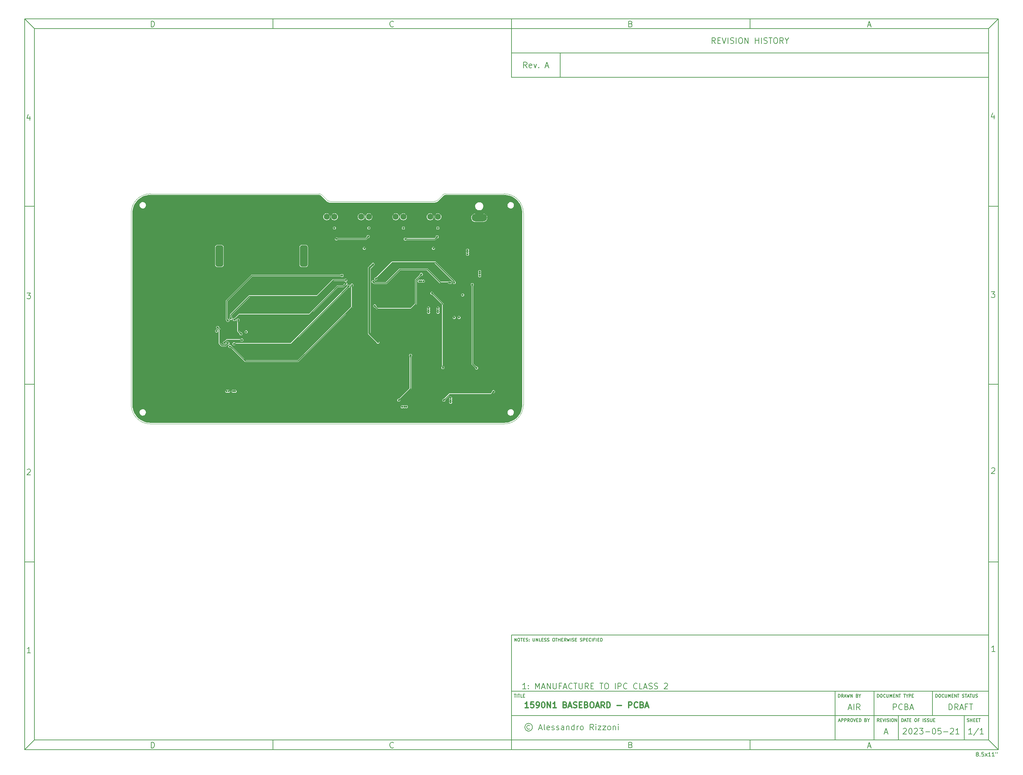
<source format=gbr>
%TF.GenerationSoftware,KiCad,Pcbnew,7.0.7*%
%TF.CreationDate,2023-08-19T17:10:16-04:00*%
%TF.ProjectId,baseboard,62617365-626f-4617-9264-2e6b69636164,A*%
%TF.SameCoordinates,Original*%
%TF.FileFunction,Copper,L3,Inr*%
%TF.FilePolarity,Positive*%
%FSLAX46Y46*%
G04 Gerber Fmt 4.6, Leading zero omitted, Abs format (unit mm)*
G04 Created by KiCad (PCBNEW 7.0.7) date 2023-08-19 17:10:16*
%MOMM*%
%LPD*%
G01*
G04 APERTURE LIST*
G04 Aperture macros list*
%AMRoundRect*
0 Rectangle with rounded corners*
0 $1 Rounding radius*
0 $2 $3 $4 $5 $6 $7 $8 $9 X,Y pos of 4 corners*
0 Add a 4 corners polygon primitive as box body*
4,1,4,$2,$3,$4,$5,$6,$7,$8,$9,$2,$3,0*
0 Add four circle primitives for the rounded corners*
1,1,$1+$1,$2,$3*
1,1,$1+$1,$4,$5*
1,1,$1+$1,$6,$7*
1,1,$1+$1,$8,$9*
0 Add four rect primitives between the rounded corners*
20,1,$1+$1,$2,$3,$4,$5,0*
20,1,$1+$1,$4,$5,$6,$7,0*
20,1,$1+$1,$6,$7,$8,$9,0*
20,1,$1+$1,$8,$9,$2,$3,0*%
G04 Aperture macros list end*
%ADD10C,0.100000*%
%ADD11C,0.150000*%
%ADD12C,0.300000*%
%TA.AperFunction,ComponentPad*%
%ADD13C,1.600000*%
%TD*%
%TA.AperFunction,ComponentPad*%
%ADD14O,4.500000X2.250000*%
%TD*%
%TA.AperFunction,ComponentPad*%
%ADD15O,4.000000X2.000000*%
%TD*%
%TA.AperFunction,ComponentPad*%
%ADD16O,2.000000X4.000000*%
%TD*%
%TA.AperFunction,ComponentPad*%
%ADD17RoundRect,0.500000X-0.500000X-2.300000X0.500000X-2.300000X0.500000X2.300000X-0.500000X2.300000X0*%
%TD*%
%TA.AperFunction,ComponentPad*%
%ADD18C,0.600000*%
%TD*%
%TA.AperFunction,ViaPad*%
%ADD19C,0.550000*%
%TD*%
%TA.AperFunction,Conductor*%
%ADD20C,0.250000*%
%TD*%
%TA.AperFunction,Conductor*%
%ADD21C,0.500000*%
%TD*%
%TA.AperFunction,Profile*%
%ADD22C,0.050000*%
%TD*%
G04 APERTURE END LIST*
D10*
D11*
X259813572Y-199154128D02*
X258956429Y-199154128D01*
X259385000Y-199154128D02*
X259385000Y-197654128D01*
X259385000Y-197654128D02*
X259242143Y-197868414D01*
X259242143Y-197868414D02*
X259099286Y-198011271D01*
X259099286Y-198011271D02*
X258956429Y-198082700D01*
X261527857Y-197582700D02*
X260242143Y-199511271D01*
X262813572Y-199154128D02*
X261956429Y-199154128D01*
X262385000Y-199154128D02*
X262385000Y-197654128D01*
X262385000Y-197654128D02*
X262242143Y-197868414D01*
X262242143Y-197868414D02*
X262099286Y-198011271D01*
X262099286Y-198011271D02*
X261956429Y-198082700D01*
D10*
D11*
X140409874Y-188759295D02*
X140867017Y-188759295D01*
X140638445Y-189559295D02*
X140638445Y-188759295D01*
X141133684Y-189559295D02*
X141133684Y-188759295D01*
X141400350Y-188759295D02*
X141857493Y-188759295D01*
X141628921Y-189559295D02*
X141628921Y-188759295D01*
X142505112Y-189559295D02*
X142124160Y-189559295D01*
X142124160Y-189559295D02*
X142124160Y-188759295D01*
X142771779Y-189140247D02*
X143038445Y-189140247D01*
X143152731Y-189559295D02*
X142771779Y-189559295D01*
X142771779Y-189559295D02*
X142771779Y-188759295D01*
X142771779Y-188759295D02*
X143152731Y-188759295D01*
D10*
D11*
X235596303Y-195909295D02*
X235329636Y-195528342D01*
X235139160Y-195909295D02*
X235139160Y-195109295D01*
X235139160Y-195109295D02*
X235443922Y-195109295D01*
X235443922Y-195109295D02*
X235520112Y-195147390D01*
X235520112Y-195147390D02*
X235558207Y-195185485D01*
X235558207Y-195185485D02*
X235596303Y-195261676D01*
X235596303Y-195261676D02*
X235596303Y-195375961D01*
X235596303Y-195375961D02*
X235558207Y-195452152D01*
X235558207Y-195452152D02*
X235520112Y-195490247D01*
X235520112Y-195490247D02*
X235443922Y-195528342D01*
X235443922Y-195528342D02*
X235139160Y-195528342D01*
X235939160Y-195490247D02*
X236205826Y-195490247D01*
X236320112Y-195909295D02*
X235939160Y-195909295D01*
X235939160Y-195909295D02*
X235939160Y-195109295D01*
X235939160Y-195109295D02*
X236320112Y-195109295D01*
X236548684Y-195109295D02*
X236815351Y-195909295D01*
X236815351Y-195909295D02*
X237082017Y-195109295D01*
X237348684Y-195909295D02*
X237348684Y-195109295D01*
X237691540Y-195871200D02*
X237805826Y-195909295D01*
X237805826Y-195909295D02*
X237996302Y-195909295D01*
X237996302Y-195909295D02*
X238072493Y-195871200D01*
X238072493Y-195871200D02*
X238110588Y-195833104D01*
X238110588Y-195833104D02*
X238148683Y-195756914D01*
X238148683Y-195756914D02*
X238148683Y-195680723D01*
X238148683Y-195680723D02*
X238110588Y-195604533D01*
X238110588Y-195604533D02*
X238072493Y-195566438D01*
X238072493Y-195566438D02*
X237996302Y-195528342D01*
X237996302Y-195528342D02*
X237843921Y-195490247D01*
X237843921Y-195490247D02*
X237767731Y-195452152D01*
X237767731Y-195452152D02*
X237729636Y-195414057D01*
X237729636Y-195414057D02*
X237691540Y-195337866D01*
X237691540Y-195337866D02*
X237691540Y-195261676D01*
X237691540Y-195261676D02*
X237729636Y-195185485D01*
X237729636Y-195185485D02*
X237767731Y-195147390D01*
X237767731Y-195147390D02*
X237843921Y-195109295D01*
X237843921Y-195109295D02*
X238034398Y-195109295D01*
X238034398Y-195109295D02*
X238148683Y-195147390D01*
X238491541Y-195909295D02*
X238491541Y-195109295D01*
X239024874Y-195109295D02*
X239177255Y-195109295D01*
X239177255Y-195109295D02*
X239253445Y-195147390D01*
X239253445Y-195147390D02*
X239329636Y-195223580D01*
X239329636Y-195223580D02*
X239367731Y-195375961D01*
X239367731Y-195375961D02*
X239367731Y-195642628D01*
X239367731Y-195642628D02*
X239329636Y-195795009D01*
X239329636Y-195795009D02*
X239253445Y-195871200D01*
X239253445Y-195871200D02*
X239177255Y-195909295D01*
X239177255Y-195909295D02*
X239024874Y-195909295D01*
X239024874Y-195909295D02*
X238948683Y-195871200D01*
X238948683Y-195871200D02*
X238872493Y-195795009D01*
X238872493Y-195795009D02*
X238834397Y-195642628D01*
X238834397Y-195642628D02*
X238834397Y-195375961D01*
X238834397Y-195375961D02*
X238872493Y-195223580D01*
X238872493Y-195223580D02*
X238948683Y-195147390D01*
X238948683Y-195147390D02*
X239024874Y-195109295D01*
X239710588Y-195909295D02*
X239710588Y-195109295D01*
X239710588Y-195109295D02*
X240167731Y-195909295D01*
X240167731Y-195909295D02*
X240167731Y-195109295D01*
D10*
D11*
X241489160Y-195909295D02*
X241489160Y-195109295D01*
X241489160Y-195109295D02*
X241679636Y-195109295D01*
X241679636Y-195109295D02*
X241793922Y-195147390D01*
X241793922Y-195147390D02*
X241870112Y-195223580D01*
X241870112Y-195223580D02*
X241908207Y-195299771D01*
X241908207Y-195299771D02*
X241946303Y-195452152D01*
X241946303Y-195452152D02*
X241946303Y-195566438D01*
X241946303Y-195566438D02*
X241908207Y-195718819D01*
X241908207Y-195718819D02*
X241870112Y-195795009D01*
X241870112Y-195795009D02*
X241793922Y-195871200D01*
X241793922Y-195871200D02*
X241679636Y-195909295D01*
X241679636Y-195909295D02*
X241489160Y-195909295D01*
X242251064Y-195680723D02*
X242632017Y-195680723D01*
X242174874Y-195909295D02*
X242441541Y-195109295D01*
X242441541Y-195109295D02*
X242708207Y-195909295D01*
X242860588Y-195109295D02*
X243317731Y-195109295D01*
X243089159Y-195909295D02*
X243089159Y-195109295D01*
X243584398Y-195490247D02*
X243851064Y-195490247D01*
X243965350Y-195909295D02*
X243584398Y-195909295D01*
X243584398Y-195909295D02*
X243584398Y-195109295D01*
X243584398Y-195109295D02*
X243965350Y-195109295D01*
X245070113Y-195109295D02*
X245222494Y-195109295D01*
X245222494Y-195109295D02*
X245298684Y-195147390D01*
X245298684Y-195147390D02*
X245374875Y-195223580D01*
X245374875Y-195223580D02*
X245412970Y-195375961D01*
X245412970Y-195375961D02*
X245412970Y-195642628D01*
X245412970Y-195642628D02*
X245374875Y-195795009D01*
X245374875Y-195795009D02*
X245298684Y-195871200D01*
X245298684Y-195871200D02*
X245222494Y-195909295D01*
X245222494Y-195909295D02*
X245070113Y-195909295D01*
X245070113Y-195909295D02*
X244993922Y-195871200D01*
X244993922Y-195871200D02*
X244917732Y-195795009D01*
X244917732Y-195795009D02*
X244879636Y-195642628D01*
X244879636Y-195642628D02*
X244879636Y-195375961D01*
X244879636Y-195375961D02*
X244917732Y-195223580D01*
X244917732Y-195223580D02*
X244993922Y-195147390D01*
X244993922Y-195147390D02*
X245070113Y-195109295D01*
X246022493Y-195490247D02*
X245755827Y-195490247D01*
X245755827Y-195909295D02*
X245755827Y-195109295D01*
X245755827Y-195109295D02*
X246136779Y-195109295D01*
X247051065Y-195909295D02*
X247051065Y-195109295D01*
X247393921Y-195871200D02*
X247508207Y-195909295D01*
X247508207Y-195909295D02*
X247698683Y-195909295D01*
X247698683Y-195909295D02*
X247774874Y-195871200D01*
X247774874Y-195871200D02*
X247812969Y-195833104D01*
X247812969Y-195833104D02*
X247851064Y-195756914D01*
X247851064Y-195756914D02*
X247851064Y-195680723D01*
X247851064Y-195680723D02*
X247812969Y-195604533D01*
X247812969Y-195604533D02*
X247774874Y-195566438D01*
X247774874Y-195566438D02*
X247698683Y-195528342D01*
X247698683Y-195528342D02*
X247546302Y-195490247D01*
X247546302Y-195490247D02*
X247470112Y-195452152D01*
X247470112Y-195452152D02*
X247432017Y-195414057D01*
X247432017Y-195414057D02*
X247393921Y-195337866D01*
X247393921Y-195337866D02*
X247393921Y-195261676D01*
X247393921Y-195261676D02*
X247432017Y-195185485D01*
X247432017Y-195185485D02*
X247470112Y-195147390D01*
X247470112Y-195147390D02*
X247546302Y-195109295D01*
X247546302Y-195109295D02*
X247736779Y-195109295D01*
X247736779Y-195109295D02*
X247851064Y-195147390D01*
X248155826Y-195871200D02*
X248270112Y-195909295D01*
X248270112Y-195909295D02*
X248460588Y-195909295D01*
X248460588Y-195909295D02*
X248536779Y-195871200D01*
X248536779Y-195871200D02*
X248574874Y-195833104D01*
X248574874Y-195833104D02*
X248612969Y-195756914D01*
X248612969Y-195756914D02*
X248612969Y-195680723D01*
X248612969Y-195680723D02*
X248574874Y-195604533D01*
X248574874Y-195604533D02*
X248536779Y-195566438D01*
X248536779Y-195566438D02*
X248460588Y-195528342D01*
X248460588Y-195528342D02*
X248308207Y-195490247D01*
X248308207Y-195490247D02*
X248232017Y-195452152D01*
X248232017Y-195452152D02*
X248193922Y-195414057D01*
X248193922Y-195414057D02*
X248155826Y-195337866D01*
X248155826Y-195337866D02*
X248155826Y-195261676D01*
X248155826Y-195261676D02*
X248193922Y-195185485D01*
X248193922Y-195185485D02*
X248232017Y-195147390D01*
X248232017Y-195147390D02*
X248308207Y-195109295D01*
X248308207Y-195109295D02*
X248498684Y-195109295D01*
X248498684Y-195109295D02*
X248612969Y-195147390D01*
X248955827Y-195109295D02*
X248955827Y-195756914D01*
X248955827Y-195756914D02*
X248993922Y-195833104D01*
X248993922Y-195833104D02*
X249032017Y-195871200D01*
X249032017Y-195871200D02*
X249108208Y-195909295D01*
X249108208Y-195909295D02*
X249260589Y-195909295D01*
X249260589Y-195909295D02*
X249336779Y-195871200D01*
X249336779Y-195871200D02*
X249374874Y-195833104D01*
X249374874Y-195833104D02*
X249412970Y-195756914D01*
X249412970Y-195756914D02*
X249412970Y-195109295D01*
X249793922Y-195490247D02*
X250060588Y-195490247D01*
X250174874Y-195909295D02*
X249793922Y-195909295D01*
X249793922Y-195909295D02*
X249793922Y-195109295D01*
X249793922Y-195109295D02*
X250174874Y-195109295D01*
D10*
D11*
X258596064Y-195871200D02*
X258710350Y-195909295D01*
X258710350Y-195909295D02*
X258900826Y-195909295D01*
X258900826Y-195909295D02*
X258977017Y-195871200D01*
X258977017Y-195871200D02*
X259015112Y-195833104D01*
X259015112Y-195833104D02*
X259053207Y-195756914D01*
X259053207Y-195756914D02*
X259053207Y-195680723D01*
X259053207Y-195680723D02*
X259015112Y-195604533D01*
X259015112Y-195604533D02*
X258977017Y-195566438D01*
X258977017Y-195566438D02*
X258900826Y-195528342D01*
X258900826Y-195528342D02*
X258748445Y-195490247D01*
X258748445Y-195490247D02*
X258672255Y-195452152D01*
X258672255Y-195452152D02*
X258634160Y-195414057D01*
X258634160Y-195414057D02*
X258596064Y-195337866D01*
X258596064Y-195337866D02*
X258596064Y-195261676D01*
X258596064Y-195261676D02*
X258634160Y-195185485D01*
X258634160Y-195185485D02*
X258672255Y-195147390D01*
X258672255Y-195147390D02*
X258748445Y-195109295D01*
X258748445Y-195109295D02*
X258938922Y-195109295D01*
X258938922Y-195109295D02*
X259053207Y-195147390D01*
X259396065Y-195909295D02*
X259396065Y-195109295D01*
X259396065Y-195490247D02*
X259853208Y-195490247D01*
X259853208Y-195909295D02*
X259853208Y-195109295D01*
X260234160Y-195490247D02*
X260500826Y-195490247D01*
X260615112Y-195909295D02*
X260234160Y-195909295D01*
X260234160Y-195909295D02*
X260234160Y-195109295D01*
X260234160Y-195109295D02*
X260615112Y-195109295D01*
X260957970Y-195490247D02*
X261224636Y-195490247D01*
X261338922Y-195909295D02*
X260957970Y-195909295D01*
X260957970Y-195909295D02*
X260957970Y-195109295D01*
X260957970Y-195109295D02*
X261338922Y-195109295D01*
X261567494Y-195109295D02*
X262024637Y-195109295D01*
X261796065Y-195909295D02*
X261796065Y-195109295D01*
D10*
D11*
X239299285Y-192804128D02*
X239299285Y-191304128D01*
X239299285Y-191304128D02*
X239870714Y-191304128D01*
X239870714Y-191304128D02*
X240013571Y-191375557D01*
X240013571Y-191375557D02*
X240085000Y-191446985D01*
X240085000Y-191446985D02*
X240156428Y-191589842D01*
X240156428Y-191589842D02*
X240156428Y-191804128D01*
X240156428Y-191804128D02*
X240085000Y-191946985D01*
X240085000Y-191946985D02*
X240013571Y-192018414D01*
X240013571Y-192018414D02*
X239870714Y-192089842D01*
X239870714Y-192089842D02*
X239299285Y-192089842D01*
X241656428Y-192661271D02*
X241585000Y-192732700D01*
X241585000Y-192732700D02*
X241370714Y-192804128D01*
X241370714Y-192804128D02*
X241227857Y-192804128D01*
X241227857Y-192804128D02*
X241013571Y-192732700D01*
X241013571Y-192732700D02*
X240870714Y-192589842D01*
X240870714Y-192589842D02*
X240799285Y-192446985D01*
X240799285Y-192446985D02*
X240727857Y-192161271D01*
X240727857Y-192161271D02*
X240727857Y-191946985D01*
X240727857Y-191946985D02*
X240799285Y-191661271D01*
X240799285Y-191661271D02*
X240870714Y-191518414D01*
X240870714Y-191518414D02*
X241013571Y-191375557D01*
X241013571Y-191375557D02*
X241227857Y-191304128D01*
X241227857Y-191304128D02*
X241370714Y-191304128D01*
X241370714Y-191304128D02*
X241585000Y-191375557D01*
X241585000Y-191375557D02*
X241656428Y-191446985D01*
X242799285Y-192018414D02*
X243013571Y-192089842D01*
X243013571Y-192089842D02*
X243085000Y-192161271D01*
X243085000Y-192161271D02*
X243156428Y-192304128D01*
X243156428Y-192304128D02*
X243156428Y-192518414D01*
X243156428Y-192518414D02*
X243085000Y-192661271D01*
X243085000Y-192661271D02*
X243013571Y-192732700D01*
X243013571Y-192732700D02*
X242870714Y-192804128D01*
X242870714Y-192804128D02*
X242299285Y-192804128D01*
X242299285Y-192804128D02*
X242299285Y-191304128D01*
X242299285Y-191304128D02*
X242799285Y-191304128D01*
X242799285Y-191304128D02*
X242942143Y-191375557D01*
X242942143Y-191375557D02*
X243013571Y-191446985D01*
X243013571Y-191446985D02*
X243085000Y-191589842D01*
X243085000Y-191589842D02*
X243085000Y-191732700D01*
X243085000Y-191732700D02*
X243013571Y-191875557D01*
X243013571Y-191875557D02*
X242942143Y-191946985D01*
X242942143Y-191946985D02*
X242799285Y-192018414D01*
X242799285Y-192018414D02*
X242299285Y-192018414D01*
X243727857Y-192375557D02*
X244442143Y-192375557D01*
X243585000Y-192804128D02*
X244085000Y-191304128D01*
X244085000Y-191304128D02*
X244585000Y-192804128D01*
D10*
D11*
X225068064Y-195680723D02*
X225449017Y-195680723D01*
X224991874Y-195909295D02*
X225258541Y-195109295D01*
X225258541Y-195109295D02*
X225525207Y-195909295D01*
X225791874Y-195909295D02*
X225791874Y-195109295D01*
X225791874Y-195109295D02*
X226096636Y-195109295D01*
X226096636Y-195109295D02*
X226172826Y-195147390D01*
X226172826Y-195147390D02*
X226210921Y-195185485D01*
X226210921Y-195185485D02*
X226249017Y-195261676D01*
X226249017Y-195261676D02*
X226249017Y-195375961D01*
X226249017Y-195375961D02*
X226210921Y-195452152D01*
X226210921Y-195452152D02*
X226172826Y-195490247D01*
X226172826Y-195490247D02*
X226096636Y-195528342D01*
X226096636Y-195528342D02*
X225791874Y-195528342D01*
X226591874Y-195909295D02*
X226591874Y-195109295D01*
X226591874Y-195109295D02*
X226896636Y-195109295D01*
X226896636Y-195109295D02*
X226972826Y-195147390D01*
X226972826Y-195147390D02*
X227010921Y-195185485D01*
X227010921Y-195185485D02*
X227049017Y-195261676D01*
X227049017Y-195261676D02*
X227049017Y-195375961D01*
X227049017Y-195375961D02*
X227010921Y-195452152D01*
X227010921Y-195452152D02*
X226972826Y-195490247D01*
X226972826Y-195490247D02*
X226896636Y-195528342D01*
X226896636Y-195528342D02*
X226591874Y-195528342D01*
X227849017Y-195909295D02*
X227582350Y-195528342D01*
X227391874Y-195909295D02*
X227391874Y-195109295D01*
X227391874Y-195109295D02*
X227696636Y-195109295D01*
X227696636Y-195109295D02*
X227772826Y-195147390D01*
X227772826Y-195147390D02*
X227810921Y-195185485D01*
X227810921Y-195185485D02*
X227849017Y-195261676D01*
X227849017Y-195261676D02*
X227849017Y-195375961D01*
X227849017Y-195375961D02*
X227810921Y-195452152D01*
X227810921Y-195452152D02*
X227772826Y-195490247D01*
X227772826Y-195490247D02*
X227696636Y-195528342D01*
X227696636Y-195528342D02*
X227391874Y-195528342D01*
X228344255Y-195109295D02*
X228496636Y-195109295D01*
X228496636Y-195109295D02*
X228572826Y-195147390D01*
X228572826Y-195147390D02*
X228649017Y-195223580D01*
X228649017Y-195223580D02*
X228687112Y-195375961D01*
X228687112Y-195375961D02*
X228687112Y-195642628D01*
X228687112Y-195642628D02*
X228649017Y-195795009D01*
X228649017Y-195795009D02*
X228572826Y-195871200D01*
X228572826Y-195871200D02*
X228496636Y-195909295D01*
X228496636Y-195909295D02*
X228344255Y-195909295D01*
X228344255Y-195909295D02*
X228268064Y-195871200D01*
X228268064Y-195871200D02*
X228191874Y-195795009D01*
X228191874Y-195795009D02*
X228153778Y-195642628D01*
X228153778Y-195642628D02*
X228153778Y-195375961D01*
X228153778Y-195375961D02*
X228191874Y-195223580D01*
X228191874Y-195223580D02*
X228268064Y-195147390D01*
X228268064Y-195147390D02*
X228344255Y-195109295D01*
X228915683Y-195109295D02*
X229182350Y-195909295D01*
X229182350Y-195909295D02*
X229449016Y-195109295D01*
X229715683Y-195490247D02*
X229982349Y-195490247D01*
X230096635Y-195909295D02*
X229715683Y-195909295D01*
X229715683Y-195909295D02*
X229715683Y-195109295D01*
X229715683Y-195109295D02*
X230096635Y-195109295D01*
X230439493Y-195909295D02*
X230439493Y-195109295D01*
X230439493Y-195109295D02*
X230629969Y-195109295D01*
X230629969Y-195109295D02*
X230744255Y-195147390D01*
X230744255Y-195147390D02*
X230820445Y-195223580D01*
X230820445Y-195223580D02*
X230858540Y-195299771D01*
X230858540Y-195299771D02*
X230896636Y-195452152D01*
X230896636Y-195452152D02*
X230896636Y-195566438D01*
X230896636Y-195566438D02*
X230858540Y-195718819D01*
X230858540Y-195718819D02*
X230820445Y-195795009D01*
X230820445Y-195795009D02*
X230744255Y-195871200D01*
X230744255Y-195871200D02*
X230629969Y-195909295D01*
X230629969Y-195909295D02*
X230439493Y-195909295D01*
X232115683Y-195490247D02*
X232229969Y-195528342D01*
X232229969Y-195528342D02*
X232268064Y-195566438D01*
X232268064Y-195566438D02*
X232306160Y-195642628D01*
X232306160Y-195642628D02*
X232306160Y-195756914D01*
X232306160Y-195756914D02*
X232268064Y-195833104D01*
X232268064Y-195833104D02*
X232229969Y-195871200D01*
X232229969Y-195871200D02*
X232153779Y-195909295D01*
X232153779Y-195909295D02*
X231849017Y-195909295D01*
X231849017Y-195909295D02*
X231849017Y-195109295D01*
X231849017Y-195109295D02*
X232115683Y-195109295D01*
X232115683Y-195109295D02*
X232191874Y-195147390D01*
X232191874Y-195147390D02*
X232229969Y-195185485D01*
X232229969Y-195185485D02*
X232268064Y-195261676D01*
X232268064Y-195261676D02*
X232268064Y-195337866D01*
X232268064Y-195337866D02*
X232229969Y-195414057D01*
X232229969Y-195414057D02*
X232191874Y-195452152D01*
X232191874Y-195452152D02*
X232115683Y-195490247D01*
X232115683Y-195490247D02*
X231849017Y-195490247D01*
X232801398Y-195528342D02*
X232801398Y-195909295D01*
X232534731Y-195109295D02*
X232801398Y-195528342D01*
X232801398Y-195528342D02*
X233068064Y-195109295D01*
D10*
D11*
X144445112Y-196918271D02*
X144302255Y-196846842D01*
X144302255Y-196846842D02*
X144016541Y-196846842D01*
X144016541Y-196846842D02*
X143873684Y-196918271D01*
X143873684Y-196918271D02*
X143730826Y-197061128D01*
X143730826Y-197061128D02*
X143659398Y-197203985D01*
X143659398Y-197203985D02*
X143659398Y-197489700D01*
X143659398Y-197489700D02*
X143730826Y-197632557D01*
X143730826Y-197632557D02*
X143873684Y-197775414D01*
X143873684Y-197775414D02*
X144016541Y-197846842D01*
X144016541Y-197846842D02*
X144302255Y-197846842D01*
X144302255Y-197846842D02*
X144445112Y-197775414D01*
X144159398Y-196346842D02*
X143802255Y-196418271D01*
X143802255Y-196418271D02*
X143445112Y-196632557D01*
X143445112Y-196632557D02*
X143230826Y-196989700D01*
X143230826Y-196989700D02*
X143159398Y-197346842D01*
X143159398Y-197346842D02*
X143230826Y-197703985D01*
X143230826Y-197703985D02*
X143445112Y-198061128D01*
X143445112Y-198061128D02*
X143802255Y-198275414D01*
X143802255Y-198275414D02*
X144159398Y-198346842D01*
X144159398Y-198346842D02*
X144516541Y-198275414D01*
X144516541Y-198275414D02*
X144873684Y-198061128D01*
X144873684Y-198061128D02*
X145087969Y-197703985D01*
X145087969Y-197703985D02*
X145159398Y-197346842D01*
X145159398Y-197346842D02*
X145087969Y-196989700D01*
X145087969Y-196989700D02*
X144873684Y-196632557D01*
X144873684Y-196632557D02*
X144516541Y-196418271D01*
X144516541Y-196418271D02*
X144159398Y-196346842D01*
X146873684Y-197632557D02*
X147587970Y-197632557D01*
X146730827Y-198061128D02*
X147230827Y-196561128D01*
X147230827Y-196561128D02*
X147730827Y-198061128D01*
X148445112Y-198061128D02*
X148302255Y-197989700D01*
X148302255Y-197989700D02*
X148230826Y-197846842D01*
X148230826Y-197846842D02*
X148230826Y-196561128D01*
X149587969Y-197989700D02*
X149445112Y-198061128D01*
X149445112Y-198061128D02*
X149159398Y-198061128D01*
X149159398Y-198061128D02*
X149016540Y-197989700D01*
X149016540Y-197989700D02*
X148945112Y-197846842D01*
X148945112Y-197846842D02*
X148945112Y-197275414D01*
X148945112Y-197275414D02*
X149016540Y-197132557D01*
X149016540Y-197132557D02*
X149159398Y-197061128D01*
X149159398Y-197061128D02*
X149445112Y-197061128D01*
X149445112Y-197061128D02*
X149587969Y-197132557D01*
X149587969Y-197132557D02*
X149659398Y-197275414D01*
X149659398Y-197275414D02*
X149659398Y-197418271D01*
X149659398Y-197418271D02*
X148945112Y-197561128D01*
X150230826Y-197989700D02*
X150373683Y-198061128D01*
X150373683Y-198061128D02*
X150659397Y-198061128D01*
X150659397Y-198061128D02*
X150802254Y-197989700D01*
X150802254Y-197989700D02*
X150873683Y-197846842D01*
X150873683Y-197846842D02*
X150873683Y-197775414D01*
X150873683Y-197775414D02*
X150802254Y-197632557D01*
X150802254Y-197632557D02*
X150659397Y-197561128D01*
X150659397Y-197561128D02*
X150445112Y-197561128D01*
X150445112Y-197561128D02*
X150302254Y-197489700D01*
X150302254Y-197489700D02*
X150230826Y-197346842D01*
X150230826Y-197346842D02*
X150230826Y-197275414D01*
X150230826Y-197275414D02*
X150302254Y-197132557D01*
X150302254Y-197132557D02*
X150445112Y-197061128D01*
X150445112Y-197061128D02*
X150659397Y-197061128D01*
X150659397Y-197061128D02*
X150802254Y-197132557D01*
X151445112Y-197989700D02*
X151587969Y-198061128D01*
X151587969Y-198061128D02*
X151873683Y-198061128D01*
X151873683Y-198061128D02*
X152016540Y-197989700D01*
X152016540Y-197989700D02*
X152087969Y-197846842D01*
X152087969Y-197846842D02*
X152087969Y-197775414D01*
X152087969Y-197775414D02*
X152016540Y-197632557D01*
X152016540Y-197632557D02*
X151873683Y-197561128D01*
X151873683Y-197561128D02*
X151659398Y-197561128D01*
X151659398Y-197561128D02*
X151516540Y-197489700D01*
X151516540Y-197489700D02*
X151445112Y-197346842D01*
X151445112Y-197346842D02*
X151445112Y-197275414D01*
X151445112Y-197275414D02*
X151516540Y-197132557D01*
X151516540Y-197132557D02*
X151659398Y-197061128D01*
X151659398Y-197061128D02*
X151873683Y-197061128D01*
X151873683Y-197061128D02*
X152016540Y-197132557D01*
X153373684Y-198061128D02*
X153373684Y-197275414D01*
X153373684Y-197275414D02*
X153302255Y-197132557D01*
X153302255Y-197132557D02*
X153159398Y-197061128D01*
X153159398Y-197061128D02*
X152873684Y-197061128D01*
X152873684Y-197061128D02*
X152730826Y-197132557D01*
X153373684Y-197989700D02*
X153230826Y-198061128D01*
X153230826Y-198061128D02*
X152873684Y-198061128D01*
X152873684Y-198061128D02*
X152730826Y-197989700D01*
X152730826Y-197989700D02*
X152659398Y-197846842D01*
X152659398Y-197846842D02*
X152659398Y-197703985D01*
X152659398Y-197703985D02*
X152730826Y-197561128D01*
X152730826Y-197561128D02*
X152873684Y-197489700D01*
X152873684Y-197489700D02*
X153230826Y-197489700D01*
X153230826Y-197489700D02*
X153373684Y-197418271D01*
X154087969Y-197061128D02*
X154087969Y-198061128D01*
X154087969Y-197203985D02*
X154159398Y-197132557D01*
X154159398Y-197132557D02*
X154302255Y-197061128D01*
X154302255Y-197061128D02*
X154516541Y-197061128D01*
X154516541Y-197061128D02*
X154659398Y-197132557D01*
X154659398Y-197132557D02*
X154730827Y-197275414D01*
X154730827Y-197275414D02*
X154730827Y-198061128D01*
X156087970Y-198061128D02*
X156087970Y-196561128D01*
X156087970Y-197989700D02*
X155945112Y-198061128D01*
X155945112Y-198061128D02*
X155659398Y-198061128D01*
X155659398Y-198061128D02*
X155516541Y-197989700D01*
X155516541Y-197989700D02*
X155445112Y-197918271D01*
X155445112Y-197918271D02*
X155373684Y-197775414D01*
X155373684Y-197775414D02*
X155373684Y-197346842D01*
X155373684Y-197346842D02*
X155445112Y-197203985D01*
X155445112Y-197203985D02*
X155516541Y-197132557D01*
X155516541Y-197132557D02*
X155659398Y-197061128D01*
X155659398Y-197061128D02*
X155945112Y-197061128D01*
X155945112Y-197061128D02*
X156087970Y-197132557D01*
X156802255Y-198061128D02*
X156802255Y-197061128D01*
X156802255Y-197346842D02*
X156873684Y-197203985D01*
X156873684Y-197203985D02*
X156945113Y-197132557D01*
X156945113Y-197132557D02*
X157087970Y-197061128D01*
X157087970Y-197061128D02*
X157230827Y-197061128D01*
X157945112Y-198061128D02*
X157802255Y-197989700D01*
X157802255Y-197989700D02*
X157730826Y-197918271D01*
X157730826Y-197918271D02*
X157659398Y-197775414D01*
X157659398Y-197775414D02*
X157659398Y-197346842D01*
X157659398Y-197346842D02*
X157730826Y-197203985D01*
X157730826Y-197203985D02*
X157802255Y-197132557D01*
X157802255Y-197132557D02*
X157945112Y-197061128D01*
X157945112Y-197061128D02*
X158159398Y-197061128D01*
X158159398Y-197061128D02*
X158302255Y-197132557D01*
X158302255Y-197132557D02*
X158373684Y-197203985D01*
X158373684Y-197203985D02*
X158445112Y-197346842D01*
X158445112Y-197346842D02*
X158445112Y-197775414D01*
X158445112Y-197775414D02*
X158373684Y-197918271D01*
X158373684Y-197918271D02*
X158302255Y-197989700D01*
X158302255Y-197989700D02*
X158159398Y-198061128D01*
X158159398Y-198061128D02*
X157945112Y-198061128D01*
X161087969Y-198061128D02*
X160587969Y-197346842D01*
X160230826Y-198061128D02*
X160230826Y-196561128D01*
X160230826Y-196561128D02*
X160802255Y-196561128D01*
X160802255Y-196561128D02*
X160945112Y-196632557D01*
X160945112Y-196632557D02*
X161016541Y-196703985D01*
X161016541Y-196703985D02*
X161087969Y-196846842D01*
X161087969Y-196846842D02*
X161087969Y-197061128D01*
X161087969Y-197061128D02*
X161016541Y-197203985D01*
X161016541Y-197203985D02*
X160945112Y-197275414D01*
X160945112Y-197275414D02*
X160802255Y-197346842D01*
X160802255Y-197346842D02*
X160230826Y-197346842D01*
X161730826Y-198061128D02*
X161730826Y-197061128D01*
X161730826Y-196561128D02*
X161659398Y-196632557D01*
X161659398Y-196632557D02*
X161730826Y-196703985D01*
X161730826Y-196703985D02*
X161802255Y-196632557D01*
X161802255Y-196632557D02*
X161730826Y-196561128D01*
X161730826Y-196561128D02*
X161730826Y-196703985D01*
X162302255Y-197061128D02*
X163087970Y-197061128D01*
X163087970Y-197061128D02*
X162302255Y-198061128D01*
X162302255Y-198061128D02*
X163087970Y-198061128D01*
X163516541Y-197061128D02*
X164302256Y-197061128D01*
X164302256Y-197061128D02*
X163516541Y-198061128D01*
X163516541Y-198061128D02*
X164302256Y-198061128D01*
X165087970Y-198061128D02*
X164945113Y-197989700D01*
X164945113Y-197989700D02*
X164873684Y-197918271D01*
X164873684Y-197918271D02*
X164802256Y-197775414D01*
X164802256Y-197775414D02*
X164802256Y-197346842D01*
X164802256Y-197346842D02*
X164873684Y-197203985D01*
X164873684Y-197203985D02*
X164945113Y-197132557D01*
X164945113Y-197132557D02*
X165087970Y-197061128D01*
X165087970Y-197061128D02*
X165302256Y-197061128D01*
X165302256Y-197061128D02*
X165445113Y-197132557D01*
X165445113Y-197132557D02*
X165516542Y-197203985D01*
X165516542Y-197203985D02*
X165587970Y-197346842D01*
X165587970Y-197346842D02*
X165587970Y-197775414D01*
X165587970Y-197775414D02*
X165516542Y-197918271D01*
X165516542Y-197918271D02*
X165445113Y-197989700D01*
X165445113Y-197989700D02*
X165302256Y-198061128D01*
X165302256Y-198061128D02*
X165087970Y-198061128D01*
X166230827Y-197061128D02*
X166230827Y-198061128D01*
X166230827Y-197203985D02*
X166302256Y-197132557D01*
X166302256Y-197132557D02*
X166445113Y-197061128D01*
X166445113Y-197061128D02*
X166659399Y-197061128D01*
X166659399Y-197061128D02*
X166802256Y-197132557D01*
X166802256Y-197132557D02*
X166873685Y-197275414D01*
X166873685Y-197275414D02*
X166873685Y-198061128D01*
X167587970Y-198061128D02*
X167587970Y-197061128D01*
X167587970Y-196561128D02*
X167516542Y-196632557D01*
X167516542Y-196632557D02*
X167587970Y-196703985D01*
X167587970Y-196703985D02*
X167659399Y-196632557D01*
X167659399Y-196632557D02*
X167587970Y-196561128D01*
X167587970Y-196561128D02*
X167587970Y-196703985D01*
D10*
D11*
X227670714Y-192375557D02*
X228385000Y-192375557D01*
X227527857Y-192804128D02*
X228027857Y-191304128D01*
X228027857Y-191304128D02*
X228527857Y-192804128D01*
X229027856Y-192804128D02*
X229027856Y-191304128D01*
X230599285Y-192804128D02*
X230099285Y-192089842D01*
X229742142Y-192804128D02*
X229742142Y-191304128D01*
X229742142Y-191304128D02*
X230313571Y-191304128D01*
X230313571Y-191304128D02*
X230456428Y-191375557D01*
X230456428Y-191375557D02*
X230527857Y-191446985D01*
X230527857Y-191446985D02*
X230599285Y-191589842D01*
X230599285Y-191589842D02*
X230599285Y-191804128D01*
X230599285Y-191804128D02*
X230527857Y-191946985D01*
X230527857Y-191946985D02*
X230456428Y-192018414D01*
X230456428Y-192018414D02*
X230313571Y-192089842D01*
X230313571Y-192089842D02*
X229742142Y-192089842D01*
D10*
D11*
D10*
D11*
X250379160Y-189559295D02*
X250379160Y-188759295D01*
X250379160Y-188759295D02*
X250569636Y-188759295D01*
X250569636Y-188759295D02*
X250683922Y-188797390D01*
X250683922Y-188797390D02*
X250760112Y-188873580D01*
X250760112Y-188873580D02*
X250798207Y-188949771D01*
X250798207Y-188949771D02*
X250836303Y-189102152D01*
X250836303Y-189102152D02*
X250836303Y-189216438D01*
X250836303Y-189216438D02*
X250798207Y-189368819D01*
X250798207Y-189368819D02*
X250760112Y-189445009D01*
X250760112Y-189445009D02*
X250683922Y-189521200D01*
X250683922Y-189521200D02*
X250569636Y-189559295D01*
X250569636Y-189559295D02*
X250379160Y-189559295D01*
X251331541Y-188759295D02*
X251483922Y-188759295D01*
X251483922Y-188759295D02*
X251560112Y-188797390D01*
X251560112Y-188797390D02*
X251636303Y-188873580D01*
X251636303Y-188873580D02*
X251674398Y-189025961D01*
X251674398Y-189025961D02*
X251674398Y-189292628D01*
X251674398Y-189292628D02*
X251636303Y-189445009D01*
X251636303Y-189445009D02*
X251560112Y-189521200D01*
X251560112Y-189521200D02*
X251483922Y-189559295D01*
X251483922Y-189559295D02*
X251331541Y-189559295D01*
X251331541Y-189559295D02*
X251255350Y-189521200D01*
X251255350Y-189521200D02*
X251179160Y-189445009D01*
X251179160Y-189445009D02*
X251141064Y-189292628D01*
X251141064Y-189292628D02*
X251141064Y-189025961D01*
X251141064Y-189025961D02*
X251179160Y-188873580D01*
X251179160Y-188873580D02*
X251255350Y-188797390D01*
X251255350Y-188797390D02*
X251331541Y-188759295D01*
X252474398Y-189483104D02*
X252436302Y-189521200D01*
X252436302Y-189521200D02*
X252322017Y-189559295D01*
X252322017Y-189559295D02*
X252245826Y-189559295D01*
X252245826Y-189559295D02*
X252131540Y-189521200D01*
X252131540Y-189521200D02*
X252055350Y-189445009D01*
X252055350Y-189445009D02*
X252017255Y-189368819D01*
X252017255Y-189368819D02*
X251979159Y-189216438D01*
X251979159Y-189216438D02*
X251979159Y-189102152D01*
X251979159Y-189102152D02*
X252017255Y-188949771D01*
X252017255Y-188949771D02*
X252055350Y-188873580D01*
X252055350Y-188873580D02*
X252131540Y-188797390D01*
X252131540Y-188797390D02*
X252245826Y-188759295D01*
X252245826Y-188759295D02*
X252322017Y-188759295D01*
X252322017Y-188759295D02*
X252436302Y-188797390D01*
X252436302Y-188797390D02*
X252474398Y-188835485D01*
X252817255Y-188759295D02*
X252817255Y-189406914D01*
X252817255Y-189406914D02*
X252855350Y-189483104D01*
X252855350Y-189483104D02*
X252893445Y-189521200D01*
X252893445Y-189521200D02*
X252969636Y-189559295D01*
X252969636Y-189559295D02*
X253122017Y-189559295D01*
X253122017Y-189559295D02*
X253198207Y-189521200D01*
X253198207Y-189521200D02*
X253236302Y-189483104D01*
X253236302Y-189483104D02*
X253274398Y-189406914D01*
X253274398Y-189406914D02*
X253274398Y-188759295D01*
X253655350Y-189559295D02*
X253655350Y-188759295D01*
X253655350Y-188759295D02*
X253922016Y-189330723D01*
X253922016Y-189330723D02*
X254188683Y-188759295D01*
X254188683Y-188759295D02*
X254188683Y-189559295D01*
X254569636Y-189140247D02*
X254836302Y-189140247D01*
X254950588Y-189559295D02*
X254569636Y-189559295D01*
X254569636Y-189559295D02*
X254569636Y-188759295D01*
X254569636Y-188759295D02*
X254950588Y-188759295D01*
X255293446Y-189559295D02*
X255293446Y-188759295D01*
X255293446Y-188759295D02*
X255750589Y-189559295D01*
X255750589Y-189559295D02*
X255750589Y-188759295D01*
X256017255Y-188759295D02*
X256474398Y-188759295D01*
X256245826Y-189559295D02*
X256245826Y-188759295D01*
X257312493Y-189521200D02*
X257426779Y-189559295D01*
X257426779Y-189559295D02*
X257617255Y-189559295D01*
X257617255Y-189559295D02*
X257693446Y-189521200D01*
X257693446Y-189521200D02*
X257731541Y-189483104D01*
X257731541Y-189483104D02*
X257769636Y-189406914D01*
X257769636Y-189406914D02*
X257769636Y-189330723D01*
X257769636Y-189330723D02*
X257731541Y-189254533D01*
X257731541Y-189254533D02*
X257693446Y-189216438D01*
X257693446Y-189216438D02*
X257617255Y-189178342D01*
X257617255Y-189178342D02*
X257464874Y-189140247D01*
X257464874Y-189140247D02*
X257388684Y-189102152D01*
X257388684Y-189102152D02*
X257350589Y-189064057D01*
X257350589Y-189064057D02*
X257312493Y-188987866D01*
X257312493Y-188987866D02*
X257312493Y-188911676D01*
X257312493Y-188911676D02*
X257350589Y-188835485D01*
X257350589Y-188835485D02*
X257388684Y-188797390D01*
X257388684Y-188797390D02*
X257464874Y-188759295D01*
X257464874Y-188759295D02*
X257655351Y-188759295D01*
X257655351Y-188759295D02*
X257769636Y-188797390D01*
X257998208Y-188759295D02*
X258455351Y-188759295D01*
X258226779Y-189559295D02*
X258226779Y-188759295D01*
X258683922Y-189330723D02*
X259064875Y-189330723D01*
X258607732Y-189559295D02*
X258874399Y-188759295D01*
X258874399Y-188759295D02*
X259141065Y-189559295D01*
X259293446Y-188759295D02*
X259750589Y-188759295D01*
X259522017Y-189559295D02*
X259522017Y-188759295D01*
X260017256Y-188759295D02*
X260017256Y-189406914D01*
X260017256Y-189406914D02*
X260055351Y-189483104D01*
X260055351Y-189483104D02*
X260093446Y-189521200D01*
X260093446Y-189521200D02*
X260169637Y-189559295D01*
X260169637Y-189559295D02*
X260322018Y-189559295D01*
X260322018Y-189559295D02*
X260398208Y-189521200D01*
X260398208Y-189521200D02*
X260436303Y-189483104D01*
X260436303Y-189483104D02*
X260474399Y-189406914D01*
X260474399Y-189406914D02*
X260474399Y-188759295D01*
X260817255Y-189521200D02*
X260931541Y-189559295D01*
X260931541Y-189559295D02*
X261122017Y-189559295D01*
X261122017Y-189559295D02*
X261198208Y-189521200D01*
X261198208Y-189521200D02*
X261236303Y-189483104D01*
X261236303Y-189483104D02*
X261274398Y-189406914D01*
X261274398Y-189406914D02*
X261274398Y-189330723D01*
X261274398Y-189330723D02*
X261236303Y-189254533D01*
X261236303Y-189254533D02*
X261198208Y-189216438D01*
X261198208Y-189216438D02*
X261122017Y-189178342D01*
X261122017Y-189178342D02*
X260969636Y-189140247D01*
X260969636Y-189140247D02*
X260893446Y-189102152D01*
X260893446Y-189102152D02*
X260855351Y-189064057D01*
X260855351Y-189064057D02*
X260817255Y-188987866D01*
X260817255Y-188987866D02*
X260817255Y-188911676D01*
X260817255Y-188911676D02*
X260855351Y-188835485D01*
X260855351Y-188835485D02*
X260893446Y-188797390D01*
X260893446Y-188797390D02*
X260969636Y-188759295D01*
X260969636Y-188759295D02*
X261160113Y-188759295D01*
X261160113Y-188759295D02*
X261274398Y-188797390D01*
D10*
D11*
X224979160Y-189559295D02*
X224979160Y-188759295D01*
X224979160Y-188759295D02*
X225169636Y-188759295D01*
X225169636Y-188759295D02*
X225283922Y-188797390D01*
X225283922Y-188797390D02*
X225360112Y-188873580D01*
X225360112Y-188873580D02*
X225398207Y-188949771D01*
X225398207Y-188949771D02*
X225436303Y-189102152D01*
X225436303Y-189102152D02*
X225436303Y-189216438D01*
X225436303Y-189216438D02*
X225398207Y-189368819D01*
X225398207Y-189368819D02*
X225360112Y-189445009D01*
X225360112Y-189445009D02*
X225283922Y-189521200D01*
X225283922Y-189521200D02*
X225169636Y-189559295D01*
X225169636Y-189559295D02*
X224979160Y-189559295D01*
X226236303Y-189559295D02*
X225969636Y-189178342D01*
X225779160Y-189559295D02*
X225779160Y-188759295D01*
X225779160Y-188759295D02*
X226083922Y-188759295D01*
X226083922Y-188759295D02*
X226160112Y-188797390D01*
X226160112Y-188797390D02*
X226198207Y-188835485D01*
X226198207Y-188835485D02*
X226236303Y-188911676D01*
X226236303Y-188911676D02*
X226236303Y-189025961D01*
X226236303Y-189025961D02*
X226198207Y-189102152D01*
X226198207Y-189102152D02*
X226160112Y-189140247D01*
X226160112Y-189140247D02*
X226083922Y-189178342D01*
X226083922Y-189178342D02*
X225779160Y-189178342D01*
X226541064Y-189330723D02*
X226922017Y-189330723D01*
X226464874Y-189559295D02*
X226731541Y-188759295D01*
X226731541Y-188759295D02*
X226998207Y-189559295D01*
X227188683Y-188759295D02*
X227379159Y-189559295D01*
X227379159Y-189559295D02*
X227531540Y-188987866D01*
X227531540Y-188987866D02*
X227683921Y-189559295D01*
X227683921Y-189559295D02*
X227874398Y-188759295D01*
X228179160Y-189559295D02*
X228179160Y-188759295D01*
X228179160Y-188759295D02*
X228636303Y-189559295D01*
X228636303Y-189559295D02*
X228636303Y-188759295D01*
X229893445Y-189140247D02*
X230007731Y-189178342D01*
X230007731Y-189178342D02*
X230045826Y-189216438D01*
X230045826Y-189216438D02*
X230083922Y-189292628D01*
X230083922Y-189292628D02*
X230083922Y-189406914D01*
X230083922Y-189406914D02*
X230045826Y-189483104D01*
X230045826Y-189483104D02*
X230007731Y-189521200D01*
X230007731Y-189521200D02*
X229931541Y-189559295D01*
X229931541Y-189559295D02*
X229626779Y-189559295D01*
X229626779Y-189559295D02*
X229626779Y-188759295D01*
X229626779Y-188759295D02*
X229893445Y-188759295D01*
X229893445Y-188759295D02*
X229969636Y-188797390D01*
X229969636Y-188797390D02*
X230007731Y-188835485D01*
X230007731Y-188835485D02*
X230045826Y-188911676D01*
X230045826Y-188911676D02*
X230045826Y-188987866D01*
X230045826Y-188987866D02*
X230007731Y-189064057D01*
X230007731Y-189064057D02*
X229969636Y-189102152D01*
X229969636Y-189102152D02*
X229893445Y-189140247D01*
X229893445Y-189140247D02*
X229626779Y-189140247D01*
X230579160Y-189178342D02*
X230579160Y-189559295D01*
X230312493Y-188759295D02*
X230579160Y-189178342D01*
X230579160Y-189178342D02*
X230845826Y-188759295D01*
D10*
D11*
X235139160Y-189559295D02*
X235139160Y-188759295D01*
X235139160Y-188759295D02*
X235329636Y-188759295D01*
X235329636Y-188759295D02*
X235443922Y-188797390D01*
X235443922Y-188797390D02*
X235520112Y-188873580D01*
X235520112Y-188873580D02*
X235558207Y-188949771D01*
X235558207Y-188949771D02*
X235596303Y-189102152D01*
X235596303Y-189102152D02*
X235596303Y-189216438D01*
X235596303Y-189216438D02*
X235558207Y-189368819D01*
X235558207Y-189368819D02*
X235520112Y-189445009D01*
X235520112Y-189445009D02*
X235443922Y-189521200D01*
X235443922Y-189521200D02*
X235329636Y-189559295D01*
X235329636Y-189559295D02*
X235139160Y-189559295D01*
X236091541Y-188759295D02*
X236243922Y-188759295D01*
X236243922Y-188759295D02*
X236320112Y-188797390D01*
X236320112Y-188797390D02*
X236396303Y-188873580D01*
X236396303Y-188873580D02*
X236434398Y-189025961D01*
X236434398Y-189025961D02*
X236434398Y-189292628D01*
X236434398Y-189292628D02*
X236396303Y-189445009D01*
X236396303Y-189445009D02*
X236320112Y-189521200D01*
X236320112Y-189521200D02*
X236243922Y-189559295D01*
X236243922Y-189559295D02*
X236091541Y-189559295D01*
X236091541Y-189559295D02*
X236015350Y-189521200D01*
X236015350Y-189521200D02*
X235939160Y-189445009D01*
X235939160Y-189445009D02*
X235901064Y-189292628D01*
X235901064Y-189292628D02*
X235901064Y-189025961D01*
X235901064Y-189025961D02*
X235939160Y-188873580D01*
X235939160Y-188873580D02*
X236015350Y-188797390D01*
X236015350Y-188797390D02*
X236091541Y-188759295D01*
X237234398Y-189483104D02*
X237196302Y-189521200D01*
X237196302Y-189521200D02*
X237082017Y-189559295D01*
X237082017Y-189559295D02*
X237005826Y-189559295D01*
X237005826Y-189559295D02*
X236891540Y-189521200D01*
X236891540Y-189521200D02*
X236815350Y-189445009D01*
X236815350Y-189445009D02*
X236777255Y-189368819D01*
X236777255Y-189368819D02*
X236739159Y-189216438D01*
X236739159Y-189216438D02*
X236739159Y-189102152D01*
X236739159Y-189102152D02*
X236777255Y-188949771D01*
X236777255Y-188949771D02*
X236815350Y-188873580D01*
X236815350Y-188873580D02*
X236891540Y-188797390D01*
X236891540Y-188797390D02*
X237005826Y-188759295D01*
X237005826Y-188759295D02*
X237082017Y-188759295D01*
X237082017Y-188759295D02*
X237196302Y-188797390D01*
X237196302Y-188797390D02*
X237234398Y-188835485D01*
X237577255Y-188759295D02*
X237577255Y-189406914D01*
X237577255Y-189406914D02*
X237615350Y-189483104D01*
X237615350Y-189483104D02*
X237653445Y-189521200D01*
X237653445Y-189521200D02*
X237729636Y-189559295D01*
X237729636Y-189559295D02*
X237882017Y-189559295D01*
X237882017Y-189559295D02*
X237958207Y-189521200D01*
X237958207Y-189521200D02*
X237996302Y-189483104D01*
X237996302Y-189483104D02*
X238034398Y-189406914D01*
X238034398Y-189406914D02*
X238034398Y-188759295D01*
X238415350Y-189559295D02*
X238415350Y-188759295D01*
X238415350Y-188759295D02*
X238682016Y-189330723D01*
X238682016Y-189330723D02*
X238948683Y-188759295D01*
X238948683Y-188759295D02*
X238948683Y-189559295D01*
X239329636Y-189140247D02*
X239596302Y-189140247D01*
X239710588Y-189559295D02*
X239329636Y-189559295D01*
X239329636Y-189559295D02*
X239329636Y-188759295D01*
X239329636Y-188759295D02*
X239710588Y-188759295D01*
X240053446Y-189559295D02*
X240053446Y-188759295D01*
X240053446Y-188759295D02*
X240510589Y-189559295D01*
X240510589Y-189559295D02*
X240510589Y-188759295D01*
X240777255Y-188759295D02*
X241234398Y-188759295D01*
X241005826Y-189559295D02*
X241005826Y-188759295D01*
X241996303Y-188759295D02*
X242453446Y-188759295D01*
X242224874Y-189559295D02*
X242224874Y-188759295D01*
X242872494Y-189178342D02*
X242872494Y-189559295D01*
X242605827Y-188759295D02*
X242872494Y-189178342D01*
X242872494Y-189178342D02*
X243139160Y-188759295D01*
X243405827Y-189559295D02*
X243405827Y-188759295D01*
X243405827Y-188759295D02*
X243710589Y-188759295D01*
X243710589Y-188759295D02*
X243786779Y-188797390D01*
X243786779Y-188797390D02*
X243824874Y-188835485D01*
X243824874Y-188835485D02*
X243862970Y-188911676D01*
X243862970Y-188911676D02*
X243862970Y-189025961D01*
X243862970Y-189025961D02*
X243824874Y-189102152D01*
X243824874Y-189102152D02*
X243786779Y-189140247D01*
X243786779Y-189140247D02*
X243710589Y-189178342D01*
X243710589Y-189178342D02*
X243405827Y-189178342D01*
X244205827Y-189140247D02*
X244472493Y-189140247D01*
X244586779Y-189559295D02*
X244205827Y-189559295D01*
X244205827Y-189559295D02*
X244205827Y-188759295D01*
X244205827Y-188759295D02*
X244586779Y-188759295D01*
D10*
D11*
X253821000Y-192804128D02*
X253821000Y-191304128D01*
X253821000Y-191304128D02*
X254178143Y-191304128D01*
X254178143Y-191304128D02*
X254392429Y-191375557D01*
X254392429Y-191375557D02*
X254535286Y-191518414D01*
X254535286Y-191518414D02*
X254606715Y-191661271D01*
X254606715Y-191661271D02*
X254678143Y-191946985D01*
X254678143Y-191946985D02*
X254678143Y-192161271D01*
X254678143Y-192161271D02*
X254606715Y-192446985D01*
X254606715Y-192446985D02*
X254535286Y-192589842D01*
X254535286Y-192589842D02*
X254392429Y-192732700D01*
X254392429Y-192732700D02*
X254178143Y-192804128D01*
X254178143Y-192804128D02*
X253821000Y-192804128D01*
X256178143Y-192804128D02*
X255678143Y-192089842D01*
X255321000Y-192804128D02*
X255321000Y-191304128D01*
X255321000Y-191304128D02*
X255892429Y-191304128D01*
X255892429Y-191304128D02*
X256035286Y-191375557D01*
X256035286Y-191375557D02*
X256106715Y-191446985D01*
X256106715Y-191446985D02*
X256178143Y-191589842D01*
X256178143Y-191589842D02*
X256178143Y-191804128D01*
X256178143Y-191804128D02*
X256106715Y-191946985D01*
X256106715Y-191946985D02*
X256035286Y-192018414D01*
X256035286Y-192018414D02*
X255892429Y-192089842D01*
X255892429Y-192089842D02*
X255321000Y-192089842D01*
X256749572Y-192375557D02*
X257463858Y-192375557D01*
X256606715Y-192804128D02*
X257106715Y-191304128D01*
X257106715Y-191304128D02*
X257606715Y-192804128D01*
X258606714Y-192018414D02*
X258106714Y-192018414D01*
X258106714Y-192804128D02*
X258106714Y-191304128D01*
X258106714Y-191304128D02*
X258821000Y-191304128D01*
X259178143Y-191304128D02*
X260035286Y-191304128D01*
X259606714Y-192804128D02*
X259606714Y-191304128D01*
D10*
D11*
X241915287Y-197796985D02*
X241986715Y-197725557D01*
X241986715Y-197725557D02*
X242129573Y-197654128D01*
X242129573Y-197654128D02*
X242486715Y-197654128D01*
X242486715Y-197654128D02*
X242629573Y-197725557D01*
X242629573Y-197725557D02*
X242701001Y-197796985D01*
X242701001Y-197796985D02*
X242772430Y-197939842D01*
X242772430Y-197939842D02*
X242772430Y-198082700D01*
X242772430Y-198082700D02*
X242701001Y-198296985D01*
X242701001Y-198296985D02*
X241843858Y-199154128D01*
X241843858Y-199154128D02*
X242772430Y-199154128D01*
X243701001Y-197654128D02*
X243843858Y-197654128D01*
X243843858Y-197654128D02*
X243986715Y-197725557D01*
X243986715Y-197725557D02*
X244058144Y-197796985D01*
X244058144Y-197796985D02*
X244129572Y-197939842D01*
X244129572Y-197939842D02*
X244201001Y-198225557D01*
X244201001Y-198225557D02*
X244201001Y-198582700D01*
X244201001Y-198582700D02*
X244129572Y-198868414D01*
X244129572Y-198868414D02*
X244058144Y-199011271D01*
X244058144Y-199011271D02*
X243986715Y-199082700D01*
X243986715Y-199082700D02*
X243843858Y-199154128D01*
X243843858Y-199154128D02*
X243701001Y-199154128D01*
X243701001Y-199154128D02*
X243558144Y-199082700D01*
X243558144Y-199082700D02*
X243486715Y-199011271D01*
X243486715Y-199011271D02*
X243415286Y-198868414D01*
X243415286Y-198868414D02*
X243343858Y-198582700D01*
X243343858Y-198582700D02*
X243343858Y-198225557D01*
X243343858Y-198225557D02*
X243415286Y-197939842D01*
X243415286Y-197939842D02*
X243486715Y-197796985D01*
X243486715Y-197796985D02*
X243558144Y-197725557D01*
X243558144Y-197725557D02*
X243701001Y-197654128D01*
X244772429Y-197796985D02*
X244843857Y-197725557D01*
X244843857Y-197725557D02*
X244986715Y-197654128D01*
X244986715Y-197654128D02*
X245343857Y-197654128D01*
X245343857Y-197654128D02*
X245486715Y-197725557D01*
X245486715Y-197725557D02*
X245558143Y-197796985D01*
X245558143Y-197796985D02*
X245629572Y-197939842D01*
X245629572Y-197939842D02*
X245629572Y-198082700D01*
X245629572Y-198082700D02*
X245558143Y-198296985D01*
X245558143Y-198296985D02*
X244701000Y-199154128D01*
X244701000Y-199154128D02*
X245629572Y-199154128D01*
X246129571Y-197654128D02*
X247058143Y-197654128D01*
X247058143Y-197654128D02*
X246558143Y-198225557D01*
X246558143Y-198225557D02*
X246772428Y-198225557D01*
X246772428Y-198225557D02*
X246915286Y-198296985D01*
X246915286Y-198296985D02*
X246986714Y-198368414D01*
X246986714Y-198368414D02*
X247058143Y-198511271D01*
X247058143Y-198511271D02*
X247058143Y-198868414D01*
X247058143Y-198868414D02*
X246986714Y-199011271D01*
X246986714Y-199011271D02*
X246915286Y-199082700D01*
X246915286Y-199082700D02*
X246772428Y-199154128D01*
X246772428Y-199154128D02*
X246343857Y-199154128D01*
X246343857Y-199154128D02*
X246201000Y-199082700D01*
X246201000Y-199082700D02*
X246129571Y-199011271D01*
X247700999Y-198582700D02*
X248843857Y-198582700D01*
X249843857Y-197654128D02*
X249986714Y-197654128D01*
X249986714Y-197654128D02*
X250129571Y-197725557D01*
X250129571Y-197725557D02*
X250201000Y-197796985D01*
X250201000Y-197796985D02*
X250272428Y-197939842D01*
X250272428Y-197939842D02*
X250343857Y-198225557D01*
X250343857Y-198225557D02*
X250343857Y-198582700D01*
X250343857Y-198582700D02*
X250272428Y-198868414D01*
X250272428Y-198868414D02*
X250201000Y-199011271D01*
X250201000Y-199011271D02*
X250129571Y-199082700D01*
X250129571Y-199082700D02*
X249986714Y-199154128D01*
X249986714Y-199154128D02*
X249843857Y-199154128D01*
X249843857Y-199154128D02*
X249701000Y-199082700D01*
X249701000Y-199082700D02*
X249629571Y-199011271D01*
X249629571Y-199011271D02*
X249558142Y-198868414D01*
X249558142Y-198868414D02*
X249486714Y-198582700D01*
X249486714Y-198582700D02*
X249486714Y-198225557D01*
X249486714Y-198225557D02*
X249558142Y-197939842D01*
X249558142Y-197939842D02*
X249629571Y-197796985D01*
X249629571Y-197796985D02*
X249701000Y-197725557D01*
X249701000Y-197725557D02*
X249843857Y-197654128D01*
X251700999Y-197654128D02*
X250986713Y-197654128D01*
X250986713Y-197654128D02*
X250915285Y-198368414D01*
X250915285Y-198368414D02*
X250986713Y-198296985D01*
X250986713Y-198296985D02*
X251129571Y-198225557D01*
X251129571Y-198225557D02*
X251486713Y-198225557D01*
X251486713Y-198225557D02*
X251629571Y-198296985D01*
X251629571Y-198296985D02*
X251700999Y-198368414D01*
X251700999Y-198368414D02*
X251772428Y-198511271D01*
X251772428Y-198511271D02*
X251772428Y-198868414D01*
X251772428Y-198868414D02*
X251700999Y-199011271D01*
X251700999Y-199011271D02*
X251629571Y-199082700D01*
X251629571Y-199082700D02*
X251486713Y-199154128D01*
X251486713Y-199154128D02*
X251129571Y-199154128D01*
X251129571Y-199154128D02*
X250986713Y-199082700D01*
X250986713Y-199082700D02*
X250915285Y-199011271D01*
X252415284Y-198582700D02*
X253558142Y-198582700D01*
X254200999Y-197796985D02*
X254272427Y-197725557D01*
X254272427Y-197725557D02*
X254415285Y-197654128D01*
X254415285Y-197654128D02*
X254772427Y-197654128D01*
X254772427Y-197654128D02*
X254915285Y-197725557D01*
X254915285Y-197725557D02*
X254986713Y-197796985D01*
X254986713Y-197796985D02*
X255058142Y-197939842D01*
X255058142Y-197939842D02*
X255058142Y-198082700D01*
X255058142Y-198082700D02*
X254986713Y-198296985D01*
X254986713Y-198296985D02*
X254129570Y-199154128D01*
X254129570Y-199154128D02*
X255058142Y-199154128D01*
X256486713Y-199154128D02*
X255629570Y-199154128D01*
X256058141Y-199154128D02*
X256058141Y-197654128D01*
X256058141Y-197654128D02*
X255915284Y-197868414D01*
X255915284Y-197868414D02*
X255772427Y-198011271D01*
X255772427Y-198011271D02*
X255629570Y-198082700D01*
D10*
D11*
X237032857Y-198725557D02*
X237747143Y-198725557D01*
X236890000Y-199154128D02*
X237390000Y-197654128D01*
X237390000Y-197654128D02*
X237890000Y-199154128D01*
D10*
D12*
X144115225Y-192288328D02*
X143258082Y-192288328D01*
X143686653Y-192288328D02*
X143686653Y-190788328D01*
X143686653Y-190788328D02*
X143543796Y-191002614D01*
X143543796Y-191002614D02*
X143400939Y-191145471D01*
X143400939Y-191145471D02*
X143258082Y-191216900D01*
X145472367Y-190788328D02*
X144758081Y-190788328D01*
X144758081Y-190788328D02*
X144686653Y-191502614D01*
X144686653Y-191502614D02*
X144758081Y-191431185D01*
X144758081Y-191431185D02*
X144900939Y-191359757D01*
X144900939Y-191359757D02*
X145258081Y-191359757D01*
X145258081Y-191359757D02*
X145400939Y-191431185D01*
X145400939Y-191431185D02*
X145472367Y-191502614D01*
X145472367Y-191502614D02*
X145543796Y-191645471D01*
X145543796Y-191645471D02*
X145543796Y-192002614D01*
X145543796Y-192002614D02*
X145472367Y-192145471D01*
X145472367Y-192145471D02*
X145400939Y-192216900D01*
X145400939Y-192216900D02*
X145258081Y-192288328D01*
X145258081Y-192288328D02*
X144900939Y-192288328D01*
X144900939Y-192288328D02*
X144758081Y-192216900D01*
X144758081Y-192216900D02*
X144686653Y-192145471D01*
X146258081Y-192288328D02*
X146543795Y-192288328D01*
X146543795Y-192288328D02*
X146686652Y-192216900D01*
X146686652Y-192216900D02*
X146758081Y-192145471D01*
X146758081Y-192145471D02*
X146900938Y-191931185D01*
X146900938Y-191931185D02*
X146972367Y-191645471D01*
X146972367Y-191645471D02*
X146972367Y-191074042D01*
X146972367Y-191074042D02*
X146900938Y-190931185D01*
X146900938Y-190931185D02*
X146829510Y-190859757D01*
X146829510Y-190859757D02*
X146686652Y-190788328D01*
X146686652Y-190788328D02*
X146400938Y-190788328D01*
X146400938Y-190788328D02*
X146258081Y-190859757D01*
X146258081Y-190859757D02*
X146186652Y-190931185D01*
X146186652Y-190931185D02*
X146115224Y-191074042D01*
X146115224Y-191074042D02*
X146115224Y-191431185D01*
X146115224Y-191431185D02*
X146186652Y-191574042D01*
X146186652Y-191574042D02*
X146258081Y-191645471D01*
X146258081Y-191645471D02*
X146400938Y-191716900D01*
X146400938Y-191716900D02*
X146686652Y-191716900D01*
X146686652Y-191716900D02*
X146829510Y-191645471D01*
X146829510Y-191645471D02*
X146900938Y-191574042D01*
X146900938Y-191574042D02*
X146972367Y-191431185D01*
X147900938Y-190788328D02*
X148043795Y-190788328D01*
X148043795Y-190788328D02*
X148186652Y-190859757D01*
X148186652Y-190859757D02*
X148258081Y-190931185D01*
X148258081Y-190931185D02*
X148329509Y-191074042D01*
X148329509Y-191074042D02*
X148400938Y-191359757D01*
X148400938Y-191359757D02*
X148400938Y-191716900D01*
X148400938Y-191716900D02*
X148329509Y-192002614D01*
X148329509Y-192002614D02*
X148258081Y-192145471D01*
X148258081Y-192145471D02*
X148186652Y-192216900D01*
X148186652Y-192216900D02*
X148043795Y-192288328D01*
X148043795Y-192288328D02*
X147900938Y-192288328D01*
X147900938Y-192288328D02*
X147758081Y-192216900D01*
X147758081Y-192216900D02*
X147686652Y-192145471D01*
X147686652Y-192145471D02*
X147615223Y-192002614D01*
X147615223Y-192002614D02*
X147543795Y-191716900D01*
X147543795Y-191716900D02*
X147543795Y-191359757D01*
X147543795Y-191359757D02*
X147615223Y-191074042D01*
X147615223Y-191074042D02*
X147686652Y-190931185D01*
X147686652Y-190931185D02*
X147758081Y-190859757D01*
X147758081Y-190859757D02*
X147900938Y-190788328D01*
X149043794Y-192288328D02*
X149043794Y-190788328D01*
X149043794Y-190788328D02*
X149900937Y-192288328D01*
X149900937Y-192288328D02*
X149900937Y-190788328D01*
X151400938Y-192288328D02*
X150543795Y-192288328D01*
X150972366Y-192288328D02*
X150972366Y-190788328D01*
X150972366Y-190788328D02*
X150829509Y-191002614D01*
X150829509Y-191002614D02*
X150686652Y-191145471D01*
X150686652Y-191145471D02*
X150543795Y-191216900D01*
X153686651Y-191502614D02*
X153900937Y-191574042D01*
X153900937Y-191574042D02*
X153972366Y-191645471D01*
X153972366Y-191645471D02*
X154043794Y-191788328D01*
X154043794Y-191788328D02*
X154043794Y-192002614D01*
X154043794Y-192002614D02*
X153972366Y-192145471D01*
X153972366Y-192145471D02*
X153900937Y-192216900D01*
X153900937Y-192216900D02*
X153758080Y-192288328D01*
X153758080Y-192288328D02*
X153186651Y-192288328D01*
X153186651Y-192288328D02*
X153186651Y-190788328D01*
X153186651Y-190788328D02*
X153686651Y-190788328D01*
X153686651Y-190788328D02*
X153829509Y-190859757D01*
X153829509Y-190859757D02*
X153900937Y-190931185D01*
X153900937Y-190931185D02*
X153972366Y-191074042D01*
X153972366Y-191074042D02*
X153972366Y-191216900D01*
X153972366Y-191216900D02*
X153900937Y-191359757D01*
X153900937Y-191359757D02*
X153829509Y-191431185D01*
X153829509Y-191431185D02*
X153686651Y-191502614D01*
X153686651Y-191502614D02*
X153186651Y-191502614D01*
X154615223Y-191859757D02*
X155329509Y-191859757D01*
X154472366Y-192288328D02*
X154972366Y-190788328D01*
X154972366Y-190788328D02*
X155472366Y-192288328D01*
X155900937Y-192216900D02*
X156115223Y-192288328D01*
X156115223Y-192288328D02*
X156472365Y-192288328D01*
X156472365Y-192288328D02*
X156615223Y-192216900D01*
X156615223Y-192216900D02*
X156686651Y-192145471D01*
X156686651Y-192145471D02*
X156758080Y-192002614D01*
X156758080Y-192002614D02*
X156758080Y-191859757D01*
X156758080Y-191859757D02*
X156686651Y-191716900D01*
X156686651Y-191716900D02*
X156615223Y-191645471D01*
X156615223Y-191645471D02*
X156472365Y-191574042D01*
X156472365Y-191574042D02*
X156186651Y-191502614D01*
X156186651Y-191502614D02*
X156043794Y-191431185D01*
X156043794Y-191431185D02*
X155972365Y-191359757D01*
X155972365Y-191359757D02*
X155900937Y-191216900D01*
X155900937Y-191216900D02*
X155900937Y-191074042D01*
X155900937Y-191074042D02*
X155972365Y-190931185D01*
X155972365Y-190931185D02*
X156043794Y-190859757D01*
X156043794Y-190859757D02*
X156186651Y-190788328D01*
X156186651Y-190788328D02*
X156543794Y-190788328D01*
X156543794Y-190788328D02*
X156758080Y-190859757D01*
X157400936Y-191502614D02*
X157900936Y-191502614D01*
X158115222Y-192288328D02*
X157400936Y-192288328D01*
X157400936Y-192288328D02*
X157400936Y-190788328D01*
X157400936Y-190788328D02*
X158115222Y-190788328D01*
X159258079Y-191502614D02*
X159472365Y-191574042D01*
X159472365Y-191574042D02*
X159543794Y-191645471D01*
X159543794Y-191645471D02*
X159615222Y-191788328D01*
X159615222Y-191788328D02*
X159615222Y-192002614D01*
X159615222Y-192002614D02*
X159543794Y-192145471D01*
X159543794Y-192145471D02*
X159472365Y-192216900D01*
X159472365Y-192216900D02*
X159329508Y-192288328D01*
X159329508Y-192288328D02*
X158758079Y-192288328D01*
X158758079Y-192288328D02*
X158758079Y-190788328D01*
X158758079Y-190788328D02*
X159258079Y-190788328D01*
X159258079Y-190788328D02*
X159400937Y-190859757D01*
X159400937Y-190859757D02*
X159472365Y-190931185D01*
X159472365Y-190931185D02*
X159543794Y-191074042D01*
X159543794Y-191074042D02*
X159543794Y-191216900D01*
X159543794Y-191216900D02*
X159472365Y-191359757D01*
X159472365Y-191359757D02*
X159400937Y-191431185D01*
X159400937Y-191431185D02*
X159258079Y-191502614D01*
X159258079Y-191502614D02*
X158758079Y-191502614D01*
X160543794Y-190788328D02*
X160829508Y-190788328D01*
X160829508Y-190788328D02*
X160972365Y-190859757D01*
X160972365Y-190859757D02*
X161115222Y-191002614D01*
X161115222Y-191002614D02*
X161186651Y-191288328D01*
X161186651Y-191288328D02*
X161186651Y-191788328D01*
X161186651Y-191788328D02*
X161115222Y-192074042D01*
X161115222Y-192074042D02*
X160972365Y-192216900D01*
X160972365Y-192216900D02*
X160829508Y-192288328D01*
X160829508Y-192288328D02*
X160543794Y-192288328D01*
X160543794Y-192288328D02*
X160400937Y-192216900D01*
X160400937Y-192216900D02*
X160258079Y-192074042D01*
X160258079Y-192074042D02*
X160186651Y-191788328D01*
X160186651Y-191788328D02*
X160186651Y-191288328D01*
X160186651Y-191288328D02*
X160258079Y-191002614D01*
X160258079Y-191002614D02*
X160400937Y-190859757D01*
X160400937Y-190859757D02*
X160543794Y-190788328D01*
X161758080Y-191859757D02*
X162472366Y-191859757D01*
X161615223Y-192288328D02*
X162115223Y-190788328D01*
X162115223Y-190788328D02*
X162615223Y-192288328D01*
X163972365Y-192288328D02*
X163472365Y-191574042D01*
X163115222Y-192288328D02*
X163115222Y-190788328D01*
X163115222Y-190788328D02*
X163686651Y-190788328D01*
X163686651Y-190788328D02*
X163829508Y-190859757D01*
X163829508Y-190859757D02*
X163900937Y-190931185D01*
X163900937Y-190931185D02*
X163972365Y-191074042D01*
X163972365Y-191074042D02*
X163972365Y-191288328D01*
X163972365Y-191288328D02*
X163900937Y-191431185D01*
X163900937Y-191431185D02*
X163829508Y-191502614D01*
X163829508Y-191502614D02*
X163686651Y-191574042D01*
X163686651Y-191574042D02*
X163115222Y-191574042D01*
X164615222Y-192288328D02*
X164615222Y-190788328D01*
X164615222Y-190788328D02*
X164972365Y-190788328D01*
X164972365Y-190788328D02*
X165186651Y-190859757D01*
X165186651Y-190859757D02*
X165329508Y-191002614D01*
X165329508Y-191002614D02*
X165400937Y-191145471D01*
X165400937Y-191145471D02*
X165472365Y-191431185D01*
X165472365Y-191431185D02*
X165472365Y-191645471D01*
X165472365Y-191645471D02*
X165400937Y-191931185D01*
X165400937Y-191931185D02*
X165329508Y-192074042D01*
X165329508Y-192074042D02*
X165186651Y-192216900D01*
X165186651Y-192216900D02*
X164972365Y-192288328D01*
X164972365Y-192288328D02*
X164615222Y-192288328D01*
X167258079Y-191716900D02*
X168400937Y-191716900D01*
X170258079Y-192288328D02*
X170258079Y-190788328D01*
X170258079Y-190788328D02*
X170829508Y-190788328D01*
X170829508Y-190788328D02*
X170972365Y-190859757D01*
X170972365Y-190859757D02*
X171043794Y-190931185D01*
X171043794Y-190931185D02*
X171115222Y-191074042D01*
X171115222Y-191074042D02*
X171115222Y-191288328D01*
X171115222Y-191288328D02*
X171043794Y-191431185D01*
X171043794Y-191431185D02*
X170972365Y-191502614D01*
X170972365Y-191502614D02*
X170829508Y-191574042D01*
X170829508Y-191574042D02*
X170258079Y-191574042D01*
X172615222Y-192145471D02*
X172543794Y-192216900D01*
X172543794Y-192216900D02*
X172329508Y-192288328D01*
X172329508Y-192288328D02*
X172186651Y-192288328D01*
X172186651Y-192288328D02*
X171972365Y-192216900D01*
X171972365Y-192216900D02*
X171829508Y-192074042D01*
X171829508Y-192074042D02*
X171758079Y-191931185D01*
X171758079Y-191931185D02*
X171686651Y-191645471D01*
X171686651Y-191645471D02*
X171686651Y-191431185D01*
X171686651Y-191431185D02*
X171758079Y-191145471D01*
X171758079Y-191145471D02*
X171829508Y-191002614D01*
X171829508Y-191002614D02*
X171972365Y-190859757D01*
X171972365Y-190859757D02*
X172186651Y-190788328D01*
X172186651Y-190788328D02*
X172329508Y-190788328D01*
X172329508Y-190788328D02*
X172543794Y-190859757D01*
X172543794Y-190859757D02*
X172615222Y-190931185D01*
X173758079Y-191502614D02*
X173972365Y-191574042D01*
X173972365Y-191574042D02*
X174043794Y-191645471D01*
X174043794Y-191645471D02*
X174115222Y-191788328D01*
X174115222Y-191788328D02*
X174115222Y-192002614D01*
X174115222Y-192002614D02*
X174043794Y-192145471D01*
X174043794Y-192145471D02*
X173972365Y-192216900D01*
X173972365Y-192216900D02*
X173829508Y-192288328D01*
X173829508Y-192288328D02*
X173258079Y-192288328D01*
X173258079Y-192288328D02*
X173258079Y-190788328D01*
X173258079Y-190788328D02*
X173758079Y-190788328D01*
X173758079Y-190788328D02*
X173900937Y-190859757D01*
X173900937Y-190859757D02*
X173972365Y-190931185D01*
X173972365Y-190931185D02*
X174043794Y-191074042D01*
X174043794Y-191074042D02*
X174043794Y-191216900D01*
X174043794Y-191216900D02*
X173972365Y-191359757D01*
X173972365Y-191359757D02*
X173900937Y-191431185D01*
X173900937Y-191431185D02*
X173758079Y-191502614D01*
X173758079Y-191502614D02*
X173258079Y-191502614D01*
X174686651Y-191859757D02*
X175400937Y-191859757D01*
X174543794Y-192288328D02*
X175043794Y-190788328D01*
X175043794Y-190788328D02*
X175543794Y-192288328D01*
D10*
D11*
X140524160Y-174954295D02*
X140524160Y-174154295D01*
X140524160Y-174154295D02*
X140981303Y-174954295D01*
X140981303Y-174954295D02*
X140981303Y-174154295D01*
X141514636Y-174154295D02*
X141667017Y-174154295D01*
X141667017Y-174154295D02*
X141743207Y-174192390D01*
X141743207Y-174192390D02*
X141819398Y-174268580D01*
X141819398Y-174268580D02*
X141857493Y-174420961D01*
X141857493Y-174420961D02*
X141857493Y-174687628D01*
X141857493Y-174687628D02*
X141819398Y-174840009D01*
X141819398Y-174840009D02*
X141743207Y-174916200D01*
X141743207Y-174916200D02*
X141667017Y-174954295D01*
X141667017Y-174954295D02*
X141514636Y-174954295D01*
X141514636Y-174954295D02*
X141438445Y-174916200D01*
X141438445Y-174916200D02*
X141362255Y-174840009D01*
X141362255Y-174840009D02*
X141324159Y-174687628D01*
X141324159Y-174687628D02*
X141324159Y-174420961D01*
X141324159Y-174420961D02*
X141362255Y-174268580D01*
X141362255Y-174268580D02*
X141438445Y-174192390D01*
X141438445Y-174192390D02*
X141514636Y-174154295D01*
X142086064Y-174154295D02*
X142543207Y-174154295D01*
X142314635Y-174954295D02*
X142314635Y-174154295D01*
X142809874Y-174535247D02*
X143076540Y-174535247D01*
X143190826Y-174954295D02*
X142809874Y-174954295D01*
X142809874Y-174954295D02*
X142809874Y-174154295D01*
X142809874Y-174154295D02*
X143190826Y-174154295D01*
X143495588Y-174916200D02*
X143609874Y-174954295D01*
X143609874Y-174954295D02*
X143800350Y-174954295D01*
X143800350Y-174954295D02*
X143876541Y-174916200D01*
X143876541Y-174916200D02*
X143914636Y-174878104D01*
X143914636Y-174878104D02*
X143952731Y-174801914D01*
X143952731Y-174801914D02*
X143952731Y-174725723D01*
X143952731Y-174725723D02*
X143914636Y-174649533D01*
X143914636Y-174649533D02*
X143876541Y-174611438D01*
X143876541Y-174611438D02*
X143800350Y-174573342D01*
X143800350Y-174573342D02*
X143647969Y-174535247D01*
X143647969Y-174535247D02*
X143571779Y-174497152D01*
X143571779Y-174497152D02*
X143533684Y-174459057D01*
X143533684Y-174459057D02*
X143495588Y-174382866D01*
X143495588Y-174382866D02*
X143495588Y-174306676D01*
X143495588Y-174306676D02*
X143533684Y-174230485D01*
X143533684Y-174230485D02*
X143571779Y-174192390D01*
X143571779Y-174192390D02*
X143647969Y-174154295D01*
X143647969Y-174154295D02*
X143838446Y-174154295D01*
X143838446Y-174154295D02*
X143952731Y-174192390D01*
X144295589Y-174878104D02*
X144333684Y-174916200D01*
X144333684Y-174916200D02*
X144295589Y-174954295D01*
X144295589Y-174954295D02*
X144257493Y-174916200D01*
X144257493Y-174916200D02*
X144295589Y-174878104D01*
X144295589Y-174878104D02*
X144295589Y-174954295D01*
X144295589Y-174459057D02*
X144333684Y-174497152D01*
X144333684Y-174497152D02*
X144295589Y-174535247D01*
X144295589Y-174535247D02*
X144257493Y-174497152D01*
X144257493Y-174497152D02*
X144295589Y-174459057D01*
X144295589Y-174459057D02*
X144295589Y-174535247D01*
X145286065Y-174154295D02*
X145286065Y-174801914D01*
X145286065Y-174801914D02*
X145324160Y-174878104D01*
X145324160Y-174878104D02*
X145362255Y-174916200D01*
X145362255Y-174916200D02*
X145438446Y-174954295D01*
X145438446Y-174954295D02*
X145590827Y-174954295D01*
X145590827Y-174954295D02*
X145667017Y-174916200D01*
X145667017Y-174916200D02*
X145705112Y-174878104D01*
X145705112Y-174878104D02*
X145743208Y-174801914D01*
X145743208Y-174801914D02*
X145743208Y-174154295D01*
X146124160Y-174954295D02*
X146124160Y-174154295D01*
X146124160Y-174154295D02*
X146581303Y-174954295D01*
X146581303Y-174954295D02*
X146581303Y-174154295D01*
X147343207Y-174954295D02*
X146962255Y-174954295D01*
X146962255Y-174954295D02*
X146962255Y-174154295D01*
X147609874Y-174535247D02*
X147876540Y-174535247D01*
X147990826Y-174954295D02*
X147609874Y-174954295D01*
X147609874Y-174954295D02*
X147609874Y-174154295D01*
X147609874Y-174154295D02*
X147990826Y-174154295D01*
X148295588Y-174916200D02*
X148409874Y-174954295D01*
X148409874Y-174954295D02*
X148600350Y-174954295D01*
X148600350Y-174954295D02*
X148676541Y-174916200D01*
X148676541Y-174916200D02*
X148714636Y-174878104D01*
X148714636Y-174878104D02*
X148752731Y-174801914D01*
X148752731Y-174801914D02*
X148752731Y-174725723D01*
X148752731Y-174725723D02*
X148714636Y-174649533D01*
X148714636Y-174649533D02*
X148676541Y-174611438D01*
X148676541Y-174611438D02*
X148600350Y-174573342D01*
X148600350Y-174573342D02*
X148447969Y-174535247D01*
X148447969Y-174535247D02*
X148371779Y-174497152D01*
X148371779Y-174497152D02*
X148333684Y-174459057D01*
X148333684Y-174459057D02*
X148295588Y-174382866D01*
X148295588Y-174382866D02*
X148295588Y-174306676D01*
X148295588Y-174306676D02*
X148333684Y-174230485D01*
X148333684Y-174230485D02*
X148371779Y-174192390D01*
X148371779Y-174192390D02*
X148447969Y-174154295D01*
X148447969Y-174154295D02*
X148638446Y-174154295D01*
X148638446Y-174154295D02*
X148752731Y-174192390D01*
X149057493Y-174916200D02*
X149171779Y-174954295D01*
X149171779Y-174954295D02*
X149362255Y-174954295D01*
X149362255Y-174954295D02*
X149438446Y-174916200D01*
X149438446Y-174916200D02*
X149476541Y-174878104D01*
X149476541Y-174878104D02*
X149514636Y-174801914D01*
X149514636Y-174801914D02*
X149514636Y-174725723D01*
X149514636Y-174725723D02*
X149476541Y-174649533D01*
X149476541Y-174649533D02*
X149438446Y-174611438D01*
X149438446Y-174611438D02*
X149362255Y-174573342D01*
X149362255Y-174573342D02*
X149209874Y-174535247D01*
X149209874Y-174535247D02*
X149133684Y-174497152D01*
X149133684Y-174497152D02*
X149095589Y-174459057D01*
X149095589Y-174459057D02*
X149057493Y-174382866D01*
X149057493Y-174382866D02*
X149057493Y-174306676D01*
X149057493Y-174306676D02*
X149095589Y-174230485D01*
X149095589Y-174230485D02*
X149133684Y-174192390D01*
X149133684Y-174192390D02*
X149209874Y-174154295D01*
X149209874Y-174154295D02*
X149400351Y-174154295D01*
X149400351Y-174154295D02*
X149514636Y-174192390D01*
X150619399Y-174154295D02*
X150771780Y-174154295D01*
X150771780Y-174154295D02*
X150847970Y-174192390D01*
X150847970Y-174192390D02*
X150924161Y-174268580D01*
X150924161Y-174268580D02*
X150962256Y-174420961D01*
X150962256Y-174420961D02*
X150962256Y-174687628D01*
X150962256Y-174687628D02*
X150924161Y-174840009D01*
X150924161Y-174840009D02*
X150847970Y-174916200D01*
X150847970Y-174916200D02*
X150771780Y-174954295D01*
X150771780Y-174954295D02*
X150619399Y-174954295D01*
X150619399Y-174954295D02*
X150543208Y-174916200D01*
X150543208Y-174916200D02*
X150467018Y-174840009D01*
X150467018Y-174840009D02*
X150428922Y-174687628D01*
X150428922Y-174687628D02*
X150428922Y-174420961D01*
X150428922Y-174420961D02*
X150467018Y-174268580D01*
X150467018Y-174268580D02*
X150543208Y-174192390D01*
X150543208Y-174192390D02*
X150619399Y-174154295D01*
X151190827Y-174154295D02*
X151647970Y-174154295D01*
X151419398Y-174954295D02*
X151419398Y-174154295D01*
X151914637Y-174954295D02*
X151914637Y-174154295D01*
X151914637Y-174535247D02*
X152371780Y-174535247D01*
X152371780Y-174954295D02*
X152371780Y-174154295D01*
X152752732Y-174535247D02*
X153019398Y-174535247D01*
X153133684Y-174954295D02*
X152752732Y-174954295D01*
X152752732Y-174954295D02*
X152752732Y-174154295D01*
X152752732Y-174154295D02*
X153133684Y-174154295D01*
X153933685Y-174954295D02*
X153667018Y-174573342D01*
X153476542Y-174954295D02*
X153476542Y-174154295D01*
X153476542Y-174154295D02*
X153781304Y-174154295D01*
X153781304Y-174154295D02*
X153857494Y-174192390D01*
X153857494Y-174192390D02*
X153895589Y-174230485D01*
X153895589Y-174230485D02*
X153933685Y-174306676D01*
X153933685Y-174306676D02*
X153933685Y-174420961D01*
X153933685Y-174420961D02*
X153895589Y-174497152D01*
X153895589Y-174497152D02*
X153857494Y-174535247D01*
X153857494Y-174535247D02*
X153781304Y-174573342D01*
X153781304Y-174573342D02*
X153476542Y-174573342D01*
X154200351Y-174154295D02*
X154390827Y-174954295D01*
X154390827Y-174954295D02*
X154543208Y-174382866D01*
X154543208Y-174382866D02*
X154695589Y-174954295D01*
X154695589Y-174954295D02*
X154886066Y-174154295D01*
X155190828Y-174954295D02*
X155190828Y-174154295D01*
X155533684Y-174916200D02*
X155647970Y-174954295D01*
X155647970Y-174954295D02*
X155838446Y-174954295D01*
X155838446Y-174954295D02*
X155914637Y-174916200D01*
X155914637Y-174916200D02*
X155952732Y-174878104D01*
X155952732Y-174878104D02*
X155990827Y-174801914D01*
X155990827Y-174801914D02*
X155990827Y-174725723D01*
X155990827Y-174725723D02*
X155952732Y-174649533D01*
X155952732Y-174649533D02*
X155914637Y-174611438D01*
X155914637Y-174611438D02*
X155838446Y-174573342D01*
X155838446Y-174573342D02*
X155686065Y-174535247D01*
X155686065Y-174535247D02*
X155609875Y-174497152D01*
X155609875Y-174497152D02*
X155571780Y-174459057D01*
X155571780Y-174459057D02*
X155533684Y-174382866D01*
X155533684Y-174382866D02*
X155533684Y-174306676D01*
X155533684Y-174306676D02*
X155571780Y-174230485D01*
X155571780Y-174230485D02*
X155609875Y-174192390D01*
X155609875Y-174192390D02*
X155686065Y-174154295D01*
X155686065Y-174154295D02*
X155876542Y-174154295D01*
X155876542Y-174154295D02*
X155990827Y-174192390D01*
X156333685Y-174535247D02*
X156600351Y-174535247D01*
X156714637Y-174954295D02*
X156333685Y-174954295D01*
X156333685Y-174954295D02*
X156333685Y-174154295D01*
X156333685Y-174154295D02*
X156714637Y-174154295D01*
X157628923Y-174916200D02*
X157743209Y-174954295D01*
X157743209Y-174954295D02*
X157933685Y-174954295D01*
X157933685Y-174954295D02*
X158009876Y-174916200D01*
X158009876Y-174916200D02*
X158047971Y-174878104D01*
X158047971Y-174878104D02*
X158086066Y-174801914D01*
X158086066Y-174801914D02*
X158086066Y-174725723D01*
X158086066Y-174725723D02*
X158047971Y-174649533D01*
X158047971Y-174649533D02*
X158009876Y-174611438D01*
X158009876Y-174611438D02*
X157933685Y-174573342D01*
X157933685Y-174573342D02*
X157781304Y-174535247D01*
X157781304Y-174535247D02*
X157705114Y-174497152D01*
X157705114Y-174497152D02*
X157667019Y-174459057D01*
X157667019Y-174459057D02*
X157628923Y-174382866D01*
X157628923Y-174382866D02*
X157628923Y-174306676D01*
X157628923Y-174306676D02*
X157667019Y-174230485D01*
X157667019Y-174230485D02*
X157705114Y-174192390D01*
X157705114Y-174192390D02*
X157781304Y-174154295D01*
X157781304Y-174154295D02*
X157971781Y-174154295D01*
X157971781Y-174154295D02*
X158086066Y-174192390D01*
X158428924Y-174954295D02*
X158428924Y-174154295D01*
X158428924Y-174154295D02*
X158733686Y-174154295D01*
X158733686Y-174154295D02*
X158809876Y-174192390D01*
X158809876Y-174192390D02*
X158847971Y-174230485D01*
X158847971Y-174230485D02*
X158886067Y-174306676D01*
X158886067Y-174306676D02*
X158886067Y-174420961D01*
X158886067Y-174420961D02*
X158847971Y-174497152D01*
X158847971Y-174497152D02*
X158809876Y-174535247D01*
X158809876Y-174535247D02*
X158733686Y-174573342D01*
X158733686Y-174573342D02*
X158428924Y-174573342D01*
X159228924Y-174535247D02*
X159495590Y-174535247D01*
X159609876Y-174954295D02*
X159228924Y-174954295D01*
X159228924Y-174954295D02*
X159228924Y-174154295D01*
X159228924Y-174154295D02*
X159609876Y-174154295D01*
X160409877Y-174878104D02*
X160371781Y-174916200D01*
X160371781Y-174916200D02*
X160257496Y-174954295D01*
X160257496Y-174954295D02*
X160181305Y-174954295D01*
X160181305Y-174954295D02*
X160067019Y-174916200D01*
X160067019Y-174916200D02*
X159990829Y-174840009D01*
X159990829Y-174840009D02*
X159952734Y-174763819D01*
X159952734Y-174763819D02*
X159914638Y-174611438D01*
X159914638Y-174611438D02*
X159914638Y-174497152D01*
X159914638Y-174497152D02*
X159952734Y-174344771D01*
X159952734Y-174344771D02*
X159990829Y-174268580D01*
X159990829Y-174268580D02*
X160067019Y-174192390D01*
X160067019Y-174192390D02*
X160181305Y-174154295D01*
X160181305Y-174154295D02*
X160257496Y-174154295D01*
X160257496Y-174154295D02*
X160371781Y-174192390D01*
X160371781Y-174192390D02*
X160409877Y-174230485D01*
X160752734Y-174954295D02*
X160752734Y-174154295D01*
X161400352Y-174535247D02*
X161133686Y-174535247D01*
X161133686Y-174954295D02*
X161133686Y-174154295D01*
X161133686Y-174154295D02*
X161514638Y-174154295D01*
X161819400Y-174954295D02*
X161819400Y-174154295D01*
X162200352Y-174535247D02*
X162467018Y-174535247D01*
X162581304Y-174954295D02*
X162200352Y-174954295D01*
X162200352Y-174954295D02*
X162200352Y-174154295D01*
X162200352Y-174154295D02*
X162581304Y-174154295D01*
X162924162Y-174954295D02*
X162924162Y-174154295D01*
X162924162Y-174154295D02*
X163114638Y-174154295D01*
X163114638Y-174154295D02*
X163228924Y-174192390D01*
X163228924Y-174192390D02*
X163305114Y-174268580D01*
X163305114Y-174268580D02*
X163343209Y-174344771D01*
X163343209Y-174344771D02*
X163381305Y-174497152D01*
X163381305Y-174497152D02*
X163381305Y-174611438D01*
X163381305Y-174611438D02*
X163343209Y-174763819D01*
X163343209Y-174763819D02*
X163305114Y-174840009D01*
X163305114Y-174840009D02*
X163228924Y-174916200D01*
X163228924Y-174916200D02*
X163114638Y-174954295D01*
X163114638Y-174954295D02*
X162924162Y-174954295D01*
D10*
D11*
X143481541Y-187376128D02*
X142624398Y-187376128D01*
X143052969Y-187376128D02*
X143052969Y-185876128D01*
X143052969Y-185876128D02*
X142910112Y-186090414D01*
X142910112Y-186090414D02*
X142767255Y-186233271D01*
X142767255Y-186233271D02*
X142624398Y-186304700D01*
X144124397Y-187233271D02*
X144195826Y-187304700D01*
X144195826Y-187304700D02*
X144124397Y-187376128D01*
X144124397Y-187376128D02*
X144052969Y-187304700D01*
X144052969Y-187304700D02*
X144124397Y-187233271D01*
X144124397Y-187233271D02*
X144124397Y-187376128D01*
X144124397Y-186447557D02*
X144195826Y-186518985D01*
X144195826Y-186518985D02*
X144124397Y-186590414D01*
X144124397Y-186590414D02*
X144052969Y-186518985D01*
X144052969Y-186518985D02*
X144124397Y-186447557D01*
X144124397Y-186447557D02*
X144124397Y-186590414D01*
X145981540Y-187376128D02*
X145981540Y-185876128D01*
X145981540Y-185876128D02*
X146481540Y-186947557D01*
X146481540Y-186947557D02*
X146981540Y-185876128D01*
X146981540Y-185876128D02*
X146981540Y-187376128D01*
X147624398Y-186947557D02*
X148338684Y-186947557D01*
X147481541Y-187376128D02*
X147981541Y-185876128D01*
X147981541Y-185876128D02*
X148481541Y-187376128D01*
X148981540Y-187376128D02*
X148981540Y-185876128D01*
X148981540Y-185876128D02*
X149838683Y-187376128D01*
X149838683Y-187376128D02*
X149838683Y-185876128D01*
X150552969Y-185876128D02*
X150552969Y-187090414D01*
X150552969Y-187090414D02*
X150624398Y-187233271D01*
X150624398Y-187233271D02*
X150695827Y-187304700D01*
X150695827Y-187304700D02*
X150838684Y-187376128D01*
X150838684Y-187376128D02*
X151124398Y-187376128D01*
X151124398Y-187376128D02*
X151267255Y-187304700D01*
X151267255Y-187304700D02*
X151338684Y-187233271D01*
X151338684Y-187233271D02*
X151410112Y-187090414D01*
X151410112Y-187090414D02*
X151410112Y-185876128D01*
X152624398Y-186590414D02*
X152124398Y-186590414D01*
X152124398Y-187376128D02*
X152124398Y-185876128D01*
X152124398Y-185876128D02*
X152838684Y-185876128D01*
X153338684Y-186947557D02*
X154052970Y-186947557D01*
X153195827Y-187376128D02*
X153695827Y-185876128D01*
X153695827Y-185876128D02*
X154195827Y-187376128D01*
X155552969Y-187233271D02*
X155481541Y-187304700D01*
X155481541Y-187304700D02*
X155267255Y-187376128D01*
X155267255Y-187376128D02*
X155124398Y-187376128D01*
X155124398Y-187376128D02*
X154910112Y-187304700D01*
X154910112Y-187304700D02*
X154767255Y-187161842D01*
X154767255Y-187161842D02*
X154695826Y-187018985D01*
X154695826Y-187018985D02*
X154624398Y-186733271D01*
X154624398Y-186733271D02*
X154624398Y-186518985D01*
X154624398Y-186518985D02*
X154695826Y-186233271D01*
X154695826Y-186233271D02*
X154767255Y-186090414D01*
X154767255Y-186090414D02*
X154910112Y-185947557D01*
X154910112Y-185947557D02*
X155124398Y-185876128D01*
X155124398Y-185876128D02*
X155267255Y-185876128D01*
X155267255Y-185876128D02*
X155481541Y-185947557D01*
X155481541Y-185947557D02*
X155552969Y-186018985D01*
X155981541Y-185876128D02*
X156838684Y-185876128D01*
X156410112Y-187376128D02*
X156410112Y-185876128D01*
X157338683Y-185876128D02*
X157338683Y-187090414D01*
X157338683Y-187090414D02*
X157410112Y-187233271D01*
X157410112Y-187233271D02*
X157481541Y-187304700D01*
X157481541Y-187304700D02*
X157624398Y-187376128D01*
X157624398Y-187376128D02*
X157910112Y-187376128D01*
X157910112Y-187376128D02*
X158052969Y-187304700D01*
X158052969Y-187304700D02*
X158124398Y-187233271D01*
X158124398Y-187233271D02*
X158195826Y-187090414D01*
X158195826Y-187090414D02*
X158195826Y-185876128D01*
X159767255Y-187376128D02*
X159267255Y-186661842D01*
X158910112Y-187376128D02*
X158910112Y-185876128D01*
X158910112Y-185876128D02*
X159481541Y-185876128D01*
X159481541Y-185876128D02*
X159624398Y-185947557D01*
X159624398Y-185947557D02*
X159695827Y-186018985D01*
X159695827Y-186018985D02*
X159767255Y-186161842D01*
X159767255Y-186161842D02*
X159767255Y-186376128D01*
X159767255Y-186376128D02*
X159695827Y-186518985D01*
X159695827Y-186518985D02*
X159624398Y-186590414D01*
X159624398Y-186590414D02*
X159481541Y-186661842D01*
X159481541Y-186661842D02*
X158910112Y-186661842D01*
X160410112Y-186590414D02*
X160910112Y-186590414D01*
X161124398Y-187376128D02*
X160410112Y-187376128D01*
X160410112Y-187376128D02*
X160410112Y-185876128D01*
X160410112Y-185876128D02*
X161124398Y-185876128D01*
X162695827Y-185876128D02*
X163552970Y-185876128D01*
X163124398Y-187376128D02*
X163124398Y-185876128D01*
X164338684Y-185876128D02*
X164624398Y-185876128D01*
X164624398Y-185876128D02*
X164767255Y-185947557D01*
X164767255Y-185947557D02*
X164910112Y-186090414D01*
X164910112Y-186090414D02*
X164981541Y-186376128D01*
X164981541Y-186376128D02*
X164981541Y-186876128D01*
X164981541Y-186876128D02*
X164910112Y-187161842D01*
X164910112Y-187161842D02*
X164767255Y-187304700D01*
X164767255Y-187304700D02*
X164624398Y-187376128D01*
X164624398Y-187376128D02*
X164338684Y-187376128D01*
X164338684Y-187376128D02*
X164195827Y-187304700D01*
X164195827Y-187304700D02*
X164052969Y-187161842D01*
X164052969Y-187161842D02*
X163981541Y-186876128D01*
X163981541Y-186876128D02*
X163981541Y-186376128D01*
X163981541Y-186376128D02*
X164052969Y-186090414D01*
X164052969Y-186090414D02*
X164195827Y-185947557D01*
X164195827Y-185947557D02*
X164338684Y-185876128D01*
X166767255Y-187376128D02*
X166767255Y-185876128D01*
X167481541Y-187376128D02*
X167481541Y-185876128D01*
X167481541Y-185876128D02*
X168052970Y-185876128D01*
X168052970Y-185876128D02*
X168195827Y-185947557D01*
X168195827Y-185947557D02*
X168267256Y-186018985D01*
X168267256Y-186018985D02*
X168338684Y-186161842D01*
X168338684Y-186161842D02*
X168338684Y-186376128D01*
X168338684Y-186376128D02*
X168267256Y-186518985D01*
X168267256Y-186518985D02*
X168195827Y-186590414D01*
X168195827Y-186590414D02*
X168052970Y-186661842D01*
X168052970Y-186661842D02*
X167481541Y-186661842D01*
X169838684Y-187233271D02*
X169767256Y-187304700D01*
X169767256Y-187304700D02*
X169552970Y-187376128D01*
X169552970Y-187376128D02*
X169410113Y-187376128D01*
X169410113Y-187376128D02*
X169195827Y-187304700D01*
X169195827Y-187304700D02*
X169052970Y-187161842D01*
X169052970Y-187161842D02*
X168981541Y-187018985D01*
X168981541Y-187018985D02*
X168910113Y-186733271D01*
X168910113Y-186733271D02*
X168910113Y-186518985D01*
X168910113Y-186518985D02*
X168981541Y-186233271D01*
X168981541Y-186233271D02*
X169052970Y-186090414D01*
X169052970Y-186090414D02*
X169195827Y-185947557D01*
X169195827Y-185947557D02*
X169410113Y-185876128D01*
X169410113Y-185876128D02*
X169552970Y-185876128D01*
X169552970Y-185876128D02*
X169767256Y-185947557D01*
X169767256Y-185947557D02*
X169838684Y-186018985D01*
X172481541Y-187233271D02*
X172410113Y-187304700D01*
X172410113Y-187304700D02*
X172195827Y-187376128D01*
X172195827Y-187376128D02*
X172052970Y-187376128D01*
X172052970Y-187376128D02*
X171838684Y-187304700D01*
X171838684Y-187304700D02*
X171695827Y-187161842D01*
X171695827Y-187161842D02*
X171624398Y-187018985D01*
X171624398Y-187018985D02*
X171552970Y-186733271D01*
X171552970Y-186733271D02*
X171552970Y-186518985D01*
X171552970Y-186518985D02*
X171624398Y-186233271D01*
X171624398Y-186233271D02*
X171695827Y-186090414D01*
X171695827Y-186090414D02*
X171838684Y-185947557D01*
X171838684Y-185947557D02*
X172052970Y-185876128D01*
X172052970Y-185876128D02*
X172195827Y-185876128D01*
X172195827Y-185876128D02*
X172410113Y-185947557D01*
X172410113Y-185947557D02*
X172481541Y-186018985D01*
X173838684Y-187376128D02*
X173124398Y-187376128D01*
X173124398Y-187376128D02*
X173124398Y-185876128D01*
X174267256Y-186947557D02*
X174981542Y-186947557D01*
X174124399Y-187376128D02*
X174624399Y-185876128D01*
X174624399Y-185876128D02*
X175124399Y-187376128D01*
X175552970Y-187304700D02*
X175767256Y-187376128D01*
X175767256Y-187376128D02*
X176124398Y-187376128D01*
X176124398Y-187376128D02*
X176267256Y-187304700D01*
X176267256Y-187304700D02*
X176338684Y-187233271D01*
X176338684Y-187233271D02*
X176410113Y-187090414D01*
X176410113Y-187090414D02*
X176410113Y-186947557D01*
X176410113Y-186947557D02*
X176338684Y-186804700D01*
X176338684Y-186804700D02*
X176267256Y-186733271D01*
X176267256Y-186733271D02*
X176124398Y-186661842D01*
X176124398Y-186661842D02*
X175838684Y-186590414D01*
X175838684Y-186590414D02*
X175695827Y-186518985D01*
X175695827Y-186518985D02*
X175624398Y-186447557D01*
X175624398Y-186447557D02*
X175552970Y-186304700D01*
X175552970Y-186304700D02*
X175552970Y-186161842D01*
X175552970Y-186161842D02*
X175624398Y-186018985D01*
X175624398Y-186018985D02*
X175695827Y-185947557D01*
X175695827Y-185947557D02*
X175838684Y-185876128D01*
X175838684Y-185876128D02*
X176195827Y-185876128D01*
X176195827Y-185876128D02*
X176410113Y-185947557D01*
X176981541Y-187304700D02*
X177195827Y-187376128D01*
X177195827Y-187376128D02*
X177552969Y-187376128D01*
X177552969Y-187376128D02*
X177695827Y-187304700D01*
X177695827Y-187304700D02*
X177767255Y-187233271D01*
X177767255Y-187233271D02*
X177838684Y-187090414D01*
X177838684Y-187090414D02*
X177838684Y-186947557D01*
X177838684Y-186947557D02*
X177767255Y-186804700D01*
X177767255Y-186804700D02*
X177695827Y-186733271D01*
X177695827Y-186733271D02*
X177552969Y-186661842D01*
X177552969Y-186661842D02*
X177267255Y-186590414D01*
X177267255Y-186590414D02*
X177124398Y-186518985D01*
X177124398Y-186518985D02*
X177052969Y-186447557D01*
X177052969Y-186447557D02*
X176981541Y-186304700D01*
X176981541Y-186304700D02*
X176981541Y-186161842D01*
X176981541Y-186161842D02*
X177052969Y-186018985D01*
X177052969Y-186018985D02*
X177124398Y-185947557D01*
X177124398Y-185947557D02*
X177267255Y-185876128D01*
X177267255Y-185876128D02*
X177624398Y-185876128D01*
X177624398Y-185876128D02*
X177838684Y-185947557D01*
X179552969Y-186018985D02*
X179624397Y-185947557D01*
X179624397Y-185947557D02*
X179767255Y-185876128D01*
X179767255Y-185876128D02*
X180124397Y-185876128D01*
X180124397Y-185876128D02*
X180267255Y-185947557D01*
X180267255Y-185947557D02*
X180338683Y-186018985D01*
X180338683Y-186018985D02*
X180410112Y-186161842D01*
X180410112Y-186161842D02*
X180410112Y-186304700D01*
X180410112Y-186304700D02*
X180338683Y-186518985D01*
X180338683Y-186518985D02*
X179481540Y-187376128D01*
X179481540Y-187376128D02*
X180410112Y-187376128D01*
D10*
D11*
D10*
D11*
D10*
D11*
D10*
D11*
D10*
D11*
X12700000Y-12700000D02*
X266700000Y-12700000D01*
X266700000Y-203200000D01*
X12700000Y-203200000D01*
X12700000Y-12700000D01*
D10*
D11*
X15240000Y-15240000D02*
X264160000Y-15240000D01*
X264160000Y-200660000D01*
X15240000Y-200660000D01*
X15240000Y-15240000D01*
D10*
D11*
X15240000Y-200660000D02*
X12700000Y-203200000D01*
D10*
D11*
X264160000Y-200660000D02*
X266700000Y-203200000D01*
D10*
D11*
X264160000Y-15240000D02*
X266700000Y-12700000D01*
D10*
D11*
X15240000Y-15240000D02*
X12700000Y-12700000D01*
D10*
D11*
X139700000Y-15240000D02*
X139700000Y-12700000D01*
D10*
D11*
X139700000Y-203200000D02*
X139700000Y-200660000D01*
D10*
D11*
X12700000Y-107950000D02*
X15240000Y-107950000D01*
D10*
D11*
X266700000Y-107950000D02*
X264160000Y-107950000D01*
D10*
D11*
X77470000Y-12700000D02*
X77470000Y-15240000D01*
D10*
D11*
X201930000Y-12700000D02*
X201930000Y-15240000D01*
D10*
D11*
X77470000Y-200660000D02*
X77470000Y-203200000D01*
D10*
D11*
X201930000Y-200660000D02*
X201930000Y-203200000D01*
D10*
D11*
X12700000Y-61595000D02*
X15240000Y-61595000D01*
D10*
D11*
X15240000Y-154305000D02*
X12700000Y-154305000D01*
D10*
D11*
X264160000Y-154305000D02*
X266700000Y-154305000D01*
D10*
D11*
X264160000Y-61595000D02*
X266700000Y-61595000D01*
D10*
D11*
X139700000Y-187960000D02*
X139700000Y-173355000D01*
D10*
D11*
X264160000Y-173355000D02*
X139700000Y-173355000D01*
D10*
D11*
X139700000Y-194310000D02*
X264160000Y-194310000D01*
D10*
D11*
X139700000Y-187960000D02*
X264160000Y-187960000D01*
D10*
D11*
X257810000Y-194310000D02*
X257810000Y-200660000D01*
D10*
D11*
X240665000Y-194310000D02*
X240665000Y-200660000D01*
D10*
D11*
X234315000Y-194310000D02*
X234315000Y-200660000D01*
D10*
D11*
X249555000Y-187960000D02*
X249555000Y-194310000D01*
D10*
D11*
X234315000Y-187960000D02*
X234315000Y-194310000D01*
D10*
D11*
X224155000Y-187960000D02*
X224155000Y-194310000D01*
D10*
D11*
X224155000Y-194310000D02*
X224155000Y-200660000D01*
D10*
D11*
D10*
D11*
X232687857Y-14354557D02*
X233402143Y-14354557D01*
X232545000Y-14783128D02*
X233045000Y-13283128D01*
X233045000Y-13283128D02*
X233545000Y-14783128D01*
D10*
D11*
X170795142Y-13997414D02*
X171009428Y-14068842D01*
X171009428Y-14068842D02*
X171080857Y-14140271D01*
X171080857Y-14140271D02*
X171152285Y-14283128D01*
X171152285Y-14283128D02*
X171152285Y-14497414D01*
X171152285Y-14497414D02*
X171080857Y-14640271D01*
X171080857Y-14640271D02*
X171009428Y-14711700D01*
X171009428Y-14711700D02*
X170866571Y-14783128D01*
X170866571Y-14783128D02*
X170295142Y-14783128D01*
X170295142Y-14783128D02*
X170295142Y-13283128D01*
X170295142Y-13283128D02*
X170795142Y-13283128D01*
X170795142Y-13283128D02*
X170938000Y-13354557D01*
X170938000Y-13354557D02*
X171009428Y-13425985D01*
X171009428Y-13425985D02*
X171080857Y-13568842D01*
X171080857Y-13568842D02*
X171080857Y-13711700D01*
X171080857Y-13711700D02*
X171009428Y-13854557D01*
X171009428Y-13854557D02*
X170938000Y-13925985D01*
X170938000Y-13925985D02*
X170795142Y-13997414D01*
X170795142Y-13997414D02*
X170295142Y-13997414D01*
D10*
D11*
X108922285Y-14640271D02*
X108850857Y-14711700D01*
X108850857Y-14711700D02*
X108636571Y-14783128D01*
X108636571Y-14783128D02*
X108493714Y-14783128D01*
X108493714Y-14783128D02*
X108279428Y-14711700D01*
X108279428Y-14711700D02*
X108136571Y-14568842D01*
X108136571Y-14568842D02*
X108065142Y-14425985D01*
X108065142Y-14425985D02*
X107993714Y-14140271D01*
X107993714Y-14140271D02*
X107993714Y-13925985D01*
X107993714Y-13925985D02*
X108065142Y-13640271D01*
X108065142Y-13640271D02*
X108136571Y-13497414D01*
X108136571Y-13497414D02*
X108279428Y-13354557D01*
X108279428Y-13354557D02*
X108493714Y-13283128D01*
X108493714Y-13283128D02*
X108636571Y-13283128D01*
X108636571Y-13283128D02*
X108850857Y-13354557D01*
X108850857Y-13354557D02*
X108922285Y-13425985D01*
D10*
D11*
X45708142Y-14783128D02*
X45708142Y-13283128D01*
X45708142Y-13283128D02*
X46065285Y-13283128D01*
X46065285Y-13283128D02*
X46279571Y-13354557D01*
X46279571Y-13354557D02*
X46422428Y-13497414D01*
X46422428Y-13497414D02*
X46493857Y-13640271D01*
X46493857Y-13640271D02*
X46565285Y-13925985D01*
X46565285Y-13925985D02*
X46565285Y-14140271D01*
X46565285Y-14140271D02*
X46493857Y-14425985D01*
X46493857Y-14425985D02*
X46422428Y-14568842D01*
X46422428Y-14568842D02*
X46279571Y-14711700D01*
X46279571Y-14711700D02*
X46065285Y-14783128D01*
X46065285Y-14783128D02*
X45708142Y-14783128D01*
D10*
D11*
X13389429Y-130238985D02*
X13460857Y-130167557D01*
X13460857Y-130167557D02*
X13603715Y-130096128D01*
X13603715Y-130096128D02*
X13960857Y-130096128D01*
X13960857Y-130096128D02*
X14103715Y-130167557D01*
X14103715Y-130167557D02*
X14175143Y-130238985D01*
X14175143Y-130238985D02*
X14246572Y-130381842D01*
X14246572Y-130381842D02*
X14246572Y-130524700D01*
X14246572Y-130524700D02*
X14175143Y-130738985D01*
X14175143Y-130738985D02*
X13318000Y-131596128D01*
X13318000Y-131596128D02*
X14246572Y-131596128D01*
D10*
D11*
X13316000Y-84172128D02*
X14244572Y-84172128D01*
X14244572Y-84172128D02*
X13744572Y-84743557D01*
X13744572Y-84743557D02*
X13958857Y-84743557D01*
X13958857Y-84743557D02*
X14101715Y-84814985D01*
X14101715Y-84814985D02*
X14173143Y-84886414D01*
X14173143Y-84886414D02*
X14244572Y-85029271D01*
X14244572Y-85029271D02*
X14244572Y-85386414D01*
X14244572Y-85386414D02*
X14173143Y-85529271D01*
X14173143Y-85529271D02*
X14101715Y-85600700D01*
X14101715Y-85600700D02*
X13958857Y-85672128D01*
X13958857Y-85672128D02*
X13530286Y-85672128D01*
X13530286Y-85672128D02*
X13387429Y-85600700D01*
X13387429Y-85600700D02*
X13316000Y-85529271D01*
D10*
D11*
X45708142Y-202743128D02*
X45708142Y-201243128D01*
X45708142Y-201243128D02*
X46065285Y-201243128D01*
X46065285Y-201243128D02*
X46279571Y-201314557D01*
X46279571Y-201314557D02*
X46422428Y-201457414D01*
X46422428Y-201457414D02*
X46493857Y-201600271D01*
X46493857Y-201600271D02*
X46565285Y-201885985D01*
X46565285Y-201885985D02*
X46565285Y-202100271D01*
X46565285Y-202100271D02*
X46493857Y-202385985D01*
X46493857Y-202385985D02*
X46422428Y-202528842D01*
X46422428Y-202528842D02*
X46279571Y-202671700D01*
X46279571Y-202671700D02*
X46065285Y-202743128D01*
X46065285Y-202743128D02*
X45708142Y-202743128D01*
D10*
D11*
X232687857Y-202314557D02*
X233402143Y-202314557D01*
X232545000Y-202743128D02*
X233045000Y-201243128D01*
X233045000Y-201243128D02*
X233545000Y-202743128D01*
D10*
D11*
X170795142Y-201932414D02*
X171009428Y-202003842D01*
X171009428Y-202003842D02*
X171080857Y-202075271D01*
X171080857Y-202075271D02*
X171152285Y-202218128D01*
X171152285Y-202218128D02*
X171152285Y-202432414D01*
X171152285Y-202432414D02*
X171080857Y-202575271D01*
X171080857Y-202575271D02*
X171009428Y-202646700D01*
X171009428Y-202646700D02*
X170866571Y-202718128D01*
X170866571Y-202718128D02*
X170295142Y-202718128D01*
X170295142Y-202718128D02*
X170295142Y-201218128D01*
X170295142Y-201218128D02*
X170795142Y-201218128D01*
X170795142Y-201218128D02*
X170938000Y-201289557D01*
X170938000Y-201289557D02*
X171009428Y-201360985D01*
X171009428Y-201360985D02*
X171080857Y-201503842D01*
X171080857Y-201503842D02*
X171080857Y-201646700D01*
X171080857Y-201646700D02*
X171009428Y-201789557D01*
X171009428Y-201789557D02*
X170938000Y-201860985D01*
X170938000Y-201860985D02*
X170795142Y-201932414D01*
X170795142Y-201932414D02*
X170295142Y-201932414D01*
D10*
D11*
X108922285Y-202600271D02*
X108850857Y-202671700D01*
X108850857Y-202671700D02*
X108636571Y-202743128D01*
X108636571Y-202743128D02*
X108493714Y-202743128D01*
X108493714Y-202743128D02*
X108279428Y-202671700D01*
X108279428Y-202671700D02*
X108136571Y-202528842D01*
X108136571Y-202528842D02*
X108065142Y-202385985D01*
X108065142Y-202385985D02*
X107993714Y-202100271D01*
X107993714Y-202100271D02*
X107993714Y-201885985D01*
X107993714Y-201885985D02*
X108065142Y-201600271D01*
X108065142Y-201600271D02*
X108136571Y-201457414D01*
X108136571Y-201457414D02*
X108279428Y-201314557D01*
X108279428Y-201314557D02*
X108493714Y-201243128D01*
X108493714Y-201243128D02*
X108636571Y-201243128D01*
X108636571Y-201243128D02*
X108850857Y-201314557D01*
X108850857Y-201314557D02*
X108922285Y-201385985D01*
D10*
D11*
X14026715Y-38138128D02*
X14026715Y-39138128D01*
X13669572Y-37566700D02*
X13312429Y-38638128D01*
X13312429Y-38638128D02*
X14241000Y-38638128D01*
D10*
D11*
X14271572Y-177953128D02*
X13414429Y-177953128D01*
X13843000Y-177953128D02*
X13843000Y-176453128D01*
X13843000Y-176453128D02*
X13700143Y-176667414D01*
X13700143Y-176667414D02*
X13557286Y-176810271D01*
X13557286Y-176810271D02*
X13414429Y-176881700D01*
D10*
D11*
X15240000Y-154305000D02*
X12700000Y-154305000D01*
D10*
D11*
X12700000Y-107950000D02*
X15240000Y-107950000D01*
D10*
D11*
X12700000Y-61595000D02*
X15240000Y-61595000D01*
D10*
D11*
X264878000Y-83820128D02*
X265806572Y-83820128D01*
X265806572Y-83820128D02*
X265306572Y-84391557D01*
X265306572Y-84391557D02*
X265520857Y-84391557D01*
X265520857Y-84391557D02*
X265663715Y-84462985D01*
X265663715Y-84462985D02*
X265735143Y-84534414D01*
X265735143Y-84534414D02*
X265806572Y-84677271D01*
X265806572Y-84677271D02*
X265806572Y-85034414D01*
X265806572Y-85034414D02*
X265735143Y-85177271D01*
X265735143Y-85177271D02*
X265663715Y-85248700D01*
X265663715Y-85248700D02*
X265520857Y-85320128D01*
X265520857Y-85320128D02*
X265092286Y-85320128D01*
X265092286Y-85320128D02*
X264949429Y-85248700D01*
X264949429Y-85248700D02*
X264878000Y-85177271D01*
D10*
D11*
X265833572Y-177601128D02*
X264976429Y-177601128D01*
X265405000Y-177601128D02*
X265405000Y-176101128D01*
X265405000Y-176101128D02*
X265262143Y-176315414D01*
X265262143Y-176315414D02*
X265119286Y-176458271D01*
X265119286Y-176458271D02*
X264976429Y-176529700D01*
D10*
D11*
X265588715Y-37786128D02*
X265588715Y-38786128D01*
X265231572Y-37214700D02*
X264874429Y-38286128D01*
X264874429Y-38286128D02*
X265803000Y-38286128D01*
D10*
D11*
X264951429Y-129886985D02*
X265022857Y-129815557D01*
X265022857Y-129815557D02*
X265165715Y-129744128D01*
X265165715Y-129744128D02*
X265522857Y-129744128D01*
X265522857Y-129744128D02*
X265665715Y-129815557D01*
X265665715Y-129815557D02*
X265737143Y-129886985D01*
X265737143Y-129886985D02*
X265808572Y-130029842D01*
X265808572Y-130029842D02*
X265808572Y-130172700D01*
X265808572Y-130172700D02*
X265737143Y-130386985D01*
X265737143Y-130386985D02*
X264880000Y-131244128D01*
X264880000Y-131244128D02*
X265808572Y-131244128D01*
D10*
D11*
X139700000Y-27940000D02*
X139700000Y-14986000D01*
D10*
D11*
X264160000Y-21590000D02*
X139700000Y-21590000D01*
D10*
D11*
X192894285Y-19101128D02*
X192394285Y-18386842D01*
X192037142Y-19101128D02*
X192037142Y-17601128D01*
X192037142Y-17601128D02*
X192608571Y-17601128D01*
X192608571Y-17601128D02*
X192751428Y-17672557D01*
X192751428Y-17672557D02*
X192822857Y-17743985D01*
X192822857Y-17743985D02*
X192894285Y-17886842D01*
X192894285Y-17886842D02*
X192894285Y-18101128D01*
X192894285Y-18101128D02*
X192822857Y-18243985D01*
X192822857Y-18243985D02*
X192751428Y-18315414D01*
X192751428Y-18315414D02*
X192608571Y-18386842D01*
X192608571Y-18386842D02*
X192037142Y-18386842D01*
X193537142Y-18315414D02*
X194037142Y-18315414D01*
X194251428Y-19101128D02*
X193537142Y-19101128D01*
X193537142Y-19101128D02*
X193537142Y-17601128D01*
X193537142Y-17601128D02*
X194251428Y-17601128D01*
X194680000Y-17601128D02*
X195180000Y-19101128D01*
X195180000Y-19101128D02*
X195680000Y-17601128D01*
X196179999Y-19101128D02*
X196179999Y-17601128D01*
X196822857Y-19029700D02*
X197037143Y-19101128D01*
X197037143Y-19101128D02*
X197394285Y-19101128D01*
X197394285Y-19101128D02*
X197537143Y-19029700D01*
X197537143Y-19029700D02*
X197608571Y-18958271D01*
X197608571Y-18958271D02*
X197680000Y-18815414D01*
X197680000Y-18815414D02*
X197680000Y-18672557D01*
X197680000Y-18672557D02*
X197608571Y-18529700D01*
X197608571Y-18529700D02*
X197537143Y-18458271D01*
X197537143Y-18458271D02*
X197394285Y-18386842D01*
X197394285Y-18386842D02*
X197108571Y-18315414D01*
X197108571Y-18315414D02*
X196965714Y-18243985D01*
X196965714Y-18243985D02*
X196894285Y-18172557D01*
X196894285Y-18172557D02*
X196822857Y-18029700D01*
X196822857Y-18029700D02*
X196822857Y-17886842D01*
X196822857Y-17886842D02*
X196894285Y-17743985D01*
X196894285Y-17743985D02*
X196965714Y-17672557D01*
X196965714Y-17672557D02*
X197108571Y-17601128D01*
X197108571Y-17601128D02*
X197465714Y-17601128D01*
X197465714Y-17601128D02*
X197680000Y-17672557D01*
X198322856Y-19101128D02*
X198322856Y-17601128D01*
X199322857Y-17601128D02*
X199608571Y-17601128D01*
X199608571Y-17601128D02*
X199751428Y-17672557D01*
X199751428Y-17672557D02*
X199894285Y-17815414D01*
X199894285Y-17815414D02*
X199965714Y-18101128D01*
X199965714Y-18101128D02*
X199965714Y-18601128D01*
X199965714Y-18601128D02*
X199894285Y-18886842D01*
X199894285Y-18886842D02*
X199751428Y-19029700D01*
X199751428Y-19029700D02*
X199608571Y-19101128D01*
X199608571Y-19101128D02*
X199322857Y-19101128D01*
X199322857Y-19101128D02*
X199180000Y-19029700D01*
X199180000Y-19029700D02*
X199037142Y-18886842D01*
X199037142Y-18886842D02*
X198965714Y-18601128D01*
X198965714Y-18601128D02*
X198965714Y-18101128D01*
X198965714Y-18101128D02*
X199037142Y-17815414D01*
X199037142Y-17815414D02*
X199180000Y-17672557D01*
X199180000Y-17672557D02*
X199322857Y-17601128D01*
X200608571Y-19101128D02*
X200608571Y-17601128D01*
X200608571Y-17601128D02*
X201465714Y-19101128D01*
X201465714Y-19101128D02*
X201465714Y-17601128D01*
X203322857Y-19101128D02*
X203322857Y-17601128D01*
X203322857Y-18315414D02*
X204180000Y-18315414D01*
X204180000Y-19101128D02*
X204180000Y-17601128D01*
X204894286Y-19101128D02*
X204894286Y-17601128D01*
X205537144Y-19029700D02*
X205751430Y-19101128D01*
X205751430Y-19101128D02*
X206108572Y-19101128D01*
X206108572Y-19101128D02*
X206251430Y-19029700D01*
X206251430Y-19029700D02*
X206322858Y-18958271D01*
X206322858Y-18958271D02*
X206394287Y-18815414D01*
X206394287Y-18815414D02*
X206394287Y-18672557D01*
X206394287Y-18672557D02*
X206322858Y-18529700D01*
X206322858Y-18529700D02*
X206251430Y-18458271D01*
X206251430Y-18458271D02*
X206108572Y-18386842D01*
X206108572Y-18386842D02*
X205822858Y-18315414D01*
X205822858Y-18315414D02*
X205680001Y-18243985D01*
X205680001Y-18243985D02*
X205608572Y-18172557D01*
X205608572Y-18172557D02*
X205537144Y-18029700D01*
X205537144Y-18029700D02*
X205537144Y-17886842D01*
X205537144Y-17886842D02*
X205608572Y-17743985D01*
X205608572Y-17743985D02*
X205680001Y-17672557D01*
X205680001Y-17672557D02*
X205822858Y-17601128D01*
X205822858Y-17601128D02*
X206180001Y-17601128D01*
X206180001Y-17601128D02*
X206394287Y-17672557D01*
X206822858Y-17601128D02*
X207680001Y-17601128D01*
X207251429Y-19101128D02*
X207251429Y-17601128D01*
X208465715Y-17601128D02*
X208751429Y-17601128D01*
X208751429Y-17601128D02*
X208894286Y-17672557D01*
X208894286Y-17672557D02*
X209037143Y-17815414D01*
X209037143Y-17815414D02*
X209108572Y-18101128D01*
X209108572Y-18101128D02*
X209108572Y-18601128D01*
X209108572Y-18601128D02*
X209037143Y-18886842D01*
X209037143Y-18886842D02*
X208894286Y-19029700D01*
X208894286Y-19029700D02*
X208751429Y-19101128D01*
X208751429Y-19101128D02*
X208465715Y-19101128D01*
X208465715Y-19101128D02*
X208322858Y-19029700D01*
X208322858Y-19029700D02*
X208180000Y-18886842D01*
X208180000Y-18886842D02*
X208108572Y-18601128D01*
X208108572Y-18601128D02*
X208108572Y-18101128D01*
X208108572Y-18101128D02*
X208180000Y-17815414D01*
X208180000Y-17815414D02*
X208322858Y-17672557D01*
X208322858Y-17672557D02*
X208465715Y-17601128D01*
X210608572Y-19101128D02*
X210108572Y-18386842D01*
X209751429Y-19101128D02*
X209751429Y-17601128D01*
X209751429Y-17601128D02*
X210322858Y-17601128D01*
X210322858Y-17601128D02*
X210465715Y-17672557D01*
X210465715Y-17672557D02*
X210537144Y-17743985D01*
X210537144Y-17743985D02*
X210608572Y-17886842D01*
X210608572Y-17886842D02*
X210608572Y-18101128D01*
X210608572Y-18101128D02*
X210537144Y-18243985D01*
X210537144Y-18243985D02*
X210465715Y-18315414D01*
X210465715Y-18315414D02*
X210322858Y-18386842D01*
X210322858Y-18386842D02*
X209751429Y-18386842D01*
X211537144Y-18386842D02*
X211537144Y-19101128D01*
X211037144Y-17601128D02*
X211537144Y-18386842D01*
X211537144Y-18386842D02*
X212037144Y-17601128D01*
D10*
D11*
X264160000Y-27940000D02*
X139700000Y-27940000D01*
D10*
D11*
X152400000Y-21590000D02*
X152400000Y-27940000D01*
D10*
D11*
X139700000Y-200660000D02*
X139700000Y-187960000D01*
D10*
D11*
X143728571Y-25451128D02*
X143228571Y-24736842D01*
X142871428Y-25451128D02*
X142871428Y-23951128D01*
X142871428Y-23951128D02*
X143442857Y-23951128D01*
X143442857Y-23951128D02*
X143585714Y-24022557D01*
X143585714Y-24022557D02*
X143657143Y-24093985D01*
X143657143Y-24093985D02*
X143728571Y-24236842D01*
X143728571Y-24236842D02*
X143728571Y-24451128D01*
X143728571Y-24451128D02*
X143657143Y-24593985D01*
X143657143Y-24593985D02*
X143585714Y-24665414D01*
X143585714Y-24665414D02*
X143442857Y-24736842D01*
X143442857Y-24736842D02*
X142871428Y-24736842D01*
X144942857Y-25379700D02*
X144800000Y-25451128D01*
X144800000Y-25451128D02*
X144514286Y-25451128D01*
X144514286Y-25451128D02*
X144371428Y-25379700D01*
X144371428Y-25379700D02*
X144300000Y-25236842D01*
X144300000Y-25236842D02*
X144300000Y-24665414D01*
X144300000Y-24665414D02*
X144371428Y-24522557D01*
X144371428Y-24522557D02*
X144514286Y-24451128D01*
X144514286Y-24451128D02*
X144800000Y-24451128D01*
X144800000Y-24451128D02*
X144942857Y-24522557D01*
X144942857Y-24522557D02*
X145014286Y-24665414D01*
X145014286Y-24665414D02*
X145014286Y-24808271D01*
X145014286Y-24808271D02*
X144300000Y-24951128D01*
X145514285Y-24451128D02*
X145871428Y-25451128D01*
X145871428Y-25451128D02*
X146228571Y-24451128D01*
X146799999Y-25308271D02*
X146871428Y-25379700D01*
X146871428Y-25379700D02*
X146799999Y-25451128D01*
X146799999Y-25451128D02*
X146728571Y-25379700D01*
X146728571Y-25379700D02*
X146799999Y-25308271D01*
X146799999Y-25308271D02*
X146799999Y-25451128D01*
X148585714Y-25022557D02*
X149300000Y-25022557D01*
X148442857Y-25451128D02*
X148942857Y-23951128D01*
X148942857Y-23951128D02*
X149442857Y-25451128D01*
D10*
D11*
X261125125Y-204353390D02*
X261029887Y-204305771D01*
X261029887Y-204305771D02*
X260982268Y-204258152D01*
X260982268Y-204258152D02*
X260934649Y-204162914D01*
X260934649Y-204162914D02*
X260934649Y-204115295D01*
X260934649Y-204115295D02*
X260982268Y-204020057D01*
X260982268Y-204020057D02*
X261029887Y-203972438D01*
X261029887Y-203972438D02*
X261125125Y-203924819D01*
X261125125Y-203924819D02*
X261315601Y-203924819D01*
X261315601Y-203924819D02*
X261410839Y-203972438D01*
X261410839Y-203972438D02*
X261458458Y-204020057D01*
X261458458Y-204020057D02*
X261506077Y-204115295D01*
X261506077Y-204115295D02*
X261506077Y-204162914D01*
X261506077Y-204162914D02*
X261458458Y-204258152D01*
X261458458Y-204258152D02*
X261410839Y-204305771D01*
X261410839Y-204305771D02*
X261315601Y-204353390D01*
X261315601Y-204353390D02*
X261125125Y-204353390D01*
X261125125Y-204353390D02*
X261029887Y-204401009D01*
X261029887Y-204401009D02*
X260982268Y-204448628D01*
X260982268Y-204448628D02*
X260934649Y-204543866D01*
X260934649Y-204543866D02*
X260934649Y-204734342D01*
X260934649Y-204734342D02*
X260982268Y-204829580D01*
X260982268Y-204829580D02*
X261029887Y-204877200D01*
X261029887Y-204877200D02*
X261125125Y-204924819D01*
X261125125Y-204924819D02*
X261315601Y-204924819D01*
X261315601Y-204924819D02*
X261410839Y-204877200D01*
X261410839Y-204877200D02*
X261458458Y-204829580D01*
X261458458Y-204829580D02*
X261506077Y-204734342D01*
X261506077Y-204734342D02*
X261506077Y-204543866D01*
X261506077Y-204543866D02*
X261458458Y-204448628D01*
X261458458Y-204448628D02*
X261410839Y-204401009D01*
X261410839Y-204401009D02*
X261315601Y-204353390D01*
X261934649Y-204829580D02*
X261982268Y-204877200D01*
X261982268Y-204877200D02*
X261934649Y-204924819D01*
X261934649Y-204924819D02*
X261887030Y-204877200D01*
X261887030Y-204877200D02*
X261934649Y-204829580D01*
X261934649Y-204829580D02*
X261934649Y-204924819D01*
X262887029Y-203924819D02*
X262410839Y-203924819D01*
X262410839Y-203924819D02*
X262363220Y-204401009D01*
X262363220Y-204401009D02*
X262410839Y-204353390D01*
X262410839Y-204353390D02*
X262506077Y-204305771D01*
X262506077Y-204305771D02*
X262744172Y-204305771D01*
X262744172Y-204305771D02*
X262839410Y-204353390D01*
X262839410Y-204353390D02*
X262887029Y-204401009D01*
X262887029Y-204401009D02*
X262934648Y-204496247D01*
X262934648Y-204496247D02*
X262934648Y-204734342D01*
X262934648Y-204734342D02*
X262887029Y-204829580D01*
X262887029Y-204829580D02*
X262839410Y-204877200D01*
X262839410Y-204877200D02*
X262744172Y-204924819D01*
X262744172Y-204924819D02*
X262506077Y-204924819D01*
X262506077Y-204924819D02*
X262410839Y-204877200D01*
X262410839Y-204877200D02*
X262363220Y-204829580D01*
X263267982Y-204924819D02*
X263791791Y-204258152D01*
X263267982Y-204258152D02*
X263791791Y-204924819D01*
X264696553Y-204924819D02*
X264125125Y-204924819D01*
X264410839Y-204924819D02*
X264410839Y-203924819D01*
X264410839Y-203924819D02*
X264315601Y-204067676D01*
X264315601Y-204067676D02*
X264220363Y-204162914D01*
X264220363Y-204162914D02*
X264125125Y-204210533D01*
X265648934Y-204924819D02*
X265077506Y-204924819D01*
X265363220Y-204924819D02*
X265363220Y-203924819D01*
X265363220Y-203924819D02*
X265267982Y-204067676D01*
X265267982Y-204067676D02*
X265172744Y-204162914D01*
X265172744Y-204162914D02*
X265077506Y-204210533D01*
X266029887Y-203924819D02*
X266029887Y-204115295D01*
X266410839Y-203924819D02*
X266410839Y-204115295D01*
D13*
%TO.N,/MICROCONTROLLER/V_FTSW_RAW_B*%
%TO.C,J401*%
X109500000Y-64300000D03*
%TO.N,+3V3*%
X111500000Y-64300000D03*
%TD*%
D14*
%TO.N,GND*%
%TO.C,J301*%
X131300000Y-70562100D03*
D15*
%TO.N,/POWER/DC_IN_RAW*%
X131300000Y-64562100D03*
D16*
%TO.N,GND*%
X126800000Y-63562100D03*
X135800000Y-63562100D03*
%TD*%
D13*
%TO.N,/MICROCONTROLLER/V_LEDA*%
%TO.C,J408*%
X100500000Y-64300000D03*
%TO.N,+3V3*%
X102500000Y-64300000D03*
%TD*%
%TO.N,/MICROCONTROLLER/V_FTSW_RAW_A*%
%TO.C,J406*%
X91500000Y-64300000D03*
%TO.N,+3V3*%
X93500000Y-64300000D03*
%TD*%
D17*
%TO.N,GND*%
%TO.C,J203*%
X85500000Y-68650000D03*
X69500000Y-68650000D03*
X85500000Y-62800000D03*
X69500000Y-62800000D03*
%TO.N,/AUDIO/AUDIO_OUT*%
X85500000Y-74500000D03*
%TO.N,GND*%
X69500000Y-74500000D03*
%TD*%
D13*
%TO.N,/MICROCONTROLLER/V_LEDB*%
%TO.C,J404*%
X118500000Y-64300000D03*
%TO.N,+3V3*%
X120500000Y-64300000D03*
%TD*%
D17*
%TO.N,GND*%
%TO.C,J201*%
X63500000Y-68650000D03*
X47500000Y-68650000D03*
X63500000Y-62800000D03*
X47500000Y-62800000D03*
%TO.N,/AUDIO/AUDIO_IN-*%
X63500000Y-74500000D03*
%TO.N,GND*%
X47500000Y-74500000D03*
%TD*%
D18*
%TO.N,GND1*%
%TO.C,NT301*%
X126000000Y-90550000D03*
X124750000Y-90550000D03*
%TO.N,GND*%
X125375000Y-90550000D03*
%TD*%
D19*
%TO.N,DC_IN*%
X131400000Y-79125000D03*
X131400000Y-78575000D03*
X118050000Y-88650000D03*
X131400000Y-79675000D03*
X120525000Y-88100000D03*
X118050000Y-89200000D03*
X120525000Y-89200000D03*
X126950000Y-84675000D03*
X120525000Y-88650000D03*
X118050000Y-88100000D03*
%TO.N,+9V*%
X122050000Y-112100000D03*
X65925000Y-109750000D03*
X65400000Y-109750000D03*
X123825000Y-112650000D03*
X123825000Y-111550000D03*
X70465000Y-94300000D03*
X123825000Y-112100000D03*
X135025000Y-109875000D03*
%TO.N,-9V*%
X67600000Y-109750000D03*
X67075000Y-109750000D03*
X111730000Y-113810000D03*
X113375000Y-100425000D03*
X112280000Y-113810000D03*
X110300000Y-112100000D03*
X111180000Y-113820000D03*
X62775000Y-94075000D03*
%TO.N,+3V3*%
X104000000Y-87525000D03*
X111500000Y-67225000D03*
X115625000Y-81075000D03*
X104875000Y-96975000D03*
X116175000Y-79300000D03*
X119350000Y-72512500D03*
X120500000Y-67225000D03*
X116725000Y-81075000D03*
X102500000Y-67225000D03*
X101319999Y-72497500D03*
X116175000Y-81075000D03*
X93500000Y-67225000D03*
X103600000Y-76675000D03*
%TO.N,+12V_RAW*%
X129475000Y-81975000D03*
X130600000Y-103725000D03*
%TO.N,-12V_RAW*%
X121825000Y-103625000D03*
X118925000Y-84200000D03*
%TO.N,/AUDIO/AUDIO_A_TO_B*%
X69410000Y-96425000D03*
X64800000Y-97100000D03*
%TO.N,-9V_EN*%
X123700000Y-81450000D03*
X103600000Y-81200000D03*
%TO.N,+9V_EN*%
X124750000Y-81450000D03*
X104300000Y-80500000D03*
%TO.N,GND*%
X119830000Y-67230000D03*
X94450000Y-67237500D03*
X136674999Y-76175000D03*
X102925000Y-76000000D03*
X130620000Y-79675000D03*
X130620000Y-78575000D03*
X126850000Y-112100000D03*
X80250000Y-84300000D03*
X110750000Y-70825000D03*
X111180000Y-114490000D03*
X106500000Y-80300000D03*
X124225000Y-79225000D03*
X67630000Y-109090000D03*
X124490000Y-111540000D03*
X120325000Y-71712500D03*
X119750000Y-89210000D03*
X69875000Y-95825000D03*
X120020000Y-72510000D03*
X63250000Y-114500000D03*
X68750000Y-114500000D03*
X62110000Y-94080000D03*
X109960000Y-111520000D03*
X79150000Y-85800000D03*
X66500000Y-114500000D03*
X92830000Y-67230000D03*
X136350000Y-107975000D03*
X69750000Y-114500000D03*
X121500000Y-84175000D03*
X125225000Y-76300000D03*
X99599999Y-68700000D03*
X119750000Y-88660000D03*
X112280000Y-114490000D03*
X68875000Y-109850000D03*
X118175000Y-85375000D03*
X137975000Y-103925000D03*
X105625000Y-96975000D03*
X116675000Y-68425000D03*
X119650000Y-71550000D03*
X118820000Y-88660000D03*
X135550000Y-110270000D03*
X130620000Y-79125000D03*
X101830000Y-67220000D03*
X124490000Y-112640000D03*
X116760000Y-78990000D03*
X104000000Y-86850000D03*
X95975000Y-94430000D03*
X101630000Y-71560000D03*
X118820000Y-88110000D03*
X114075000Y-101675000D03*
X112750000Y-103600000D03*
X69100000Y-111925000D03*
X109500000Y-70100000D03*
X116175000Y-92525000D03*
X136674999Y-73849999D03*
X116170000Y-81740000D03*
X136879504Y-79119758D03*
X102324999Y-71712500D03*
X71075000Y-94750000D03*
X136980000Y-97070000D03*
X106750000Y-87500000D03*
X127450000Y-72980000D03*
X101990000Y-72500000D03*
X126950000Y-83675000D03*
X58250000Y-84300000D03*
X115100000Y-112100000D03*
X92750000Y-70762500D03*
X111730000Y-114490000D03*
X115620000Y-81740000D03*
X115225000Y-101800000D03*
X127450000Y-73530000D03*
X104100000Y-76200000D03*
X124490000Y-112090000D03*
X116175000Y-84100000D03*
X65390000Y-109080000D03*
X67080000Y-109090000D03*
X116720000Y-81740000D03*
X127250000Y-81975000D03*
X123225000Y-76300000D03*
X127450000Y-74080000D03*
X98674999Y-68412500D03*
X57150000Y-85800000D03*
X91500000Y-70062500D03*
X100360000Y-91690000D03*
X62250000Y-114500000D03*
X70750000Y-114500000D03*
X65940000Y-109080000D03*
X110830000Y-67220000D03*
X105250000Y-86800000D03*
X64125000Y-109850000D03*
X117600000Y-68675000D03*
X103450000Y-67237500D03*
X113370000Y-99750000D03*
X121740000Y-111520000D03*
X62770000Y-95030000D03*
X112450000Y-67237500D03*
X64250000Y-114500000D03*
X63900000Y-111925000D03*
X121450000Y-67237500D03*
X135650000Y-106725000D03*
%TO.N,/POWER/DC_IN_RAW*%
X128225000Y-73525000D03*
X128225000Y-72975000D03*
X128225000Y-74075000D03*
%TO.N,/MICROCONTROLLER/VG_FTSW_B*%
X112000000Y-70112500D03*
X120325000Y-69512500D03*
%TO.N,/MICROCONTROLLER/VG_FTSW_A*%
X102324999Y-69437500D03*
X94000000Y-70062500D03*
%TO.N,/AUDIO/BYPASS_B*%
X69160000Y-94825000D03*
X68400000Y-91200000D03*
%TO.N,/AUDIO/BYPASS_A*%
X63030000Y-93130000D03*
X65735000Y-97225000D03*
%TO.N,SW_IN2*%
X66210000Y-98100000D03*
X98100000Y-82100000D03*
%TO.N,SW_IN3*%
X67310000Y-97425000D03*
X97200000Y-82400000D03*
%TO.N,SW_IN4*%
X96475000Y-81725000D03*
X67400000Y-91100000D03*
%TO.N,~{SW_EN}*%
X96500000Y-80800000D03*
X66500000Y-90800000D03*
%TO.N,SW_IN1*%
X65710000Y-91325000D03*
X95500000Y-79600000D03*
%TD*%
D20*
%TO.N,+9V*%
X122050000Y-112100000D02*
X123600000Y-110550000D01*
X123600000Y-110550000D02*
X134350000Y-110550000D01*
X134350000Y-110550000D02*
X135025000Y-109875000D01*
%TO.N,-9V*%
X113375000Y-109025000D02*
X113375000Y-100425000D01*
X110300000Y-112100000D02*
X113375000Y-109025000D01*
%TO.N,+3V3*%
X116175000Y-79300000D02*
X114770000Y-80705000D01*
X114770000Y-87005000D02*
X113475000Y-88300000D01*
X114770000Y-80705000D02*
X114770000Y-87005000D01*
D21*
X102600000Y-94700000D02*
X102600000Y-77675000D01*
X102600000Y-77675000D02*
X103600000Y-76675000D01*
X104875000Y-96975000D02*
X102600000Y-94700000D01*
D20*
X104775000Y-88300000D02*
X104000000Y-87525000D01*
X113475000Y-88300000D02*
X104775000Y-88300000D01*
%TO.N,+12V_RAW*%
X129475000Y-102600000D02*
X129475000Y-81975000D01*
X130600000Y-103725000D02*
X129475000Y-102600000D01*
%TO.N,-12V_RAW*%
X121825000Y-87100000D02*
X118925000Y-84200000D01*
X121825000Y-103625000D02*
X121825000Y-87100000D01*
%TO.N,/AUDIO/AUDIO_A_TO_B*%
X65475000Y-96425000D02*
X69410000Y-96425000D01*
X64800000Y-97100000D02*
X65475000Y-96425000D01*
%TO.N,-9V_EN*%
X123700000Y-81450000D02*
X121150000Y-81450000D01*
X110600000Y-78000000D02*
X107040000Y-81560000D01*
X121150000Y-81450000D02*
X117700000Y-78000000D01*
X103960000Y-81560000D02*
X103600000Y-81200000D01*
X117700000Y-78000000D02*
X110600000Y-78000000D01*
X107040000Y-81560000D02*
X103960000Y-81560000D01*
%TO.N,+9V_EN*%
X108600000Y-76200000D02*
X119800000Y-76200000D01*
X119800000Y-76200000D02*
X124750000Y-81150000D01*
X124750000Y-81150000D02*
X124750000Y-81450000D01*
X104300000Y-80500000D02*
X108600000Y-76200000D01*
%TO.N,/MICROCONTROLLER/VG_FTSW_B*%
X119725000Y-70112500D02*
X120325000Y-69512500D01*
X112000000Y-70112500D02*
X119725000Y-70112500D01*
%TO.N,/MICROCONTROLLER/VG_FTSW_A*%
X94000000Y-70062500D02*
X101699999Y-70062500D01*
X101699999Y-70062500D02*
X102324999Y-69437500D01*
%TO.N,/AUDIO/BYPASS_B*%
X68400000Y-94065000D02*
X68400000Y-91200000D01*
X69160000Y-94825000D02*
X68400000Y-94065000D01*
%TO.N,/AUDIO/BYPASS_A*%
X64200000Y-97900000D02*
X65060000Y-97900000D01*
X65060000Y-97900000D02*
X65735000Y-97225000D01*
X63560000Y-93660000D02*
X63560000Y-97260000D01*
X63560000Y-97260000D02*
X64200000Y-97900000D01*
X63030000Y-93130000D02*
X63560000Y-93660000D01*
%TO.N,SW_IN2*%
X66210000Y-98100000D02*
X66485000Y-98100000D01*
X66485000Y-98100000D02*
X70285000Y-101900000D01*
X84000000Y-101900000D02*
X98100000Y-87800000D01*
X70285000Y-101900000D02*
X84000000Y-101900000D01*
X98100000Y-87800000D02*
X98100000Y-82100000D01*
%TO.N,SW_IN3*%
X67310000Y-97425000D02*
X82175000Y-97425000D01*
X82175000Y-97425000D02*
X97200000Y-82400000D01*
%TO.N,SW_IN4*%
X95800000Y-82400000D02*
X94350000Y-82400000D01*
X86950000Y-89800000D02*
X68700000Y-89800000D01*
X68700000Y-89800000D02*
X67400000Y-91100000D01*
X94350000Y-82400000D02*
X86950000Y-89800000D01*
X96475000Y-81725000D02*
X95800000Y-82400000D01*
%TO.N,~{SW_EN}*%
X71320000Y-85000000D02*
X89000000Y-85000000D01*
X66500000Y-89820000D02*
X71320000Y-85000000D01*
X93200000Y-80800000D02*
X96500000Y-80800000D01*
X89000000Y-85000000D02*
X93200000Y-80800000D01*
X66500000Y-90800000D02*
X66500000Y-89820000D01*
%TO.N,SW_IN1*%
X72000000Y-79600000D02*
X65400000Y-86200000D01*
X65400000Y-86200000D02*
X65400000Y-91015000D01*
X65400000Y-91015000D02*
X65710000Y-91325000D01*
X95500000Y-79600000D02*
X72000000Y-79600000D01*
%TD*%
%TA.AperFunction,Conductor*%
%TO.N,GND*%
G36*
X89501448Y-58600614D02*
G01*
X89515765Y-58601740D01*
X89619269Y-58609886D01*
X89630731Y-58611702D01*
X89741401Y-58638271D01*
X89752429Y-58641854D01*
X89824956Y-58671896D01*
X89857586Y-58685412D01*
X89867932Y-58690684D01*
X89964967Y-58750147D01*
X89974361Y-58756972D01*
X90064132Y-58833643D01*
X90066375Y-58835725D01*
X91371307Y-60151595D01*
X91373111Y-60153715D01*
X91376042Y-60156646D01*
X91376043Y-60156648D01*
X91409328Y-60189934D01*
X91426809Y-60207561D01*
X91428645Y-60209413D01*
X91430559Y-60211166D01*
X91454180Y-60234786D01*
X91474605Y-60255211D01*
X91620254Y-60366972D01*
X91779246Y-60458765D01*
X91948858Y-60529021D01*
X92126190Y-60576537D01*
X92126196Y-60576537D01*
X92126197Y-60576538D01*
X92126196Y-60576538D01*
X92206969Y-60587171D01*
X92308206Y-60600500D01*
X92308208Y-60600500D01*
X119629645Y-60600500D01*
X119629665Y-60600499D01*
X119691792Y-60600499D01*
X119691794Y-60600499D01*
X119873795Y-60576538D01*
X119873803Y-60576537D01*
X119873803Y-60576536D01*
X119873810Y-60576536D01*
X120051142Y-60529020D01*
X120220754Y-60458764D01*
X120379745Y-60366971D01*
X120525394Y-60255210D01*
X120545823Y-60234779D01*
X120547977Y-60232985D01*
X120551630Y-60229301D01*
X120551633Y-60229300D01*
X120590647Y-60189958D01*
X120623957Y-60156648D01*
X120623958Y-60156645D01*
X120626914Y-60153690D01*
X120628722Y-60151563D01*
X121933623Y-58835725D01*
X121935836Y-58833670D01*
X122025650Y-58756963D01*
X122035009Y-58750162D01*
X122132080Y-58690677D01*
X122142409Y-58685414D01*
X122247573Y-58641854D01*
X122258594Y-58638273D01*
X122369270Y-58611702D01*
X122380730Y-58609887D01*
X122432822Y-58605787D01*
X122498569Y-58600614D01*
X122501473Y-58600500D01*
X122547595Y-58600500D01*
X137752405Y-58600500D01*
X137800000Y-58600500D01*
X138207977Y-58618313D01*
X138211184Y-58618593D01*
X138500709Y-58656709D01*
X138614456Y-58671685D01*
X138617636Y-58672246D01*
X139014745Y-58760283D01*
X139017846Y-58761113D01*
X139405804Y-58883435D01*
X139408803Y-58884527D01*
X139628544Y-58975547D01*
X139784602Y-59040189D01*
X139787529Y-59041554D01*
X140148317Y-59229368D01*
X140151107Y-59230978D01*
X140183814Y-59251815D01*
X140494161Y-59449528D01*
X140496802Y-59451377D01*
X140819506Y-59698996D01*
X140821964Y-59701059D01*
X141121864Y-59975867D01*
X141124132Y-59978135D01*
X141378024Y-60255209D01*
X141398935Y-60278029D01*
X141401004Y-60280495D01*
X141586976Y-60522858D01*
X141648619Y-60603193D01*
X141650471Y-60605838D01*
X141869017Y-60948886D01*
X141870631Y-60951682D01*
X142058445Y-61312470D01*
X142059810Y-61315397D01*
X142215467Y-61691184D01*
X142216568Y-61694208D01*
X142302766Y-61967592D01*
X142338881Y-62082135D01*
X142339716Y-62085254D01*
X142427753Y-62482363D01*
X142428314Y-62485543D01*
X142481405Y-62888805D01*
X142481686Y-62892022D01*
X142499500Y-63299999D01*
X142499500Y-113300000D01*
X142481686Y-113707977D01*
X142481405Y-113711194D01*
X142428314Y-114114456D01*
X142427753Y-114117636D01*
X142339716Y-114514745D01*
X142338881Y-114517864D01*
X142216572Y-114905780D01*
X142215467Y-114908815D01*
X142059810Y-115284602D01*
X142058445Y-115287529D01*
X141870631Y-115648317D01*
X141869017Y-115651113D01*
X141650471Y-115994161D01*
X141648619Y-115996806D01*
X141401011Y-116319496D01*
X141398935Y-116321970D01*
X141124140Y-116621856D01*
X141121856Y-116624140D01*
X140821970Y-116898935D01*
X140819496Y-116901011D01*
X140496806Y-117148619D01*
X140494161Y-117150471D01*
X140151113Y-117369017D01*
X140148317Y-117370631D01*
X139787529Y-117558445D01*
X139784602Y-117559810D01*
X139408815Y-117715467D01*
X139405783Y-117716570D01*
X139211821Y-117777726D01*
X139017864Y-117838881D01*
X139014745Y-117839716D01*
X138617636Y-117927753D01*
X138614456Y-117928314D01*
X138211194Y-117981405D01*
X138207977Y-117981686D01*
X137800000Y-117999500D01*
X45500000Y-117999500D01*
X45092022Y-117981686D01*
X45088805Y-117981405D01*
X44685543Y-117928314D01*
X44682363Y-117927753D01*
X44285254Y-117839716D01*
X44282135Y-117838881D01*
X43894208Y-117716568D01*
X43891184Y-117715467D01*
X43515397Y-117559810D01*
X43512470Y-117558445D01*
X43151682Y-117370631D01*
X43148886Y-117369017D01*
X42805838Y-117150471D01*
X42803193Y-117148619D01*
X42676265Y-117051224D01*
X42480495Y-116901004D01*
X42478029Y-116898935D01*
X42292183Y-116728638D01*
X42178135Y-116624132D01*
X42175867Y-116621864D01*
X41901059Y-116321964D01*
X41898996Y-116319506D01*
X41651377Y-115996802D01*
X41649528Y-115994161D01*
X41456589Y-115691308D01*
X41430978Y-115651107D01*
X41429368Y-115648317D01*
X41241554Y-115287529D01*
X41240189Y-115284602D01*
X41227835Y-115254777D01*
X42665827Y-115254777D01*
X42675607Y-115435149D01*
X42723936Y-115609212D01*
X42808550Y-115768813D01*
X42808551Y-115768814D01*
X42925494Y-115906491D01*
X43069308Y-116015816D01*
X43069310Y-116015817D01*
X43160888Y-116058186D01*
X43233256Y-116091667D01*
X43409678Y-116130500D01*
X43409683Y-116130500D01*
X43545019Y-116130500D01*
X43545028Y-116130500D01*
X43679586Y-116115866D01*
X43850774Y-116058186D01*
X44005561Y-115965054D01*
X44136708Y-115840825D01*
X44238083Y-115691307D01*
X44304947Y-115523492D01*
X44334172Y-115345227D01*
X44329268Y-115254777D01*
X138665827Y-115254777D01*
X138675607Y-115435149D01*
X138723936Y-115609212D01*
X138808550Y-115768813D01*
X138808551Y-115768814D01*
X138925494Y-115906491D01*
X139069308Y-116015816D01*
X139069310Y-116015817D01*
X139160888Y-116058186D01*
X139233256Y-116091667D01*
X139409678Y-116130500D01*
X139409683Y-116130500D01*
X139545019Y-116130500D01*
X139545028Y-116130500D01*
X139679586Y-116115866D01*
X139850774Y-116058186D01*
X140005561Y-115965054D01*
X140136708Y-115840825D01*
X140238083Y-115691307D01*
X140304947Y-115523492D01*
X140334172Y-115345227D01*
X140324392Y-115164848D01*
X140276064Y-114990788D01*
X140191449Y-114831186D01*
X140179317Y-114816904D01*
X140074505Y-114693508D01*
X139930691Y-114584183D01*
X139930689Y-114584182D01*
X139766754Y-114508337D01*
X139766749Y-114508335D01*
X139766744Y-114508333D01*
X139590322Y-114469500D01*
X139454972Y-114469500D01*
X139454966Y-114469500D01*
X139454958Y-114469501D01*
X139343591Y-114481613D01*
X139320414Y-114484134D01*
X139320411Y-114484134D01*
X139320411Y-114484135D01*
X139149228Y-114541813D01*
X138994438Y-114634946D01*
X138863288Y-114759178D01*
X138761917Y-114908691D01*
X138695053Y-115076507D01*
X138695052Y-115076508D01*
X138665828Y-115254773D01*
X138665827Y-115254777D01*
X44329268Y-115254777D01*
X44324392Y-115164848D01*
X44276064Y-114990788D01*
X44191449Y-114831186D01*
X44179317Y-114816904D01*
X44074505Y-114693508D01*
X43930691Y-114584183D01*
X43930689Y-114584182D01*
X43766754Y-114508337D01*
X43766749Y-114508335D01*
X43766744Y-114508333D01*
X43590322Y-114469500D01*
X43454972Y-114469500D01*
X43454966Y-114469500D01*
X43454958Y-114469501D01*
X43343591Y-114481613D01*
X43320414Y-114484134D01*
X43320411Y-114484134D01*
X43320411Y-114484135D01*
X43149228Y-114541813D01*
X42994438Y-114634946D01*
X42863288Y-114759178D01*
X42761917Y-114908691D01*
X42695053Y-115076507D01*
X42695052Y-115076508D01*
X42665828Y-115254773D01*
X42665827Y-115254777D01*
X41227835Y-115254777D01*
X41118486Y-114990787D01*
X41084527Y-114908803D01*
X41083435Y-114905804D01*
X40961113Y-114517846D01*
X40960283Y-114514745D01*
X40872246Y-114117636D01*
X40871685Y-114114456D01*
X40847234Y-113928731D01*
X40832919Y-113820000D01*
X110795769Y-113820000D01*
X110814574Y-113938730D01*
X110814574Y-113938731D01*
X110814574Y-113938732D01*
X110814575Y-113938734D01*
X110869151Y-114045845D01*
X110954155Y-114130849D01*
X111061266Y-114185425D01*
X111180000Y-114204231D01*
X111298734Y-114185425D01*
X111405845Y-114130849D01*
X111408310Y-114128383D01*
X111454180Y-114106986D01*
X111498617Y-114118885D01*
X111498965Y-114118204D01*
X111502167Y-114119835D01*
X111503076Y-114120079D01*
X111504139Y-114120837D01*
X111504151Y-114120845D01*
X111504155Y-114120849D01*
X111611266Y-114175425D01*
X111730000Y-114194231D01*
X111848734Y-114175425D01*
X111955845Y-114120849D01*
X111955847Y-114120846D01*
X111960558Y-114117425D01*
X111962146Y-114119610D01*
X111998512Y-114102630D01*
X112047413Y-114115705D01*
X112049596Y-114117536D01*
X112054151Y-114120846D01*
X112054153Y-114120847D01*
X112054155Y-114120849D01*
X112161266Y-114175425D01*
X112280000Y-114194231D01*
X112398734Y-114175425D01*
X112505845Y-114120849D01*
X112590849Y-114035845D01*
X112645425Y-113928734D01*
X112664231Y-113810000D01*
X112645425Y-113691266D01*
X112590849Y-113584155D01*
X112505845Y-113499151D01*
X112398734Y-113444575D01*
X112398731Y-113444574D01*
X112398730Y-113444574D01*
X112280000Y-113425769D01*
X112161269Y-113444574D01*
X112161268Y-113444574D01*
X112054151Y-113499153D01*
X112049442Y-113502575D01*
X112047858Y-113500394D01*
X112011450Y-113517372D01*
X111962555Y-113504271D01*
X111960377Y-113502443D01*
X111955848Y-113499153D01*
X111955845Y-113499151D01*
X111848734Y-113444575D01*
X111848731Y-113444574D01*
X111848730Y-113444574D01*
X111730000Y-113425769D01*
X111611269Y-113444574D01*
X111611268Y-113444574D01*
X111504152Y-113499152D01*
X111501680Y-113501625D01*
X111455802Y-113523014D01*
X111411385Y-113511108D01*
X111411035Y-113511796D01*
X111407800Y-113510147D01*
X111406909Y-113509909D01*
X111405871Y-113509169D01*
X111405851Y-113509154D01*
X111386219Y-113499151D01*
X111298734Y-113454575D01*
X111298731Y-113454574D01*
X111298730Y-113454574D01*
X111180000Y-113435769D01*
X111061269Y-113454574D01*
X111061268Y-113454574D01*
X110954153Y-113509152D01*
X110869152Y-113594153D01*
X110814574Y-113701268D01*
X110814574Y-113701269D01*
X110795769Y-113820000D01*
X40832919Y-113820000D01*
X40818593Y-113711184D01*
X40818313Y-113707977D01*
X40800500Y-113300000D01*
X40800500Y-112650000D01*
X123440769Y-112650000D01*
X123459574Y-112768730D01*
X123459574Y-112768731D01*
X123459574Y-112768732D01*
X123459575Y-112768734D01*
X123514151Y-112875845D01*
X123599155Y-112960849D01*
X123706266Y-113015425D01*
X123825000Y-113034231D01*
X123943734Y-113015425D01*
X124050845Y-112960849D01*
X124135849Y-112875845D01*
X124190425Y-112768734D01*
X124209231Y-112650000D01*
X124190425Y-112531266D01*
X124135849Y-112424155D01*
X124135847Y-112424153D01*
X124135846Y-112424151D01*
X124132425Y-112419442D01*
X124134598Y-112417862D01*
X124117624Y-112381410D01*
X124130751Y-112332522D01*
X124132579Y-112330345D01*
X124135846Y-112325848D01*
X124135845Y-112325848D01*
X124135849Y-112325845D01*
X124190425Y-112218734D01*
X124209231Y-112100000D01*
X124190425Y-111981266D01*
X124135849Y-111874155D01*
X124135847Y-111874153D01*
X124135846Y-111874151D01*
X124132425Y-111869442D01*
X124134598Y-111867862D01*
X124117624Y-111831410D01*
X124130751Y-111782522D01*
X124132579Y-111780345D01*
X124135846Y-111775848D01*
X124135845Y-111775848D01*
X124135849Y-111775845D01*
X124190425Y-111668734D01*
X124209231Y-111550000D01*
X124190425Y-111431266D01*
X124135849Y-111324155D01*
X124050845Y-111239151D01*
X123943734Y-111184575D01*
X123943731Y-111184574D01*
X123943730Y-111184574D01*
X123825000Y-111165769D01*
X123706269Y-111184574D01*
X123706268Y-111184574D01*
X123599153Y-111239152D01*
X123514152Y-111324153D01*
X123459574Y-111431268D01*
X123459574Y-111431269D01*
X123440769Y-111549999D01*
X123459574Y-111668730D01*
X123459574Y-111668731D01*
X123459574Y-111668732D01*
X123459575Y-111668734D01*
X123493123Y-111734575D01*
X123514153Y-111775848D01*
X123517575Y-111780558D01*
X123515394Y-111782141D01*
X123532372Y-111818550D01*
X123519271Y-111867445D01*
X123517443Y-111869622D01*
X123514153Y-111874151D01*
X123459574Y-111981268D01*
X123459574Y-111981269D01*
X123440769Y-112100000D01*
X123459574Y-112218730D01*
X123459574Y-112218731D01*
X123459574Y-112218732D01*
X123459575Y-112218734D01*
X123514151Y-112325845D01*
X123514153Y-112325848D01*
X123517575Y-112330558D01*
X123515394Y-112332141D01*
X123532372Y-112368550D01*
X123519271Y-112417445D01*
X123517443Y-112419622D01*
X123514153Y-112424151D01*
X123459574Y-112531268D01*
X123459574Y-112531269D01*
X123440769Y-112650000D01*
X40800500Y-112650000D01*
X40800500Y-112100000D01*
X109915769Y-112100000D01*
X109934574Y-112218730D01*
X109934574Y-112218731D01*
X109934574Y-112218732D01*
X109934575Y-112218734D01*
X109989151Y-112325845D01*
X110074155Y-112410849D01*
X110181266Y-112465425D01*
X110300000Y-112484231D01*
X110418734Y-112465425D01*
X110525845Y-112410849D01*
X110610849Y-112325845D01*
X110665425Y-112218734D01*
X110674083Y-112164066D01*
X110677666Y-112150248D01*
X110685521Y-112128754D01*
X110695572Y-112100000D01*
X121665769Y-112100000D01*
X121684574Y-112218730D01*
X121684574Y-112218731D01*
X121684574Y-112218732D01*
X121684575Y-112218734D01*
X121739151Y-112325845D01*
X121824155Y-112410849D01*
X121931266Y-112465425D01*
X122050000Y-112484231D01*
X122168734Y-112465425D01*
X122275845Y-112410849D01*
X122360849Y-112325845D01*
X122415425Y-112218734D01*
X122424083Y-112164066D01*
X122427666Y-112150248D01*
X122435521Y-112128754D01*
X122450415Y-112086143D01*
X122462928Y-112051422D01*
X122474053Y-112024208D01*
X122475163Y-112021754D01*
X122486280Y-111999438D01*
X122487916Y-111996500D01*
X122501765Y-111974103D01*
X122503595Y-111971416D01*
X122523349Y-111945008D01*
X122524970Y-111942995D01*
X122553591Y-111909967D01*
X122554853Y-111908585D01*
X122588167Y-111873954D01*
X122597417Y-111859663D01*
X122607206Y-111847555D01*
X123667588Y-110787174D01*
X123713466Y-110765782D01*
X123719915Y-110765500D01*
X134343383Y-110765500D01*
X134345320Y-110765551D01*
X134361731Y-110766410D01*
X134384465Y-110767602D01*
X134405965Y-110759347D01*
X134417086Y-110756053D01*
X134439610Y-110751267D01*
X134445833Y-110746744D01*
X134462806Y-110737528D01*
X134469992Y-110734771D01*
X134486271Y-110718490D01*
X134495100Y-110710949D01*
X134513725Y-110697419D01*
X134517569Y-110690759D01*
X134529325Y-110675436D01*
X134772825Y-110431936D01*
X134785228Y-110421957D01*
X134798954Y-110413167D01*
X134833586Y-110379852D01*
X134834981Y-110378580D01*
X134867990Y-110349975D01*
X134870022Y-110348338D01*
X134896411Y-110328595D01*
X134899085Y-110326774D01*
X134921496Y-110312917D01*
X134924425Y-110311286D01*
X134946744Y-110300168D01*
X134949219Y-110299049D01*
X134962548Y-110293599D01*
X134976423Y-110287928D01*
X135011143Y-110275415D01*
X135053754Y-110260521D01*
X135053753Y-110260520D01*
X135075248Y-110252666D01*
X135089067Y-110249083D01*
X135143734Y-110240425D01*
X135143736Y-110240424D01*
X135145738Y-110239403D01*
X135250845Y-110185849D01*
X135335849Y-110100845D01*
X135390425Y-109993734D01*
X135409231Y-109875000D01*
X135390425Y-109756266D01*
X135335849Y-109649155D01*
X135250845Y-109564151D01*
X135143734Y-109509575D01*
X135143731Y-109509574D01*
X135143730Y-109509574D01*
X135025000Y-109490769D01*
X134906269Y-109509574D01*
X134906268Y-109509574D01*
X134799153Y-109564152D01*
X134714152Y-109649153D01*
X134659574Y-109756268D01*
X134659574Y-109756269D01*
X134650917Y-109810925D01*
X134647334Y-109824743D01*
X134639479Y-109846242D01*
X134624583Y-109888855D01*
X134612069Y-109923576D01*
X134600941Y-109950790D01*
X134599812Y-109953284D01*
X134588722Y-109975547D01*
X134587073Y-109978509D01*
X134573239Y-110000883D01*
X134571396Y-110003587D01*
X134551660Y-110029973D01*
X134549993Y-110032043D01*
X134521435Y-110064997D01*
X134520140Y-110066416D01*
X134486833Y-110101042D01*
X134477578Y-110115339D01*
X134467784Y-110127451D01*
X134282411Y-110312826D01*
X134236535Y-110334218D01*
X134230085Y-110334500D01*
X123606606Y-110334500D01*
X123604670Y-110334449D01*
X123565535Y-110332398D01*
X123544038Y-110340649D01*
X123532912Y-110343944D01*
X123510394Y-110348731D01*
X123510389Y-110348733D01*
X123508665Y-110349986D01*
X123504166Y-110353254D01*
X123487192Y-110362471D01*
X123480008Y-110365228D01*
X123463723Y-110381512D01*
X123454901Y-110389047D01*
X123436274Y-110402581D01*
X123432427Y-110409244D01*
X123420670Y-110424565D01*
X122302184Y-111543051D01*
X122289771Y-111553038D01*
X122276054Y-111561823D01*
X122276043Y-111561832D01*
X122241420Y-111595136D01*
X122240002Y-111596430D01*
X122207051Y-111624986D01*
X122204982Y-111626654D01*
X122178595Y-111646392D01*
X122175888Y-111648236D01*
X122153505Y-111662075D01*
X122150545Y-111663722D01*
X122128275Y-111674817D01*
X122125779Y-111675947D01*
X122113750Y-111680865D01*
X122098575Y-111687070D01*
X122063855Y-111699583D01*
X122032279Y-111710620D01*
X122021242Y-111714479D01*
X121999742Y-111722334D01*
X121985927Y-111725916D01*
X121931268Y-111734574D01*
X121824153Y-111789152D01*
X121739152Y-111874153D01*
X121684574Y-111981268D01*
X121684574Y-111981269D01*
X121665769Y-112100000D01*
X110695572Y-112100000D01*
X110700415Y-112086143D01*
X110712928Y-112051422D01*
X110724053Y-112024208D01*
X110725163Y-112021754D01*
X110736280Y-111999438D01*
X110737916Y-111996500D01*
X110751765Y-111974103D01*
X110753595Y-111971416D01*
X110773349Y-111945008D01*
X110774970Y-111942995D01*
X110803591Y-111909967D01*
X110804853Y-111908585D01*
X110838167Y-111873954D01*
X110847417Y-111859663D01*
X110857206Y-111847555D01*
X113522732Y-109182029D01*
X113524092Y-109180738D01*
X113553238Y-109154497D01*
X113562603Y-109133459D01*
X113568137Y-109123267D01*
X113580681Y-109103953D01*
X113581883Y-109096358D01*
X113587372Y-109077831D01*
X113590500Y-109070806D01*
X113590500Y-109047781D01*
X113591411Y-109036203D01*
X113595012Y-109013470D01*
X113593021Y-109006039D01*
X113590500Y-108986887D01*
X113590500Y-100997140D01*
X113592216Y-100981296D01*
X113595705Y-100965380D01*
X113595705Y-100965378D01*
X113596636Y-100917319D01*
X113596722Y-100915442D01*
X113596827Y-100913959D01*
X113599835Y-100871887D01*
X113600115Y-100869283D01*
X113604816Y-100836675D01*
X113605424Y-100833467D01*
X113611473Y-100807823D01*
X113612392Y-100804600D01*
X113620306Y-100780974D01*
X113621268Y-100778422D01*
X113621275Y-100778407D01*
X113624624Y-100770424D01*
X113632636Y-100751333D01*
X113648339Y-100717934D01*
X113667937Y-100677272D01*
X113669809Y-100673244D01*
X113684593Y-100652099D01*
X113685849Y-100650845D01*
X113740425Y-100543734D01*
X113759231Y-100425000D01*
X113740425Y-100306266D01*
X113685849Y-100199155D01*
X113600845Y-100114151D01*
X113493734Y-100059575D01*
X113493731Y-100059574D01*
X113493730Y-100059574D01*
X113375000Y-100040769D01*
X113256269Y-100059574D01*
X113256268Y-100059574D01*
X113149153Y-100114152D01*
X113064152Y-100199153D01*
X113009574Y-100306268D01*
X113009574Y-100306269D01*
X112990769Y-100425000D01*
X113009574Y-100543730D01*
X113009574Y-100543731D01*
X113009574Y-100543732D01*
X113009575Y-100543734D01*
X113064151Y-100650845D01*
X113064152Y-100650846D01*
X113065405Y-100652099D01*
X113080184Y-100673233D01*
X113082060Y-100677269D01*
X113101660Y-100717934D01*
X113117363Y-100751334D01*
X113128724Y-100778407D01*
X113129691Y-100780974D01*
X113137604Y-100804600D01*
X113138532Y-100807857D01*
X113144574Y-100833467D01*
X113145183Y-100836675D01*
X113147634Y-100853691D01*
X113149879Y-100869265D01*
X113150163Y-100871904D01*
X113153275Y-100915439D01*
X113153362Y-100917359D01*
X113154295Y-100965375D01*
X113154295Y-100965382D01*
X113157860Y-100982029D01*
X113159500Y-100997522D01*
X113159500Y-108905084D01*
X113142187Y-108952650D01*
X113137826Y-108957410D01*
X110552184Y-111543051D01*
X110539771Y-111553038D01*
X110526054Y-111561823D01*
X110526043Y-111561832D01*
X110491420Y-111595136D01*
X110490002Y-111596430D01*
X110457051Y-111624986D01*
X110454982Y-111626654D01*
X110428595Y-111646392D01*
X110425888Y-111648236D01*
X110403505Y-111662075D01*
X110400545Y-111663722D01*
X110378275Y-111674817D01*
X110375779Y-111675947D01*
X110363750Y-111680865D01*
X110348575Y-111687070D01*
X110313855Y-111699583D01*
X110282279Y-111710620D01*
X110271242Y-111714479D01*
X110249742Y-111722334D01*
X110235927Y-111725916D01*
X110181268Y-111734574D01*
X110074153Y-111789152D01*
X109989152Y-111874153D01*
X109934574Y-111981268D01*
X109934574Y-111981269D01*
X109915769Y-112100000D01*
X40800500Y-112100000D01*
X40800500Y-109750000D01*
X65015769Y-109750000D01*
X65034574Y-109868730D01*
X65034574Y-109868731D01*
X65034574Y-109868732D01*
X65034575Y-109868734D01*
X65089151Y-109975845D01*
X65174155Y-110060849D01*
X65281266Y-110115425D01*
X65400000Y-110134231D01*
X65518734Y-110115425D01*
X65625845Y-110060849D01*
X65625846Y-110060847D01*
X65628903Y-110059290D01*
X65679145Y-110053121D01*
X65696094Y-110059289D01*
X65699154Y-110060848D01*
X65699155Y-110060849D01*
X65806266Y-110115425D01*
X65925000Y-110134231D01*
X66043734Y-110115425D01*
X66150845Y-110060849D01*
X66235849Y-109975845D01*
X66290425Y-109868734D01*
X66309231Y-109750000D01*
X66690769Y-109750000D01*
X66709574Y-109868730D01*
X66709574Y-109868731D01*
X66709574Y-109868732D01*
X66709575Y-109868734D01*
X66764151Y-109975845D01*
X66849155Y-110060849D01*
X66956266Y-110115425D01*
X67075000Y-110134231D01*
X67193734Y-110115425D01*
X67289919Y-110066416D01*
X67303905Y-110059290D01*
X67354146Y-110053121D01*
X67371095Y-110059290D01*
X67385081Y-110066416D01*
X67481266Y-110115425D01*
X67600000Y-110134231D01*
X67718734Y-110115425D01*
X67825845Y-110060849D01*
X67910849Y-109975845D01*
X67965425Y-109868734D01*
X67984231Y-109750000D01*
X67965425Y-109631266D01*
X67910849Y-109524155D01*
X67825845Y-109439151D01*
X67718734Y-109384575D01*
X67718731Y-109384574D01*
X67718730Y-109384574D01*
X67600000Y-109365769D01*
X67481269Y-109384574D01*
X67481268Y-109384574D01*
X67371094Y-109440710D01*
X67320852Y-109446878D01*
X67303904Y-109440710D01*
X67300845Y-109439151D01*
X67193734Y-109384575D01*
X67193731Y-109384574D01*
X67193730Y-109384574D01*
X67075000Y-109365769D01*
X66956269Y-109384574D01*
X66956268Y-109384574D01*
X66849153Y-109439152D01*
X66764152Y-109524153D01*
X66709574Y-109631268D01*
X66709574Y-109631269D01*
X66690769Y-109750000D01*
X66309231Y-109750000D01*
X66290425Y-109631266D01*
X66235849Y-109524155D01*
X66150845Y-109439151D01*
X66043734Y-109384575D01*
X66043731Y-109384574D01*
X66043730Y-109384574D01*
X65925000Y-109365769D01*
X65806269Y-109384574D01*
X65806268Y-109384574D01*
X65696095Y-109440710D01*
X65645853Y-109446878D01*
X65628905Y-109440710D01*
X65614660Y-109433452D01*
X65518734Y-109384575D01*
X65518731Y-109384574D01*
X65518730Y-109384574D01*
X65400000Y-109365769D01*
X65281269Y-109384574D01*
X65281268Y-109384574D01*
X65174153Y-109439152D01*
X65089152Y-109524153D01*
X65034574Y-109631268D01*
X65034574Y-109631269D01*
X65015769Y-109750000D01*
X40800500Y-109750000D01*
X40800500Y-94075000D01*
X62390769Y-94075000D01*
X62409574Y-94193730D01*
X62409574Y-94193731D01*
X62409574Y-94193732D01*
X62409575Y-94193734D01*
X62464151Y-94300845D01*
X62549155Y-94385849D01*
X62656266Y-94440425D01*
X62775000Y-94459231D01*
X62893734Y-94440425D01*
X63000845Y-94385849D01*
X63085849Y-94300845D01*
X63140425Y-94193734D01*
X63159231Y-94075000D01*
X63140425Y-93956266D01*
X63085849Y-93849155D01*
X63000845Y-93764151D01*
X62893734Y-93709575D01*
X62893731Y-93709574D01*
X62893730Y-93709574D01*
X62775000Y-93690769D01*
X62656269Y-93709574D01*
X62656268Y-93709574D01*
X62549153Y-93764152D01*
X62464152Y-93849153D01*
X62409574Y-93956268D01*
X62409574Y-93956269D01*
X62390769Y-94075000D01*
X40800500Y-94075000D01*
X40800500Y-93130000D01*
X62645769Y-93130000D01*
X62664574Y-93248730D01*
X62664574Y-93248731D01*
X62664574Y-93248732D01*
X62664575Y-93248734D01*
X62719151Y-93355845D01*
X62804155Y-93440849D01*
X62911266Y-93495425D01*
X62965933Y-93504083D01*
X62979747Y-93507665D01*
X62993954Y-93512857D01*
X63001246Y-93515522D01*
X63043856Y-93530415D01*
X63078575Y-93542928D01*
X63105774Y-93554048D01*
X63108273Y-93555179D01*
X63118595Y-93560321D01*
X63130539Y-93566271D01*
X63133495Y-93567917D01*
X63155896Y-93581766D01*
X63158594Y-93583603D01*
X63171028Y-93592905D01*
X63184978Y-93603341D01*
X63187045Y-93605007D01*
X63219994Y-93633558D01*
X63221414Y-93634855D01*
X63256045Y-93668167D01*
X63270334Y-93677416D01*
X63282447Y-93687210D01*
X63322826Y-93727589D01*
X63344218Y-93773465D01*
X63344500Y-93779915D01*
X63344500Y-97253382D01*
X63344449Y-97255319D01*
X63342398Y-97294462D01*
X63342398Y-97294468D01*
X63350649Y-97315961D01*
X63353947Y-97327094D01*
X63358732Y-97349607D01*
X63358733Y-97349610D01*
X63363255Y-97355834D01*
X63372472Y-97372809D01*
X63375229Y-97379992D01*
X63391510Y-97396273D01*
X63399051Y-97405103D01*
X63412579Y-97423723D01*
X63412581Y-97423725D01*
X63419240Y-97427569D01*
X63434565Y-97439328D01*
X64042951Y-98047714D01*
X64044280Y-98049114D01*
X64070503Y-98078238D01*
X64091531Y-98087600D01*
X64101738Y-98093142D01*
X64121045Y-98105680D01*
X64121046Y-98105680D01*
X64121047Y-98105681D01*
X64128645Y-98106884D01*
X64147166Y-98112371D01*
X64154194Y-98115500D01*
X64177218Y-98115500D01*
X64188792Y-98116410D01*
X64211530Y-98120012D01*
X64218960Y-98118021D01*
X64238113Y-98115500D01*
X65053383Y-98115500D01*
X65055320Y-98115551D01*
X65071731Y-98116410D01*
X65094465Y-98117602D01*
X65115965Y-98109347D01*
X65127086Y-98106053D01*
X65149610Y-98101267D01*
X65151353Y-98100000D01*
X65825769Y-98100000D01*
X65828939Y-98120012D01*
X65844574Y-98218730D01*
X65844574Y-98218731D01*
X65844574Y-98218732D01*
X65844575Y-98218734D01*
X65899151Y-98325845D01*
X65984155Y-98410849D01*
X66091266Y-98465425D01*
X66210000Y-98484231D01*
X66328734Y-98465425D01*
X66360587Y-98449193D01*
X66373957Y-98443947D01*
X66377869Y-98442836D01*
X66380188Y-98442121D01*
X66417013Y-98429829D01*
X66438163Y-98423221D01*
X66488728Y-98425561D01*
X66508524Y-98437786D01*
X66520511Y-98448111D01*
X66520513Y-98448112D01*
X66520518Y-98448116D01*
X66531565Y-98454637D01*
X66546273Y-98466036D01*
X70127951Y-102047714D01*
X70129280Y-102049114D01*
X70155503Y-102078238D01*
X70176531Y-102087600D01*
X70186738Y-102093142D01*
X70206045Y-102105680D01*
X70206046Y-102105680D01*
X70206047Y-102105681D01*
X70213645Y-102106884D01*
X70232166Y-102112371D01*
X70239194Y-102115500D01*
X70262218Y-102115500D01*
X70273792Y-102116410D01*
X70296530Y-102120012D01*
X70303960Y-102118021D01*
X70323113Y-102115500D01*
X83993383Y-102115500D01*
X83995320Y-102115551D01*
X84011731Y-102116410D01*
X84034465Y-102117602D01*
X84055965Y-102109347D01*
X84067086Y-102106053D01*
X84089610Y-102101267D01*
X84095833Y-102096744D01*
X84112806Y-102087528D01*
X84119992Y-102084771D01*
X84136271Y-102068490D01*
X84145100Y-102060949D01*
X84163725Y-102047419D01*
X84167569Y-102040759D01*
X84179325Y-102025436D01*
X91474630Y-94730131D01*
X102255562Y-94730131D01*
X102266835Y-94772203D01*
X102267533Y-94775355D01*
X102273844Y-94811144D01*
X102275098Y-94818254D01*
X102277833Y-94822991D01*
X102285222Y-94840830D01*
X102286641Y-94846122D01*
X102286642Y-94846124D01*
X102286641Y-94846124D01*
X102311624Y-94881802D01*
X102313359Y-94884525D01*
X102315982Y-94889068D01*
X102335138Y-94922246D01*
X102368513Y-94950251D01*
X102370882Y-94952422D01*
X104498567Y-97080107D01*
X104512175Y-97098838D01*
X104564149Y-97200843D01*
X104564151Y-97200845D01*
X104649155Y-97285849D01*
X104756266Y-97340425D01*
X104875000Y-97359231D01*
X104993734Y-97340425D01*
X105100845Y-97285849D01*
X105185849Y-97200845D01*
X105240425Y-97093734D01*
X105259231Y-96975000D01*
X105240425Y-96856266D01*
X105185849Y-96749155D01*
X105100845Y-96664151D01*
X105100843Y-96664149D01*
X104998838Y-96612175D01*
X104980107Y-96598567D01*
X102962174Y-94580634D01*
X102940782Y-94534758D01*
X102940500Y-94528308D01*
X102940500Y-89200000D01*
X117665769Y-89200000D01*
X117684574Y-89318730D01*
X117684574Y-89318731D01*
X117684574Y-89318732D01*
X117684575Y-89318734D01*
X117739151Y-89425845D01*
X117824155Y-89510849D01*
X117931266Y-89565425D01*
X118050000Y-89584231D01*
X118168734Y-89565425D01*
X118275845Y-89510849D01*
X118360849Y-89425845D01*
X118415425Y-89318734D01*
X118434231Y-89200000D01*
X120140769Y-89200000D01*
X120159574Y-89318730D01*
X120159574Y-89318731D01*
X120159574Y-89318732D01*
X120159575Y-89318734D01*
X120214151Y-89425845D01*
X120299155Y-89510849D01*
X120406266Y-89565425D01*
X120525000Y-89584231D01*
X120643734Y-89565425D01*
X120750845Y-89510849D01*
X120835849Y-89425845D01*
X120890425Y-89318734D01*
X120909231Y-89200000D01*
X120890425Y-89081266D01*
X120835849Y-88974155D01*
X120835847Y-88974153D01*
X120835846Y-88974151D01*
X120832425Y-88969442D01*
X120834605Y-88967858D01*
X120817628Y-88931450D01*
X120830729Y-88882555D01*
X120832556Y-88880377D01*
X120835846Y-88875848D01*
X120835845Y-88875848D01*
X120835849Y-88875845D01*
X120890425Y-88768734D01*
X120909231Y-88650000D01*
X120890425Y-88531266D01*
X120835849Y-88424155D01*
X120835847Y-88424153D01*
X120835846Y-88424151D01*
X120832425Y-88419442D01*
X120834598Y-88417862D01*
X120817624Y-88381410D01*
X120830751Y-88332522D01*
X120832579Y-88330345D01*
X120835846Y-88325848D01*
X120835846Y-88325847D01*
X120835849Y-88325845D01*
X120890425Y-88218734D01*
X120909231Y-88100000D01*
X120890425Y-87981266D01*
X120835849Y-87874155D01*
X120750845Y-87789151D01*
X120643734Y-87734575D01*
X120643731Y-87734574D01*
X120643730Y-87734574D01*
X120525000Y-87715769D01*
X120406269Y-87734574D01*
X120406268Y-87734574D01*
X120406266Y-87734574D01*
X120406266Y-87734575D01*
X120373952Y-87751040D01*
X120299153Y-87789152D01*
X120214152Y-87874153D01*
X120159574Y-87981268D01*
X120159574Y-87981269D01*
X120140769Y-88100000D01*
X120159574Y-88218730D01*
X120159574Y-88218731D01*
X120159574Y-88218732D01*
X120159575Y-88218734D01*
X120214151Y-88325845D01*
X120214153Y-88325848D01*
X120217575Y-88330558D01*
X120215394Y-88332142D01*
X120232371Y-88368549D01*
X120219270Y-88417444D01*
X120217442Y-88419623D01*
X120214153Y-88424151D01*
X120159574Y-88531268D01*
X120159574Y-88531269D01*
X120140769Y-88650000D01*
X120159574Y-88768730D01*
X120159574Y-88768731D01*
X120159574Y-88768732D01*
X120159575Y-88768734D01*
X120214151Y-88875845D01*
X120214153Y-88875848D01*
X120217575Y-88880558D01*
X120215400Y-88882137D01*
X120232375Y-88918589D01*
X120219248Y-88967477D01*
X120217419Y-88969656D01*
X120214153Y-88974151D01*
X120159574Y-89081268D01*
X120159574Y-89081269D01*
X120140769Y-89200000D01*
X118434231Y-89200000D01*
X118415425Y-89081266D01*
X118360849Y-88974155D01*
X118360847Y-88974153D01*
X118360846Y-88974151D01*
X118357425Y-88969442D01*
X118359604Y-88967858D01*
X118342627Y-88931449D01*
X118355728Y-88882554D01*
X118357555Y-88880378D01*
X118360846Y-88875848D01*
X118360846Y-88875847D01*
X118360849Y-88875845D01*
X118415425Y-88768734D01*
X118434231Y-88650000D01*
X118415425Y-88531266D01*
X118360849Y-88424155D01*
X118360847Y-88424153D01*
X118360846Y-88424151D01*
X118357425Y-88419442D01*
X118359610Y-88417853D01*
X118342630Y-88381488D01*
X118355705Y-88332587D01*
X118357536Y-88330403D01*
X118360846Y-88325848D01*
X118360846Y-88325847D01*
X118360849Y-88325845D01*
X118415425Y-88218734D01*
X118434231Y-88100000D01*
X118415425Y-87981266D01*
X118360849Y-87874155D01*
X118275845Y-87789151D01*
X118168734Y-87734575D01*
X118168731Y-87734574D01*
X118168730Y-87734574D01*
X118050000Y-87715769D01*
X117931269Y-87734574D01*
X117931268Y-87734574D01*
X117931266Y-87734574D01*
X117931266Y-87734575D01*
X117898952Y-87751040D01*
X117824153Y-87789152D01*
X117739152Y-87874153D01*
X117684574Y-87981268D01*
X117684574Y-87981269D01*
X117665769Y-88100000D01*
X117684574Y-88218730D01*
X117684574Y-88218731D01*
X117684574Y-88218732D01*
X117684575Y-88218734D01*
X117739151Y-88325845D01*
X117739153Y-88325848D01*
X117742575Y-88330558D01*
X117740394Y-88332142D01*
X117757371Y-88368549D01*
X117744270Y-88417444D01*
X117742442Y-88419623D01*
X117739153Y-88424151D01*
X117684574Y-88531268D01*
X117684574Y-88531269D01*
X117665769Y-88650000D01*
X117684574Y-88768730D01*
X117684574Y-88768731D01*
X117684574Y-88768732D01*
X117684575Y-88768734D01*
X117739151Y-88875845D01*
X117739153Y-88875848D01*
X117742575Y-88880558D01*
X117740400Y-88882137D01*
X117757375Y-88918589D01*
X117744248Y-88967477D01*
X117742419Y-88969656D01*
X117739153Y-88974151D01*
X117684574Y-89081268D01*
X117684574Y-89081269D01*
X117665769Y-89200000D01*
X102940500Y-89200000D01*
X102940500Y-87525000D01*
X103615769Y-87525000D01*
X103634574Y-87643730D01*
X103634574Y-87643731D01*
X103634574Y-87643732D01*
X103634575Y-87643734D01*
X103689151Y-87750845D01*
X103774155Y-87835849D01*
X103881266Y-87890425D01*
X103935933Y-87899083D01*
X103949747Y-87902665D01*
X103963954Y-87907857D01*
X103971246Y-87910522D01*
X104013856Y-87925415D01*
X104048575Y-87937928D01*
X104075774Y-87949048D01*
X104078273Y-87950179D01*
X104100539Y-87961271D01*
X104103495Y-87962917D01*
X104125896Y-87976766D01*
X104128594Y-87978603D01*
X104144655Y-87990618D01*
X104154978Y-87998341D01*
X104157045Y-88000007D01*
X104189994Y-88028558D01*
X104191414Y-88029855D01*
X104226045Y-88063167D01*
X104240334Y-88072416D01*
X104252447Y-88082210D01*
X104617951Y-88447714D01*
X104619280Y-88449114D01*
X104645503Y-88478238D01*
X104666531Y-88487600D01*
X104676738Y-88493142D01*
X104696045Y-88505680D01*
X104696046Y-88505680D01*
X104696047Y-88505681D01*
X104703645Y-88506884D01*
X104722166Y-88512371D01*
X104729194Y-88515500D01*
X104752218Y-88515500D01*
X104763792Y-88516410D01*
X104786530Y-88520012D01*
X104793960Y-88518021D01*
X104813113Y-88515500D01*
X113468383Y-88515500D01*
X113470320Y-88515551D01*
X113486731Y-88516410D01*
X113509465Y-88517602D01*
X113530965Y-88509347D01*
X113542086Y-88506053D01*
X113564610Y-88501267D01*
X113570833Y-88496744D01*
X113587806Y-88487528D01*
X113594992Y-88484771D01*
X113611271Y-88468490D01*
X113620100Y-88460949D01*
X113638725Y-88447419D01*
X113642569Y-88440759D01*
X113654325Y-88425436D01*
X114917732Y-87162029D01*
X114919092Y-87160738D01*
X114948238Y-87134497D01*
X114957603Y-87113459D01*
X114963137Y-87103267D01*
X114975681Y-87083953D01*
X114976883Y-87076358D01*
X114982372Y-87057831D01*
X114985500Y-87050806D01*
X114985500Y-87027781D01*
X114986411Y-87016203D01*
X114987332Y-87010390D01*
X114990012Y-86993470D01*
X114988021Y-86986039D01*
X114985500Y-86966887D01*
X114985500Y-84200000D01*
X118540769Y-84200000D01*
X118559574Y-84318730D01*
X118559574Y-84318731D01*
X118559574Y-84318732D01*
X118559575Y-84318734D01*
X118614151Y-84425845D01*
X118699155Y-84510849D01*
X118806266Y-84565425D01*
X118860933Y-84574083D01*
X118874747Y-84577665D01*
X118888954Y-84582857D01*
X118896246Y-84585522D01*
X118938856Y-84600415D01*
X118973575Y-84612928D01*
X119000774Y-84624048D01*
X119003273Y-84625179D01*
X119025539Y-84636271D01*
X119028495Y-84637917D01*
X119050896Y-84651766D01*
X119053594Y-84653603D01*
X119069655Y-84665618D01*
X119079978Y-84673341D01*
X119082045Y-84675007D01*
X119114994Y-84703558D01*
X119116414Y-84704855D01*
X119151045Y-84738167D01*
X119165334Y-84747416D01*
X119177447Y-84757210D01*
X121587825Y-87167588D01*
X121609217Y-87213464D01*
X121609499Y-87219914D01*
X121609499Y-103052858D01*
X121607784Y-103068698D01*
X121604295Y-103084618D01*
X121603362Y-103132640D01*
X121603275Y-103134560D01*
X121600163Y-103178093D01*
X121599879Y-103180732D01*
X121595185Y-103213309D01*
X121594574Y-103216531D01*
X121588529Y-103242151D01*
X121587602Y-103245405D01*
X121579703Y-103268993D01*
X121578735Y-103271563D01*
X121567362Y-103298665D01*
X121551659Y-103332065D01*
X121551660Y-103332065D01*
X121532058Y-103372733D01*
X121530178Y-103376776D01*
X121515408Y-103397897D01*
X121514152Y-103399153D01*
X121514151Y-103399153D01*
X121459574Y-103506268D01*
X121459574Y-103506269D01*
X121440769Y-103624999D01*
X121459574Y-103743730D01*
X121459574Y-103743731D01*
X121459574Y-103743732D01*
X121459575Y-103743734D01*
X121514151Y-103850845D01*
X121599155Y-103935849D01*
X121706266Y-103990425D01*
X121825000Y-104009231D01*
X121943734Y-103990425D01*
X122050845Y-103935849D01*
X122135849Y-103850845D01*
X122190425Y-103743734D01*
X122209231Y-103625000D01*
X122190425Y-103506266D01*
X122135849Y-103399155D01*
X122134591Y-103397897D01*
X122119809Y-103376756D01*
X122117936Y-103372725D01*
X122098339Y-103332065D01*
X122082635Y-103298663D01*
X122071266Y-103271568D01*
X122070300Y-103269004D01*
X122065908Y-103255897D01*
X122062390Y-103245394D01*
X122061468Y-103242153D01*
X122055424Y-103216531D01*
X122054817Y-103213334D01*
X122050116Y-103180716D01*
X122049834Y-103178091D01*
X122046722Y-103134557D01*
X122046635Y-103132635D01*
X122045705Y-103084622D01*
X122042139Y-103067969D01*
X122040500Y-103052478D01*
X122040500Y-90550000D01*
X124354632Y-90550000D01*
X124373982Y-90672171D01*
X124373982Y-90672172D01*
X124373982Y-90672173D01*
X124373983Y-90672175D01*
X124430141Y-90782391D01*
X124517609Y-90869859D01*
X124627825Y-90926017D01*
X124750000Y-90945368D01*
X124872175Y-90926017D01*
X124982391Y-90869859D01*
X125069859Y-90782391D01*
X125126017Y-90672175D01*
X125145368Y-90550000D01*
X125604632Y-90550000D01*
X125623982Y-90672171D01*
X125623982Y-90672172D01*
X125623982Y-90672173D01*
X125623983Y-90672175D01*
X125680141Y-90782391D01*
X125767609Y-90869859D01*
X125877825Y-90926017D01*
X126000000Y-90945368D01*
X126122175Y-90926017D01*
X126232391Y-90869859D01*
X126319859Y-90782391D01*
X126376017Y-90672175D01*
X126395368Y-90550000D01*
X126376017Y-90427825D01*
X126319859Y-90317609D01*
X126232391Y-90230141D01*
X126122175Y-90173983D01*
X126122172Y-90173982D01*
X126122171Y-90173982D01*
X126000000Y-90154632D01*
X125877828Y-90173982D01*
X125877827Y-90173982D01*
X125767607Y-90230142D01*
X125680142Y-90317607D01*
X125623982Y-90427827D01*
X125623982Y-90427828D01*
X125604632Y-90550000D01*
X125145368Y-90550000D01*
X125126017Y-90427825D01*
X125069859Y-90317609D01*
X124982391Y-90230141D01*
X124872175Y-90173983D01*
X124872172Y-90173982D01*
X124872171Y-90173982D01*
X124750000Y-90154632D01*
X124627828Y-90173982D01*
X124627827Y-90173982D01*
X124517607Y-90230142D01*
X124430142Y-90317607D01*
X124373982Y-90427827D01*
X124373982Y-90427828D01*
X124354632Y-90550000D01*
X122040500Y-90550000D01*
X122040500Y-87106604D01*
X122040551Y-87104668D01*
X122041636Y-87083950D01*
X122042601Y-87065535D01*
X122034348Y-87044037D01*
X122031052Y-87032905D01*
X122026267Y-87010390D01*
X122021746Y-87004168D01*
X122012527Y-86987189D01*
X122009771Y-86980008D01*
X121993488Y-86963725D01*
X121985946Y-86954894D01*
X121972419Y-86936275D01*
X121972417Y-86936274D01*
X121972417Y-86936273D01*
X121965755Y-86932427D01*
X121950431Y-86920668D01*
X119704763Y-84675000D01*
X126565769Y-84675000D01*
X126584574Y-84793730D01*
X126584574Y-84793731D01*
X126584574Y-84793732D01*
X126584575Y-84793734D01*
X126639151Y-84900845D01*
X126724155Y-84985849D01*
X126831266Y-85040425D01*
X126950000Y-85059231D01*
X127068734Y-85040425D01*
X127175845Y-84985849D01*
X127260849Y-84900845D01*
X127315425Y-84793734D01*
X127334231Y-84675000D01*
X127315425Y-84556266D01*
X127260849Y-84449155D01*
X127175845Y-84364151D01*
X127068734Y-84309575D01*
X127068731Y-84309574D01*
X127068730Y-84309574D01*
X126950000Y-84290769D01*
X126831269Y-84309574D01*
X126831268Y-84309574D01*
X126724153Y-84364152D01*
X126639152Y-84449153D01*
X126584574Y-84556268D01*
X126584574Y-84556269D01*
X126565769Y-84675000D01*
X119704763Y-84675000D01*
X119481944Y-84452181D01*
X119471955Y-84439766D01*
X119463167Y-84426045D01*
X119463163Y-84426040D01*
X119429876Y-84391436D01*
X119428580Y-84390016D01*
X119406166Y-84364152D01*
X119399993Y-84357028D01*
X119398331Y-84354964D01*
X119378603Y-84328591D01*
X119376760Y-84325885D01*
X119362923Y-84303507D01*
X119361274Y-84300545D01*
X119350181Y-84278278D01*
X119349050Y-84275779D01*
X119337928Y-84248575D01*
X119325415Y-84213856D01*
X119310522Y-84171246D01*
X119309329Y-84167982D01*
X119302663Y-84149741D01*
X119299082Y-84135933D01*
X119290425Y-84081266D01*
X119290424Y-84081263D01*
X119235848Y-83974154D01*
X119150846Y-83889152D01*
X119150845Y-83889151D01*
X119043734Y-83834575D01*
X119043731Y-83834574D01*
X119043730Y-83834574D01*
X118925000Y-83815769D01*
X118806269Y-83834574D01*
X118806268Y-83834574D01*
X118699153Y-83889152D01*
X118614152Y-83974153D01*
X118559574Y-84081268D01*
X118559574Y-84081269D01*
X118540769Y-84200000D01*
X114985500Y-84200000D01*
X114985500Y-81975000D01*
X129090769Y-81975000D01*
X129091762Y-81981268D01*
X129109574Y-82093730D01*
X129109574Y-82093731D01*
X129109574Y-82093732D01*
X129109575Y-82093734D01*
X129164151Y-82200845D01*
X129164152Y-82200846D01*
X129165405Y-82202099D01*
X129180184Y-82223233D01*
X129182060Y-82227269D01*
X129201660Y-82267934D01*
X129217363Y-82301334D01*
X129228724Y-82328407D01*
X129229691Y-82330974D01*
X129237604Y-82354600D01*
X129238532Y-82357857D01*
X129244574Y-82383467D01*
X129245183Y-82386675D01*
X129246085Y-82392934D01*
X129249879Y-82419265D01*
X129250163Y-82421904D01*
X129253275Y-82465439D01*
X129253362Y-82467359D01*
X129254295Y-82515378D01*
X129254295Y-82515385D01*
X129257859Y-82532027D01*
X129259499Y-82547520D01*
X129259499Y-102593381D01*
X129259448Y-102595317D01*
X129257397Y-102634461D01*
X129257398Y-102634468D01*
X129265649Y-102655961D01*
X129268947Y-102667094D01*
X129273732Y-102689607D01*
X129273733Y-102689610D01*
X129278255Y-102695834D01*
X129287472Y-102712809D01*
X129290229Y-102719992D01*
X129306510Y-102736273D01*
X129314051Y-102745103D01*
X129327579Y-102763723D01*
X129327581Y-102763725D01*
X129334240Y-102767569D01*
X129349565Y-102779328D01*
X130043056Y-103472819D01*
X130053044Y-103485233D01*
X130061830Y-103498951D01*
X130095127Y-103533567D01*
X130096423Y-103534987D01*
X130124999Y-103567963D01*
X130126665Y-103570031D01*
X130146387Y-103596395D01*
X130148230Y-103599101D01*
X130162074Y-103621491D01*
X130163721Y-103624450D01*
X130165984Y-103628993D01*
X130174817Y-103646721D01*
X130175947Y-103649218D01*
X130187069Y-103676420D01*
X130187070Y-103676422D01*
X130199583Y-103711145D01*
X130214480Y-103753755D01*
X130220032Y-103768952D01*
X130222334Y-103775252D01*
X130225916Y-103789068D01*
X130234574Y-103843730D01*
X130234574Y-103843731D01*
X130234574Y-103843732D01*
X130234575Y-103843734D01*
X130289151Y-103950845D01*
X130374155Y-104035849D01*
X130481266Y-104090425D01*
X130600000Y-104109231D01*
X130718734Y-104090425D01*
X130825845Y-104035849D01*
X130910849Y-103950845D01*
X130965425Y-103843734D01*
X130984231Y-103725000D01*
X130965425Y-103606266D01*
X130910849Y-103499155D01*
X130825845Y-103414151D01*
X130825844Y-103414151D01*
X130825843Y-103414149D01*
X130718735Y-103359575D01*
X130664069Y-103350916D01*
X130650254Y-103347334D01*
X130642168Y-103344380D01*
X130628756Y-103339480D01*
X130586145Y-103324583D01*
X130551422Y-103312070D01*
X130551421Y-103312070D01*
X130524204Y-103300941D01*
X130521720Y-103299816D01*
X130515743Y-103296839D01*
X130499462Y-103288727D01*
X130496504Y-103287081D01*
X130474103Y-103273232D01*
X130471408Y-103271396D01*
X130445030Y-103251664D01*
X130442963Y-103249999D01*
X130409987Y-103221423D01*
X130408567Y-103220127D01*
X130403171Y-103214937D01*
X130373953Y-103186832D01*
X130373952Y-103186831D01*
X130359663Y-103177581D01*
X130347550Y-103167787D01*
X129712174Y-102532411D01*
X129690782Y-102486535D01*
X129690500Y-102480085D01*
X129690500Y-82547140D01*
X129692216Y-82531296D01*
X129693097Y-82527279D01*
X129695705Y-82515378D01*
X129696636Y-82467319D01*
X129696722Y-82465442D01*
X129697399Y-82455974D01*
X129699835Y-82421887D01*
X129700115Y-82419283D01*
X129704816Y-82386675D01*
X129705424Y-82383467D01*
X129711473Y-82357823D01*
X129712392Y-82354600D01*
X129720306Y-82330974D01*
X129721268Y-82328422D01*
X129721275Y-82328407D01*
X129724624Y-82320424D01*
X129732636Y-82301333D01*
X129748339Y-82267934D01*
X129767937Y-82227272D01*
X129769809Y-82223244D01*
X129784593Y-82202099D01*
X129785849Y-82200845D01*
X129840425Y-82093734D01*
X129859231Y-81975000D01*
X129840425Y-81856266D01*
X129785849Y-81749155D01*
X129700845Y-81664151D01*
X129593734Y-81609575D01*
X129593731Y-81609574D01*
X129593730Y-81609574D01*
X129475000Y-81590769D01*
X129356269Y-81609574D01*
X129356268Y-81609574D01*
X129249153Y-81664152D01*
X129164152Y-81749153D01*
X129164150Y-81749155D01*
X129164151Y-81749155D01*
X129111607Y-81852279D01*
X129109574Y-81856268D01*
X129109574Y-81856269D01*
X129094563Y-81951046D01*
X129090769Y-81975000D01*
X114985500Y-81975000D01*
X114985500Y-81075000D01*
X115240769Y-81075000D01*
X115242286Y-81084575D01*
X115259574Y-81193730D01*
X115259574Y-81193731D01*
X115259574Y-81193732D01*
X115259575Y-81193734D01*
X115314151Y-81300845D01*
X115399155Y-81385849D01*
X115506266Y-81440425D01*
X115625000Y-81459231D01*
X115743734Y-81440425D01*
X115850845Y-81385849D01*
X115850847Y-81385846D01*
X115855558Y-81382425D01*
X115857150Y-81384616D01*
X115893472Y-81367633D01*
X115942380Y-81380683D01*
X115944563Y-81382513D01*
X115949151Y-81385846D01*
X115949153Y-81385847D01*
X115949155Y-81385849D01*
X116056266Y-81440425D01*
X116175000Y-81459231D01*
X116293734Y-81440425D01*
X116400845Y-81385849D01*
X116400847Y-81385846D01*
X116405558Y-81382425D01*
X116407146Y-81384610D01*
X116443512Y-81367630D01*
X116492413Y-81380705D01*
X116494596Y-81382536D01*
X116499151Y-81385846D01*
X116499153Y-81385847D01*
X116499155Y-81385849D01*
X116606266Y-81440425D01*
X116725000Y-81459231D01*
X116843734Y-81440425D01*
X116950845Y-81385849D01*
X117035849Y-81300845D01*
X117090425Y-81193734D01*
X117109231Y-81075000D01*
X117090425Y-80956266D01*
X117035849Y-80849155D01*
X116950845Y-80764151D01*
X116843734Y-80709575D01*
X116843731Y-80709574D01*
X116843730Y-80709574D01*
X116725000Y-80690769D01*
X116606269Y-80709574D01*
X116606268Y-80709574D01*
X116499151Y-80764153D01*
X116494442Y-80767575D01*
X116492858Y-80765394D01*
X116456450Y-80782372D01*
X116407555Y-80769271D01*
X116405377Y-80767443D01*
X116400848Y-80764153D01*
X116400845Y-80764151D01*
X116293734Y-80709575D01*
X116293731Y-80709574D01*
X116293730Y-80709574D01*
X116175000Y-80690769D01*
X116056269Y-80709574D01*
X116056268Y-80709574D01*
X115949151Y-80764153D01*
X115944442Y-80767575D01*
X115942858Y-80765394D01*
X115906450Y-80782372D01*
X115857555Y-80769271D01*
X115855377Y-80767443D01*
X115850848Y-80764153D01*
X115850845Y-80764151D01*
X115743734Y-80709575D01*
X115743731Y-80709574D01*
X115743730Y-80709574D01*
X115625000Y-80690769D01*
X115506269Y-80709574D01*
X115506268Y-80709574D01*
X115506266Y-80709574D01*
X115506266Y-80709575D01*
X115459570Y-80733368D01*
X115399153Y-80764152D01*
X115314152Y-80849153D01*
X115259574Y-80956268D01*
X115259574Y-80956269D01*
X115243519Y-81057636D01*
X115240769Y-81075000D01*
X114985500Y-81075000D01*
X114985500Y-80824914D01*
X115002813Y-80777348D01*
X115007163Y-80772599D01*
X115922825Y-79856936D01*
X115935228Y-79846957D01*
X115948954Y-79838167D01*
X115983586Y-79804852D01*
X115984981Y-79803580D01*
X115996343Y-79793734D01*
X116017990Y-79774975D01*
X116020022Y-79773338D01*
X116046411Y-79753595D01*
X116049085Y-79751774D01*
X116071496Y-79737917D01*
X116074425Y-79736286D01*
X116096744Y-79725168D01*
X116099219Y-79724049D01*
X116112548Y-79718599D01*
X116126423Y-79712928D01*
X116161143Y-79700415D01*
X116203754Y-79685521D01*
X116203753Y-79685520D01*
X116225248Y-79677666D01*
X116239067Y-79674083D01*
X116293734Y-79665425D01*
X116293736Y-79665424D01*
X116295738Y-79664403D01*
X116400845Y-79610849D01*
X116485849Y-79525845D01*
X116540425Y-79418734D01*
X116559231Y-79300000D01*
X116540425Y-79181266D01*
X116485849Y-79074155D01*
X116400845Y-78989151D01*
X116293734Y-78934575D01*
X116293731Y-78934574D01*
X116293730Y-78934574D01*
X116175000Y-78915769D01*
X116056269Y-78934574D01*
X116056268Y-78934574D01*
X115949153Y-78989152D01*
X115864152Y-79074153D01*
X115809574Y-79181268D01*
X115809574Y-79181269D01*
X115800917Y-79235925D01*
X115797334Y-79249743D01*
X115789479Y-79271242D01*
X115774583Y-79313855D01*
X115762069Y-79348576D01*
X115750941Y-79375790D01*
X115749812Y-79378284D01*
X115738722Y-79400547D01*
X115737073Y-79403509D01*
X115723239Y-79425883D01*
X115721396Y-79428587D01*
X115701660Y-79454973D01*
X115699993Y-79457043D01*
X115671435Y-79489997D01*
X115670140Y-79491416D01*
X115636833Y-79526042D01*
X115627578Y-79540339D01*
X115617784Y-79552451D01*
X114622292Y-80547942D01*
X114620888Y-80549275D01*
X114591762Y-80575502D01*
X114582396Y-80596537D01*
X114576858Y-80606736D01*
X114564319Y-80626045D01*
X114563115Y-80633646D01*
X114557631Y-80652159D01*
X114554501Y-80659189D01*
X114554500Y-80659195D01*
X114554500Y-80682217D01*
X114553589Y-80693793D01*
X114549987Y-80716529D01*
X114551978Y-80723957D01*
X114554500Y-80743110D01*
X114554500Y-86885084D01*
X114537187Y-86932650D01*
X114532826Y-86937410D01*
X113407411Y-88062826D01*
X113361535Y-88084218D01*
X113355085Y-88084500D01*
X104894915Y-88084500D01*
X104847349Y-88067187D01*
X104842589Y-88062826D01*
X104556944Y-87777181D01*
X104546955Y-87764766D01*
X104545110Y-87761886D01*
X104538167Y-87751045D01*
X104538163Y-87751040D01*
X104504876Y-87716436D01*
X104503580Y-87715016D01*
X104474997Y-87682033D01*
X104473331Y-87679964D01*
X104453603Y-87653591D01*
X104451760Y-87650885D01*
X104437923Y-87628507D01*
X104436274Y-87625545D01*
X104425181Y-87603278D01*
X104424050Y-87600779D01*
X104412928Y-87573575D01*
X104400415Y-87538856D01*
X104385522Y-87496246D01*
X104384329Y-87492982D01*
X104377663Y-87474741D01*
X104374082Y-87460933D01*
X104365425Y-87406266D01*
X104365424Y-87406263D01*
X104310848Y-87299154D01*
X104225846Y-87214152D01*
X104225845Y-87214151D01*
X104118734Y-87159575D01*
X104118731Y-87159574D01*
X104118730Y-87159574D01*
X104000000Y-87140769D01*
X103881269Y-87159574D01*
X103881268Y-87159574D01*
X103881266Y-87159574D01*
X103881266Y-87159575D01*
X103865540Y-87167588D01*
X103774153Y-87214152D01*
X103689152Y-87299153D01*
X103634574Y-87406268D01*
X103634574Y-87406269D01*
X103615769Y-87525000D01*
X102940500Y-87525000D01*
X102940500Y-86188793D01*
X102940500Y-81200000D01*
X103215769Y-81200000D01*
X103234574Y-81318730D01*
X103234574Y-81318731D01*
X103234574Y-81318732D01*
X103234575Y-81318734D01*
X103289151Y-81425845D01*
X103374155Y-81510849D01*
X103481266Y-81565425D01*
X103506604Y-81569438D01*
X103532468Y-81578697D01*
X103566378Y-81598587D01*
X103568920Y-81600221D01*
X103577529Y-81606268D01*
X103607195Y-81627105D01*
X103608705Y-81628223D01*
X103645072Y-81656630D01*
X103669721Y-81675845D01*
X103682019Y-81685432D01*
X103682225Y-81685592D01*
X103685065Y-81687664D01*
X103703918Y-81700466D01*
X103723864Y-81714011D01*
X103726403Y-81715621D01*
X103726654Y-81715769D01*
X103729595Y-81717507D01*
X103732176Y-81718926D01*
X103774875Y-81740719D01*
X103778215Y-81742264D01*
X103783296Y-81744382D01*
X103786776Y-81745676D01*
X103837190Y-81762223D01*
X103840611Y-81763206D01*
X103844051Y-81764057D01*
X103845738Y-81764475D01*
X103846973Y-81764732D01*
X103849198Y-81765196D01*
X103911072Y-81775729D01*
X103913880Y-81776122D01*
X103917445Y-81776513D01*
X103920024Y-81776716D01*
X103920361Y-81776743D01*
X103931217Y-81777264D01*
X103962159Y-81778750D01*
X103966175Y-81779164D01*
X103967832Y-81779426D01*
X103971530Y-81780012D01*
X103971535Y-81780010D01*
X103977738Y-81779684D01*
X103981441Y-81779676D01*
X103985225Y-81779858D01*
X103986971Y-81779898D01*
X104003766Y-81776759D01*
X104017361Y-81775500D01*
X107033383Y-81775500D01*
X107035320Y-81775551D01*
X107051731Y-81776410D01*
X107074465Y-81777602D01*
X107095965Y-81769347D01*
X107107086Y-81766053D01*
X107129610Y-81761267D01*
X107135833Y-81756744D01*
X107152806Y-81747528D01*
X107159992Y-81744771D01*
X107176271Y-81728490D01*
X107185100Y-81720949D01*
X107203725Y-81707419D01*
X107207569Y-81700759D01*
X107219325Y-81685436D01*
X110667588Y-78237174D01*
X110713465Y-78215782D01*
X110719915Y-78215500D01*
X117580085Y-78215500D01*
X117627651Y-78232813D01*
X117632411Y-78237174D01*
X120992951Y-81597714D01*
X120994280Y-81599114D01*
X121020503Y-81628238D01*
X121041531Y-81637600D01*
X121051738Y-81643142D01*
X121071045Y-81655680D01*
X121071046Y-81655680D01*
X121071047Y-81655681D01*
X121078645Y-81656884D01*
X121097166Y-81662371D01*
X121104194Y-81665500D01*
X121127218Y-81665500D01*
X121138792Y-81666410D01*
X121150708Y-81668298D01*
X121161529Y-81670012D01*
X121161529Y-81670011D01*
X121161530Y-81670012D01*
X121162907Y-81669643D01*
X121168960Y-81668022D01*
X121188113Y-81665500D01*
X123127862Y-81665500D01*
X123143705Y-81667215D01*
X123159620Y-81670704D01*
X123207644Y-81671635D01*
X123209559Y-81671722D01*
X123215610Y-81672154D01*
X123253105Y-81674834D01*
X123255693Y-81675112D01*
X123288325Y-81679816D01*
X123291520Y-81680422D01*
X123312759Y-81685432D01*
X123317142Y-81686466D01*
X123320399Y-81687393D01*
X123343999Y-81695298D01*
X123346566Y-81696265D01*
X123373665Y-81707636D01*
X123407064Y-81723339D01*
X123417756Y-81728492D01*
X123447727Y-81742937D01*
X123451757Y-81744810D01*
X123472897Y-81759591D01*
X123474155Y-81760849D01*
X123581266Y-81815425D01*
X123700000Y-81834231D01*
X123818734Y-81815425D01*
X123925845Y-81760849D01*
X124010849Y-81675845D01*
X124065425Y-81568734D01*
X124084231Y-81450000D01*
X124065425Y-81331266D01*
X124010849Y-81224155D01*
X123925845Y-81139151D01*
X123818734Y-81084575D01*
X123818731Y-81084574D01*
X123818730Y-81084574D01*
X123700000Y-81065769D01*
X123581269Y-81084574D01*
X123581268Y-81084574D01*
X123474153Y-81139151D01*
X123474153Y-81139152D01*
X123472896Y-81140409D01*
X123451775Y-81155179D01*
X123447731Y-81157059D01*
X123407064Y-81176660D01*
X123373665Y-81192362D01*
X123346565Y-81203734D01*
X123343998Y-81204701D01*
X123320409Y-81212601D01*
X123317151Y-81213529D01*
X123291541Y-81219569D01*
X123288325Y-81220179D01*
X123255721Y-81224879D01*
X123253079Y-81225164D01*
X123209559Y-81228275D01*
X123207639Y-81228362D01*
X123160717Y-81229273D01*
X123159619Y-81229295D01*
X123159615Y-81229295D01*
X123146185Y-81232171D01*
X123142975Y-81232859D01*
X123127480Y-81234500D01*
X121269915Y-81234500D01*
X121222349Y-81217187D01*
X121217589Y-81212826D01*
X117857047Y-77852284D01*
X117855713Y-77850878D01*
X117851943Y-77846691D01*
X117829497Y-77821762D01*
X117829495Y-77821761D01*
X117829494Y-77821760D01*
X117808464Y-77812397D01*
X117798261Y-77806857D01*
X117778956Y-77794320D01*
X117778947Y-77794317D01*
X117771352Y-77793114D01*
X117752837Y-77787630D01*
X117745806Y-77784500D01*
X117722782Y-77784500D01*
X117711207Y-77783589D01*
X117707828Y-77783054D01*
X117688470Y-77779987D01*
X117688466Y-77779988D01*
X117681040Y-77781978D01*
X117661887Y-77784500D01*
X110606606Y-77784500D01*
X110604670Y-77784449D01*
X110565535Y-77782398D01*
X110544038Y-77790649D01*
X110532912Y-77793944D01*
X110510394Y-77798731D01*
X110510389Y-77798733D01*
X110509850Y-77799125D01*
X110504166Y-77803254D01*
X110487192Y-77812471D01*
X110480008Y-77815228D01*
X110463723Y-77831512D01*
X110454901Y-77839047D01*
X110436274Y-77852581D01*
X110432427Y-77859244D01*
X110420670Y-77874565D01*
X106972411Y-81322826D01*
X106926535Y-81344218D01*
X106920085Y-81344500D01*
X104079915Y-81344500D01*
X104032349Y-81327187D01*
X104027589Y-81322826D01*
X104000026Y-81295263D01*
X103978634Y-81249387D01*
X103979263Y-81231359D01*
X103979741Y-81228344D01*
X103984231Y-81200000D01*
X103965425Y-81081266D01*
X103910849Y-80974155D01*
X103825845Y-80889151D01*
X103718734Y-80834575D01*
X103718731Y-80834574D01*
X103718730Y-80834574D01*
X103600000Y-80815769D01*
X103481269Y-80834574D01*
X103481268Y-80834574D01*
X103374153Y-80889152D01*
X103289152Y-80974153D01*
X103289150Y-80974155D01*
X103289151Y-80974155D01*
X103256930Y-81037393D01*
X103234574Y-81081268D01*
X103234574Y-81081269D01*
X103215769Y-81200000D01*
X102940500Y-81200000D01*
X102940500Y-80500000D01*
X103915769Y-80500000D01*
X103934574Y-80618730D01*
X103934574Y-80618731D01*
X103934574Y-80618732D01*
X103934575Y-80618734D01*
X103989151Y-80725845D01*
X104074155Y-80810849D01*
X104181266Y-80865425D01*
X104300000Y-80884231D01*
X104418734Y-80865425D01*
X104525845Y-80810849D01*
X104610849Y-80725845D01*
X104665425Y-80618734D01*
X104674083Y-80564066D01*
X104677666Y-80550248D01*
X104685521Y-80528754D01*
X104700415Y-80486143D01*
X104712928Y-80451422D01*
X104724053Y-80424208D01*
X104725163Y-80421754D01*
X104736280Y-80399438D01*
X104737916Y-80396500D01*
X104751765Y-80374103D01*
X104753595Y-80371416D01*
X104773349Y-80345008D01*
X104774970Y-80342995D01*
X104803591Y-80309967D01*
X104804853Y-80308585D01*
X104838167Y-80273954D01*
X104847417Y-80259663D01*
X104857206Y-80247555D01*
X108667588Y-76437174D01*
X108713465Y-76415782D01*
X108719915Y-76415500D01*
X119680085Y-76415500D01*
X119727651Y-76432813D01*
X119732411Y-76437174D01*
X124401830Y-81106593D01*
X124414183Y-81122966D01*
X124418993Y-81131620D01*
X124424729Y-81138379D01*
X124442305Y-81185849D01*
X124437272Y-81213086D01*
X124429163Y-81233933D01*
X124413960Y-81272075D01*
X124412690Y-81275518D01*
X124410943Y-81279512D01*
X124384575Y-81331264D01*
X124365769Y-81450000D01*
X124384574Y-81568730D01*
X124384574Y-81568731D01*
X124384574Y-81568732D01*
X124384575Y-81568734D01*
X124439151Y-81675845D01*
X124524155Y-81760849D01*
X124631266Y-81815425D01*
X124750000Y-81834231D01*
X124868734Y-81815425D01*
X124975845Y-81760849D01*
X125060849Y-81675845D01*
X125115425Y-81568734D01*
X125134231Y-81450000D01*
X125115425Y-81331266D01*
X125060849Y-81224155D01*
X124987493Y-81150799D01*
X124972764Y-81121883D01*
X124970388Y-81122796D01*
X124964168Y-81106593D01*
X124959348Y-81094037D01*
X124956052Y-81082905D01*
X124951267Y-81060390D01*
X124946746Y-81054168D01*
X124937527Y-81037189D01*
X124934771Y-81030008D01*
X124918488Y-81013725D01*
X124910946Y-81004894D01*
X124897419Y-80986275D01*
X124897417Y-80986274D01*
X124897417Y-80986273D01*
X124890755Y-80982427D01*
X124875431Y-80970668D01*
X124799954Y-80895191D01*
X124797691Y-80892713D01*
X124794723Y-80889151D01*
X124777664Y-80868678D01*
X124775415Y-80866143D01*
X124745535Y-80834574D01*
X124738770Y-80827426D01*
X124738072Y-80826711D01*
X124738071Y-80826710D01*
X124738069Y-80826708D01*
X124723412Y-80816773D01*
X124712611Y-80807848D01*
X123579763Y-79675000D01*
X131015769Y-79675000D01*
X131034574Y-79793730D01*
X131034574Y-79793731D01*
X131034574Y-79793732D01*
X131034575Y-79793734D01*
X131089151Y-79900845D01*
X131174155Y-79985849D01*
X131281266Y-80040425D01*
X131400000Y-80059231D01*
X131518734Y-80040425D01*
X131625845Y-79985849D01*
X131710849Y-79900845D01*
X131765425Y-79793734D01*
X131784231Y-79675000D01*
X131765425Y-79556266D01*
X131710849Y-79449155D01*
X131710847Y-79449153D01*
X131710846Y-79449151D01*
X131707425Y-79444442D01*
X131709605Y-79442858D01*
X131692628Y-79406450D01*
X131705729Y-79357555D01*
X131707556Y-79355377D01*
X131710846Y-79350848D01*
X131710845Y-79350848D01*
X131710849Y-79350845D01*
X131765425Y-79243734D01*
X131784231Y-79125000D01*
X131765425Y-79006266D01*
X131710849Y-78899155D01*
X131710847Y-78899153D01*
X131710846Y-78899151D01*
X131707425Y-78894442D01*
X131709605Y-78892858D01*
X131692628Y-78856450D01*
X131705729Y-78807555D01*
X131707556Y-78805377D01*
X131710846Y-78800848D01*
X131710846Y-78800847D01*
X131710849Y-78800845D01*
X131765425Y-78693734D01*
X131784231Y-78575000D01*
X131765425Y-78456266D01*
X131710849Y-78349155D01*
X131625845Y-78264151D01*
X131518734Y-78209575D01*
X131518731Y-78209574D01*
X131518730Y-78209574D01*
X131400000Y-78190769D01*
X131281269Y-78209574D01*
X131281268Y-78209574D01*
X131174153Y-78264152D01*
X131089152Y-78349153D01*
X131034574Y-78456268D01*
X131034574Y-78456269D01*
X131015769Y-78574999D01*
X131034574Y-78693730D01*
X131034574Y-78693731D01*
X131034574Y-78693732D01*
X131034575Y-78693734D01*
X131089151Y-78800845D01*
X131089153Y-78800848D01*
X131092575Y-78805558D01*
X131090400Y-78807137D01*
X131107375Y-78843589D01*
X131094248Y-78892477D01*
X131092419Y-78894656D01*
X131089153Y-78899151D01*
X131034574Y-79006268D01*
X131034574Y-79006269D01*
X131015769Y-79125000D01*
X131034574Y-79243730D01*
X131034574Y-79243731D01*
X131034574Y-79243732D01*
X131034575Y-79243734D01*
X131087995Y-79348576D01*
X131089153Y-79350848D01*
X131092575Y-79355558D01*
X131090400Y-79357137D01*
X131107375Y-79393589D01*
X131094248Y-79442477D01*
X131092419Y-79444656D01*
X131089153Y-79449151D01*
X131034574Y-79556268D01*
X131034574Y-79556269D01*
X131015769Y-79675000D01*
X123579763Y-79675000D01*
X119957047Y-76052284D01*
X119955713Y-76050878D01*
X119929497Y-76021762D01*
X119929495Y-76021761D01*
X119929494Y-76021760D01*
X119908464Y-76012397D01*
X119898261Y-76006857D01*
X119878956Y-75994320D01*
X119878947Y-75994317D01*
X119871352Y-75993114D01*
X119852837Y-75987630D01*
X119845806Y-75984500D01*
X119822782Y-75984500D01*
X119811207Y-75983589D01*
X119807828Y-75983054D01*
X119788470Y-75979987D01*
X119788466Y-75979988D01*
X119781040Y-75981978D01*
X119761887Y-75984500D01*
X108606606Y-75984500D01*
X108604670Y-75984449D01*
X108565535Y-75982398D01*
X108544038Y-75990649D01*
X108532912Y-75993944D01*
X108510394Y-75998731D01*
X108510389Y-75998733D01*
X108506539Y-76001530D01*
X108504166Y-76003254D01*
X108487192Y-76012471D01*
X108480008Y-76015228D01*
X108463723Y-76031512D01*
X108454901Y-76039047D01*
X108436274Y-76052581D01*
X108432427Y-76059244D01*
X108420670Y-76074565D01*
X104552184Y-79943051D01*
X104539771Y-79953038D01*
X104526054Y-79961823D01*
X104526043Y-79961832D01*
X104491420Y-79995136D01*
X104490002Y-79996430D01*
X104457051Y-80024986D01*
X104454982Y-80026654D01*
X104428595Y-80046392D01*
X104425888Y-80048236D01*
X104403505Y-80062075D01*
X104400545Y-80063722D01*
X104378275Y-80074817D01*
X104375779Y-80075947D01*
X104363750Y-80080865D01*
X104348575Y-80087070D01*
X104313855Y-80099583D01*
X104282279Y-80110620D01*
X104271242Y-80114479D01*
X104249742Y-80122334D01*
X104235927Y-80125916D01*
X104181268Y-80134574D01*
X104074153Y-80189152D01*
X103989152Y-80274153D01*
X103934574Y-80381268D01*
X103934574Y-80381269D01*
X103915769Y-80500000D01*
X102940500Y-80500000D01*
X102940500Y-77846688D01*
X102957812Y-77799125D01*
X102962162Y-77794376D01*
X103705107Y-77051431D01*
X103723830Y-77037828D01*
X103825845Y-76985849D01*
X103910849Y-76900845D01*
X103965425Y-76793734D01*
X103984231Y-76675000D01*
X103965425Y-76556266D01*
X103910849Y-76449155D01*
X103825845Y-76364151D01*
X103718734Y-76309575D01*
X103718731Y-76309574D01*
X103718730Y-76309574D01*
X103600000Y-76290769D01*
X103481269Y-76309574D01*
X103481268Y-76309574D01*
X103374153Y-76364152D01*
X103289151Y-76449154D01*
X103237175Y-76551161D01*
X103223567Y-76569891D01*
X102370885Y-77422573D01*
X102368505Y-77424754D01*
X102335140Y-77452752D01*
X102335137Y-77452755D01*
X102313363Y-77490467D01*
X102311629Y-77493189D01*
X102293105Y-77519645D01*
X102286641Y-77528878D01*
X102286640Y-77528880D01*
X102286639Y-77528880D01*
X102285221Y-77534173D01*
X102277835Y-77552003D01*
X102275099Y-77556741D01*
X102275097Y-77556747D01*
X102267532Y-77599647D01*
X102266834Y-77602798D01*
X102255563Y-77644866D01*
X102255562Y-77644868D01*
X102259359Y-77688252D01*
X102259500Y-77691479D01*
X102259500Y-94683522D01*
X102259359Y-94686749D01*
X102255562Y-94730131D01*
X91474630Y-94730131D01*
X98247732Y-87957029D01*
X98249092Y-87955738D01*
X98278238Y-87929497D01*
X98287603Y-87908459D01*
X98293140Y-87898262D01*
X98305681Y-87878954D01*
X98306884Y-87871356D01*
X98312371Y-87852831D01*
X98315500Y-87845806D01*
X98315500Y-87822782D01*
X98316411Y-87811205D01*
X98320012Y-87788470D01*
X98320011Y-87788468D01*
X98318021Y-87781038D01*
X98315500Y-87761886D01*
X98315500Y-82672140D01*
X98317216Y-82656296D01*
X98319273Y-82646914D01*
X98320705Y-82640378D01*
X98321636Y-82592319D01*
X98321722Y-82590442D01*
X98324109Y-82557043D01*
X98324835Y-82546887D01*
X98325115Y-82544283D01*
X98329816Y-82511675D01*
X98330424Y-82508467D01*
X98336473Y-82482823D01*
X98337392Y-82479600D01*
X98345306Y-82455974D01*
X98346268Y-82453422D01*
X98346275Y-82453407D01*
X98349624Y-82445424D01*
X98357636Y-82426333D01*
X98373339Y-82392934D01*
X98392937Y-82352272D01*
X98394809Y-82348244D01*
X98409593Y-82327099D01*
X98410849Y-82325845D01*
X98465425Y-82218734D01*
X98484231Y-82100000D01*
X98465425Y-81981266D01*
X98410849Y-81874155D01*
X98325845Y-81789151D01*
X98218734Y-81734575D01*
X98218731Y-81734574D01*
X98218730Y-81734574D01*
X98100000Y-81715769D01*
X97981269Y-81734574D01*
X97981268Y-81734574D01*
X97874153Y-81789152D01*
X97789152Y-81874153D01*
X97734574Y-81981268D01*
X97734574Y-81981269D01*
X97715769Y-82100000D01*
X97734574Y-82218730D01*
X97734574Y-82218731D01*
X97734574Y-82218732D01*
X97734575Y-82218734D01*
X97789151Y-82325845D01*
X97789152Y-82325846D01*
X97790405Y-82327099D01*
X97805184Y-82348233D01*
X97807060Y-82352269D01*
X97826660Y-82392934D01*
X97842363Y-82426334D01*
X97853724Y-82453407D01*
X97854691Y-82455974D01*
X97862604Y-82479600D01*
X97863532Y-82482857D01*
X97869574Y-82508467D01*
X97870183Y-82511675D01*
X97871200Y-82518731D01*
X97874879Y-82544265D01*
X97875163Y-82546904D01*
X97878275Y-82590439D01*
X97878362Y-82592359D01*
X97879295Y-82640375D01*
X97879295Y-82640382D01*
X97882860Y-82657029D01*
X97884500Y-82672522D01*
X97884500Y-87680084D01*
X97867187Y-87727650D01*
X97862826Y-87732410D01*
X83932411Y-101662826D01*
X83886535Y-101684218D01*
X83880085Y-101684500D01*
X70404915Y-101684500D01*
X70357349Y-101667187D01*
X70352589Y-101662826D01*
X66845514Y-98155751D01*
X66837121Y-98145724D01*
X66825448Y-98128968D01*
X66786323Y-98091333D01*
X66751768Y-98060946D01*
X66744370Y-98054440D01*
X66744356Y-98054428D01*
X66743877Y-98054007D01*
X66742148Y-98052384D01*
X66642047Y-97952284D01*
X66640713Y-97950878D01*
X66614497Y-97921762D01*
X66614495Y-97921761D01*
X66614494Y-97921760D01*
X66593464Y-97912397D01*
X66583261Y-97906857D01*
X66563956Y-97894320D01*
X66563950Y-97894318D01*
X66560946Y-97893842D01*
X66560442Y-97893762D01*
X66519694Y-97873000D01*
X66435846Y-97789152D01*
X66435845Y-97789151D01*
X66328734Y-97734575D01*
X66328731Y-97734574D01*
X66328730Y-97734574D01*
X66210000Y-97715769D01*
X66091269Y-97734574D01*
X66091268Y-97734574D01*
X65984153Y-97789152D01*
X65899152Y-97874153D01*
X65844574Y-97981268D01*
X65844574Y-97981269D01*
X65831412Y-98064372D01*
X65825769Y-98100000D01*
X65151353Y-98100000D01*
X65155833Y-98096744D01*
X65172806Y-98087528D01*
X65179992Y-98084771D01*
X65196271Y-98068490D01*
X65205100Y-98060949D01*
X65223725Y-98047419D01*
X65227569Y-98040759D01*
X65239325Y-98025436D01*
X65482825Y-97781936D01*
X65495228Y-97771957D01*
X65508954Y-97763167D01*
X65543586Y-97729852D01*
X65544981Y-97728580D01*
X65577990Y-97699975D01*
X65580022Y-97698338D01*
X65606411Y-97678595D01*
X65609085Y-97676774D01*
X65631496Y-97662917D01*
X65634425Y-97661286D01*
X65656744Y-97650168D01*
X65659219Y-97649049D01*
X65674989Y-97642602D01*
X65686423Y-97637928D01*
X65721143Y-97625415D01*
X65763754Y-97610521D01*
X65765817Y-97609767D01*
X65785248Y-97602666D01*
X65799067Y-97599083D01*
X65853734Y-97590425D01*
X65853736Y-97590424D01*
X65862524Y-97585946D01*
X65960845Y-97535849D01*
X66045849Y-97450845D01*
X66059018Y-97425000D01*
X66925769Y-97425000D01*
X66944574Y-97543730D01*
X66944574Y-97543731D01*
X66944574Y-97543732D01*
X66944575Y-97543734D01*
X66999151Y-97650845D01*
X67084155Y-97735849D01*
X67191266Y-97790425D01*
X67310000Y-97809231D01*
X67428734Y-97790425D01*
X67535845Y-97735849D01*
X67537099Y-97734593D01*
X67558244Y-97719809D01*
X67562272Y-97717937D01*
X67602934Y-97698339D01*
X67636332Y-97682636D01*
X67650325Y-97676764D01*
X67663430Y-97671264D01*
X67665957Y-97670311D01*
X67684172Y-97664210D01*
X67689592Y-97662395D01*
X67692850Y-97661467D01*
X67693647Y-97661279D01*
X67718462Y-97655424D01*
X67721675Y-97654816D01*
X67754281Y-97650116D01*
X67756890Y-97649834D01*
X67800438Y-97646721D01*
X67802349Y-97646635D01*
X67850380Y-97645704D01*
X67865520Y-97642462D01*
X67867026Y-97642140D01*
X67882518Y-97640500D01*
X82168383Y-97640500D01*
X82170320Y-97640551D01*
X82186731Y-97641410D01*
X82209465Y-97642602D01*
X82230965Y-97634347D01*
X82242086Y-97631053D01*
X82264610Y-97626267D01*
X82270833Y-97621744D01*
X82287806Y-97612528D01*
X82294992Y-97609771D01*
X82311271Y-97593490D01*
X82320100Y-97585949D01*
X82338725Y-97572419D01*
X82342569Y-97565759D01*
X82354325Y-97550436D01*
X96947825Y-82956936D01*
X96960228Y-82946957D01*
X96973954Y-82938167D01*
X97008586Y-82904852D01*
X97009981Y-82903580D01*
X97042990Y-82874975D01*
X97045022Y-82873338D01*
X97071411Y-82853595D01*
X97074085Y-82851774D01*
X97096496Y-82837917D01*
X97099425Y-82836286D01*
X97121744Y-82825168D01*
X97124219Y-82824049D01*
X97137548Y-82818599D01*
X97151423Y-82812928D01*
X97186143Y-82800415D01*
X97228754Y-82785521D01*
X97228754Y-82785520D01*
X97250248Y-82777666D01*
X97264067Y-82774083D01*
X97318734Y-82765425D01*
X97318736Y-82765424D01*
X97320738Y-82764403D01*
X97425845Y-82710849D01*
X97510849Y-82625845D01*
X97565425Y-82518734D01*
X97584231Y-82400000D01*
X97565425Y-82281266D01*
X97510849Y-82174155D01*
X97425845Y-82089151D01*
X97318734Y-82034575D01*
X97318731Y-82034574D01*
X97318730Y-82034574D01*
X97200000Y-82015769D01*
X97081269Y-82034574D01*
X97081268Y-82034574D01*
X96974153Y-82089152D01*
X96889152Y-82174153D01*
X96834574Y-82281268D01*
X96834574Y-82281269D01*
X96825917Y-82335925D01*
X96822334Y-82349743D01*
X96814479Y-82371242D01*
X96799583Y-82413855D01*
X96787069Y-82448576D01*
X96775941Y-82475790D01*
X96774812Y-82478284D01*
X96763722Y-82500547D01*
X96762073Y-82503509D01*
X96748239Y-82525883D01*
X96746396Y-82528587D01*
X96726660Y-82554973D01*
X96724993Y-82557043D01*
X96696435Y-82589997D01*
X96695140Y-82591416D01*
X96661833Y-82626042D01*
X96652578Y-82640339D01*
X96642784Y-82652451D01*
X82107411Y-97187826D01*
X82061535Y-97209218D01*
X82055085Y-97209500D01*
X67882142Y-97209500D01*
X67866300Y-97207784D01*
X67860782Y-97206574D01*
X67850378Y-97204294D01*
X67802357Y-97203362D01*
X67800436Y-97203275D01*
X67756904Y-97200163D01*
X67754265Y-97199879D01*
X67738691Y-97197634D01*
X67721676Y-97195182D01*
X67718472Y-97194575D01*
X67707381Y-97191958D01*
X67692845Y-97188529D01*
X67689594Y-97187603D01*
X67666015Y-97179706D01*
X67663448Y-97178739D01*
X67644376Y-97170737D01*
X67636333Y-97167362D01*
X67602934Y-97151660D01*
X67562271Y-97132061D01*
X67562269Y-97132060D01*
X67558233Y-97130184D01*
X67537099Y-97115405D01*
X67535846Y-97114152D01*
X67535845Y-97114151D01*
X67428734Y-97059575D01*
X67428731Y-97059574D01*
X67428730Y-97059574D01*
X67310000Y-97040769D01*
X67191269Y-97059574D01*
X67191268Y-97059574D01*
X67084153Y-97114152D01*
X66999152Y-97199153D01*
X66944574Y-97306268D01*
X66944574Y-97306269D01*
X66925769Y-97425000D01*
X66059018Y-97425000D01*
X66100425Y-97343734D01*
X66119231Y-97225000D01*
X66100425Y-97106266D01*
X66045849Y-96999155D01*
X65960845Y-96914151D01*
X65853734Y-96859575D01*
X65853731Y-96859574D01*
X65853730Y-96859574D01*
X65735000Y-96840769D01*
X65616269Y-96859574D01*
X65616268Y-96859574D01*
X65509153Y-96914152D01*
X65424152Y-96999153D01*
X65369574Y-97106268D01*
X65369574Y-97106269D01*
X65360917Y-97160925D01*
X65357334Y-97174743D01*
X65349479Y-97196242D01*
X65334583Y-97238855D01*
X65322069Y-97273576D01*
X65310941Y-97300790D01*
X65309812Y-97303284D01*
X65298722Y-97325547D01*
X65297073Y-97328509D01*
X65283239Y-97350883D01*
X65281396Y-97353587D01*
X65261660Y-97379973D01*
X65259993Y-97382043D01*
X65231435Y-97414997D01*
X65230140Y-97416416D01*
X65196833Y-97451042D01*
X65187578Y-97465339D01*
X65177784Y-97477451D01*
X64992411Y-97662826D01*
X64946535Y-97684218D01*
X64940085Y-97684500D01*
X64319915Y-97684500D01*
X64272349Y-97667187D01*
X64267589Y-97662826D01*
X63797174Y-97192411D01*
X63775782Y-97146535D01*
X63775500Y-97140085D01*
X63775500Y-97100000D01*
X64415769Y-97100000D01*
X64434574Y-97218730D01*
X64434574Y-97218731D01*
X64434574Y-97218732D01*
X64434575Y-97218734D01*
X64489151Y-97325845D01*
X64574155Y-97410849D01*
X64681266Y-97465425D01*
X64800000Y-97484231D01*
X64918734Y-97465425D01*
X65025845Y-97410849D01*
X65110849Y-97325845D01*
X65165425Y-97218734D01*
X65174083Y-97164066D01*
X65177666Y-97150248D01*
X65185521Y-97128754D01*
X65200415Y-97086143D01*
X65212928Y-97051422D01*
X65224053Y-97024208D01*
X65225163Y-97021754D01*
X65236280Y-96999438D01*
X65237916Y-96996500D01*
X65251765Y-96974103D01*
X65253595Y-96971416D01*
X65273349Y-96945008D01*
X65274970Y-96942995D01*
X65303591Y-96909967D01*
X65304853Y-96908585D01*
X65338167Y-96873954D01*
X65347417Y-96859663D01*
X65357206Y-96847555D01*
X65542588Y-96662174D01*
X65588466Y-96640782D01*
X65594915Y-96640500D01*
X68837862Y-96640500D01*
X68853705Y-96642215D01*
X68869620Y-96645704D01*
X68917644Y-96646635D01*
X68919559Y-96646722D01*
X68925610Y-96647154D01*
X68963105Y-96649834D01*
X68965693Y-96650112D01*
X68998325Y-96654816D01*
X69001520Y-96655422D01*
X69023880Y-96660696D01*
X69027142Y-96661466D01*
X69030399Y-96662393D01*
X69053999Y-96670298D01*
X69056566Y-96671265D01*
X69083665Y-96682636D01*
X69117064Y-96698339D01*
X69150552Y-96714479D01*
X69157727Y-96717937D01*
X69161757Y-96719810D01*
X69182897Y-96734591D01*
X69184155Y-96735849D01*
X69291266Y-96790425D01*
X69410000Y-96809231D01*
X69528734Y-96790425D01*
X69635845Y-96735849D01*
X69720849Y-96650845D01*
X69775425Y-96543734D01*
X69794231Y-96425000D01*
X69775425Y-96306266D01*
X69720849Y-96199155D01*
X69635845Y-96114151D01*
X69528734Y-96059575D01*
X69528731Y-96059574D01*
X69528730Y-96059574D01*
X69410000Y-96040769D01*
X69291269Y-96059574D01*
X69291268Y-96059574D01*
X69184153Y-96114151D01*
X69184153Y-96114152D01*
X69182896Y-96115409D01*
X69161775Y-96130179D01*
X69157731Y-96132059D01*
X69117064Y-96151660D01*
X69083665Y-96167362D01*
X69056565Y-96178734D01*
X69053998Y-96179701D01*
X69030409Y-96187601D01*
X69027151Y-96188529D01*
X69001541Y-96194569D01*
X68998325Y-96195179D01*
X68965721Y-96199879D01*
X68963079Y-96200164D01*
X68919559Y-96203275D01*
X68917639Y-96203362D01*
X68870717Y-96204273D01*
X68869619Y-96204295D01*
X68869615Y-96204295D01*
X68856185Y-96207171D01*
X68852975Y-96207859D01*
X68837480Y-96209500D01*
X65481606Y-96209500D01*
X65479670Y-96209449D01*
X65440535Y-96207398D01*
X65419038Y-96215649D01*
X65407912Y-96218944D01*
X65385394Y-96223731D01*
X65385389Y-96223733D01*
X65381539Y-96226530D01*
X65379166Y-96228254D01*
X65362192Y-96237471D01*
X65355008Y-96240228D01*
X65338723Y-96256512D01*
X65329901Y-96264047D01*
X65311274Y-96277581D01*
X65307427Y-96284244D01*
X65295670Y-96299565D01*
X65052184Y-96543051D01*
X65039771Y-96553038D01*
X65026054Y-96561823D01*
X65026043Y-96561832D01*
X64991420Y-96595136D01*
X64990002Y-96596430D01*
X64957051Y-96624986D01*
X64954982Y-96626654D01*
X64928595Y-96646392D01*
X64925888Y-96648236D01*
X64903505Y-96662075D01*
X64900545Y-96663722D01*
X64878275Y-96674817D01*
X64875779Y-96675947D01*
X64863750Y-96680865D01*
X64848575Y-96687070D01*
X64813855Y-96699583D01*
X64782279Y-96710620D01*
X64771242Y-96714479D01*
X64749742Y-96722334D01*
X64735927Y-96725916D01*
X64681268Y-96734574D01*
X64574153Y-96789152D01*
X64489152Y-96874153D01*
X64434574Y-96981268D01*
X64434574Y-96981269D01*
X64415769Y-97100000D01*
X63775500Y-97100000D01*
X63775500Y-93666604D01*
X63775551Y-93664668D01*
X63776378Y-93648866D01*
X63777601Y-93625535D01*
X63769348Y-93604037D01*
X63766052Y-93592905D01*
X63761267Y-93570390D01*
X63756746Y-93564168D01*
X63747527Y-93547189D01*
X63744771Y-93540008D01*
X63728488Y-93523725D01*
X63720946Y-93514894D01*
X63707419Y-93496275D01*
X63707417Y-93496274D01*
X63707417Y-93496273D01*
X63700755Y-93492427D01*
X63685431Y-93480668D01*
X63586944Y-93382181D01*
X63576955Y-93369766D01*
X63568167Y-93356045D01*
X63568163Y-93356040D01*
X63534876Y-93321436D01*
X63533580Y-93320016D01*
X63504997Y-93287033D01*
X63503331Y-93284964D01*
X63483603Y-93258591D01*
X63481760Y-93255885D01*
X63467923Y-93233507D01*
X63466274Y-93230545D01*
X63455181Y-93208278D01*
X63454050Y-93205779D01*
X63442928Y-93178575D01*
X63430415Y-93143856D01*
X63415522Y-93101246D01*
X63414329Y-93097982D01*
X63407663Y-93079741D01*
X63404082Y-93065933D01*
X63395425Y-93011266D01*
X63395424Y-93011263D01*
X63340848Y-92904154D01*
X63255846Y-92819152D01*
X63255845Y-92819151D01*
X63148734Y-92764575D01*
X63148731Y-92764574D01*
X63148730Y-92764574D01*
X63030000Y-92745769D01*
X62911269Y-92764574D01*
X62911268Y-92764574D01*
X62804153Y-92819152D01*
X62719152Y-92904153D01*
X62664574Y-93011268D01*
X62664574Y-93011269D01*
X62645769Y-93130000D01*
X40800500Y-93130000D01*
X40800500Y-90918214D01*
X65179888Y-90918214D01*
X65181774Y-90983248D01*
X65182036Y-90987192D01*
X65183848Y-91004638D01*
X65184143Y-91016155D01*
X65182398Y-91049462D01*
X65182398Y-91049468D01*
X65190649Y-91070961D01*
X65193947Y-91082094D01*
X65199752Y-91109407D01*
X65200841Y-91112657D01*
X65201131Y-91113908D01*
X65201958Y-91117081D01*
X65202711Y-91119667D01*
X65217001Y-91164067D01*
X65217368Y-91165205D01*
X65218190Y-91167550D01*
X65219289Y-91170440D01*
X65220227Y-91172728D01*
X65232250Y-91199999D01*
X65238713Y-91214659D01*
X65240395Y-91218134D01*
X65240713Y-91218734D01*
X65262439Y-91259739D01*
X65286479Y-91302191D01*
X65311703Y-91347937D01*
X65332313Y-91388832D01*
X65339320Y-91410559D01*
X65344574Y-91443730D01*
X65344574Y-91443731D01*
X65344574Y-91443732D01*
X65344575Y-91443734D01*
X65399151Y-91550845D01*
X65484155Y-91635849D01*
X65591266Y-91690425D01*
X65710000Y-91709231D01*
X65828734Y-91690425D01*
X65935845Y-91635849D01*
X66020849Y-91550845D01*
X66075425Y-91443734D01*
X66094231Y-91325000D01*
X66075425Y-91206266D01*
X66020849Y-91099155D01*
X65935845Y-91014151D01*
X65828734Y-90959575D01*
X65828731Y-90959574D01*
X65828730Y-90959574D01*
X65710001Y-90940769D01*
X65709997Y-90940769D01*
X65706042Y-90941395D01*
X65683673Y-90941513D01*
X65678698Y-90940779D01*
X65634168Y-90916709D01*
X65615528Y-90869647D01*
X65615499Y-90867571D01*
X65615499Y-90800000D01*
X66115769Y-90800000D01*
X66134574Y-90918730D01*
X66134574Y-90918731D01*
X66134574Y-90918732D01*
X66134575Y-90918734D01*
X66189151Y-91025845D01*
X66274155Y-91110849D01*
X66381266Y-91165425D01*
X66500000Y-91184231D01*
X66618734Y-91165425D01*
X66725845Y-91110849D01*
X66736694Y-91100000D01*
X67015769Y-91100000D01*
X67034574Y-91218730D01*
X67034574Y-91218731D01*
X67034574Y-91218732D01*
X67034575Y-91218734D01*
X67089151Y-91325845D01*
X67174155Y-91410849D01*
X67281266Y-91465425D01*
X67400000Y-91484231D01*
X67518734Y-91465425D01*
X67625845Y-91410849D01*
X67710849Y-91325845D01*
X67765425Y-91218734D01*
X67768392Y-91200000D01*
X68015769Y-91200000D01*
X68034574Y-91318730D01*
X68034574Y-91318731D01*
X68034574Y-91318732D01*
X68034575Y-91318734D01*
X68089151Y-91425845D01*
X68089152Y-91425846D01*
X68090405Y-91427099D01*
X68105184Y-91448233D01*
X68107060Y-91452269D01*
X68126660Y-91492934D01*
X68142363Y-91526334D01*
X68153724Y-91553407D01*
X68154691Y-91555974D01*
X68162604Y-91579600D01*
X68163532Y-91582857D01*
X68169574Y-91608467D01*
X68170183Y-91611675D01*
X68172634Y-91628691D01*
X68174879Y-91644265D01*
X68175163Y-91646904D01*
X68178275Y-91690439D01*
X68178362Y-91692359D01*
X68179295Y-91740375D01*
X68179295Y-91740382D01*
X68182860Y-91757029D01*
X68184500Y-91772522D01*
X68184500Y-94058382D01*
X68184449Y-94060319D01*
X68182398Y-94099462D01*
X68182398Y-94099468D01*
X68190649Y-94120961D01*
X68193947Y-94132094D01*
X68198732Y-94154607D01*
X68198733Y-94154610D01*
X68203255Y-94160834D01*
X68212470Y-94177805D01*
X68213800Y-94181269D01*
X68215229Y-94184992D01*
X68231510Y-94201273D01*
X68239051Y-94210103D01*
X68252579Y-94228723D01*
X68252581Y-94228725D01*
X68259240Y-94232569D01*
X68274565Y-94244328D01*
X68603056Y-94572819D01*
X68613044Y-94585233D01*
X68621830Y-94598951D01*
X68655127Y-94633567D01*
X68656423Y-94634987D01*
X68684999Y-94667963D01*
X68686664Y-94670030D01*
X68706389Y-94696398D01*
X68708234Y-94699105D01*
X68722074Y-94721490D01*
X68723722Y-94724450D01*
X68734817Y-94746720D01*
X68735944Y-94749209D01*
X68747070Y-94776422D01*
X68759583Y-94811145D01*
X68774480Y-94853755D01*
X68780032Y-94868952D01*
X68782334Y-94875252D01*
X68785916Y-94889068D01*
X68794574Y-94943730D01*
X68794574Y-94943731D01*
X68794574Y-94943732D01*
X68794575Y-94943734D01*
X68849151Y-95050845D01*
X68934155Y-95135849D01*
X69041266Y-95190425D01*
X69160000Y-95209231D01*
X69278734Y-95190425D01*
X69385845Y-95135849D01*
X69470849Y-95050845D01*
X69525425Y-94943734D01*
X69544231Y-94825000D01*
X69525425Y-94706266D01*
X69470849Y-94599155D01*
X69385845Y-94514151D01*
X69385844Y-94514151D01*
X69385843Y-94514149D01*
X69278735Y-94459575D01*
X69224069Y-94450916D01*
X69210254Y-94447334D01*
X69191342Y-94440425D01*
X69188756Y-94439480D01*
X69146145Y-94424583D01*
X69111422Y-94412070D01*
X69111421Y-94412070D01*
X69084204Y-94400941D01*
X69081720Y-94399816D01*
X69075743Y-94396839D01*
X69059462Y-94388727D01*
X69056504Y-94387081D01*
X69034103Y-94373232D01*
X69031408Y-94371396D01*
X69005030Y-94351664D01*
X69002963Y-94349999D01*
X68969987Y-94321423D01*
X68968567Y-94320127D01*
X68947643Y-94300000D01*
X70080769Y-94300000D01*
X70099574Y-94418730D01*
X70099574Y-94418731D01*
X70099574Y-94418732D01*
X70099575Y-94418734D01*
X70154151Y-94525845D01*
X70239155Y-94610849D01*
X70346266Y-94665425D01*
X70465000Y-94684231D01*
X70583734Y-94665425D01*
X70690845Y-94610849D01*
X70775849Y-94525845D01*
X70830425Y-94418734D01*
X70849231Y-94300000D01*
X70830425Y-94181266D01*
X70775849Y-94074155D01*
X70690845Y-93989151D01*
X70583734Y-93934575D01*
X70583731Y-93934574D01*
X70583730Y-93934574D01*
X70465000Y-93915769D01*
X70346269Y-93934574D01*
X70346268Y-93934574D01*
X70239153Y-93989152D01*
X70154152Y-94074153D01*
X70154150Y-94074155D01*
X70154151Y-94074155D01*
X70113159Y-94154607D01*
X70099574Y-94181268D01*
X70099574Y-94181269D01*
X70080769Y-94300000D01*
X68947643Y-94300000D01*
X68933952Y-94286831D01*
X68919663Y-94277581D01*
X68907550Y-94267787D01*
X68637174Y-93997410D01*
X68615782Y-93951533D01*
X68615500Y-93945084D01*
X68615500Y-91772140D01*
X68617216Y-91756296D01*
X68620705Y-91740380D01*
X68620705Y-91740378D01*
X68621636Y-91692319D01*
X68621722Y-91690442D01*
X68621827Y-91688959D01*
X68624835Y-91646887D01*
X68625115Y-91644283D01*
X68629816Y-91611675D01*
X68630424Y-91608467D01*
X68636473Y-91582823D01*
X68637392Y-91579600D01*
X68645306Y-91555974D01*
X68646268Y-91553422D01*
X68646275Y-91553407D01*
X68649624Y-91545424D01*
X68657636Y-91526333D01*
X68673339Y-91492934D01*
X68692937Y-91452272D01*
X68694809Y-91448244D01*
X68709593Y-91427099D01*
X68710849Y-91425845D01*
X68765425Y-91318734D01*
X68784231Y-91200000D01*
X68765425Y-91081266D01*
X68710849Y-90974155D01*
X68625845Y-90889151D01*
X68518734Y-90834575D01*
X68518731Y-90834574D01*
X68518730Y-90834574D01*
X68400000Y-90815769D01*
X68281269Y-90834574D01*
X68281268Y-90834574D01*
X68174153Y-90889152D01*
X68089152Y-90974153D01*
X68034574Y-91081268D01*
X68034574Y-91081269D01*
X68015769Y-91200000D01*
X67768392Y-91200000D01*
X67774083Y-91164066D01*
X67777666Y-91150248D01*
X67785521Y-91128754D01*
X67800415Y-91086143D01*
X67803928Y-91076396D01*
X67812928Y-91051423D01*
X67816683Y-91042235D01*
X67824053Y-91024208D01*
X67825163Y-91021754D01*
X67836280Y-90999438D01*
X67837916Y-90996500D01*
X67851765Y-90974103D01*
X67853595Y-90971416D01*
X67873349Y-90945008D01*
X67874970Y-90942995D01*
X67903591Y-90909967D01*
X67904853Y-90908585D01*
X67938167Y-90873954D01*
X67947417Y-90859663D01*
X67957206Y-90847555D01*
X68767588Y-90037174D01*
X68813466Y-90015782D01*
X68819915Y-90015500D01*
X86943383Y-90015500D01*
X86945320Y-90015551D01*
X86961731Y-90016410D01*
X86984465Y-90017602D01*
X87005965Y-90009347D01*
X87017086Y-90006053D01*
X87039610Y-90001267D01*
X87045833Y-89996744D01*
X87062806Y-89987528D01*
X87069992Y-89984771D01*
X87086271Y-89968490D01*
X87095100Y-89960949D01*
X87113725Y-89947419D01*
X87117569Y-89940759D01*
X87129325Y-89925436D01*
X94417588Y-82637174D01*
X94463465Y-82615782D01*
X94469915Y-82615500D01*
X95793383Y-82615500D01*
X95795320Y-82615551D01*
X95811731Y-82616410D01*
X95834465Y-82617602D01*
X95855965Y-82609347D01*
X95867086Y-82606053D01*
X95889610Y-82601267D01*
X95895833Y-82596744D01*
X95912806Y-82587528D01*
X95919992Y-82584771D01*
X95936271Y-82568490D01*
X95945100Y-82560949D01*
X95963725Y-82547419D01*
X95967569Y-82540759D01*
X95979325Y-82525436D01*
X96222825Y-82281936D01*
X96235228Y-82271957D01*
X96248954Y-82263167D01*
X96283586Y-82229852D01*
X96284981Y-82228580D01*
X96286494Y-82227269D01*
X96317990Y-82199975D01*
X96320022Y-82198338D01*
X96346411Y-82178595D01*
X96349085Y-82176774D01*
X96371496Y-82162917D01*
X96374425Y-82161286D01*
X96396744Y-82150168D01*
X96399219Y-82149049D01*
X96412548Y-82143599D01*
X96426423Y-82137928D01*
X96461143Y-82125415D01*
X96503754Y-82110521D01*
X96503754Y-82110520D01*
X96525248Y-82102666D01*
X96539067Y-82099083D01*
X96593734Y-82090425D01*
X96593736Y-82090424D01*
X96596234Y-82089151D01*
X96700845Y-82035849D01*
X96785849Y-81950845D01*
X96840425Y-81843734D01*
X96859231Y-81725000D01*
X96840425Y-81606266D01*
X96785849Y-81499155D01*
X96700845Y-81414151D01*
X96593734Y-81359575D01*
X96593731Y-81359574D01*
X96593730Y-81359574D01*
X96475000Y-81340769D01*
X96356269Y-81359574D01*
X96356268Y-81359574D01*
X96249153Y-81414152D01*
X96164152Y-81499153D01*
X96109574Y-81606268D01*
X96109574Y-81606269D01*
X96100917Y-81660925D01*
X96097334Y-81674743D01*
X96089479Y-81696242D01*
X96074583Y-81738855D01*
X96062069Y-81773576D01*
X96050941Y-81800790D01*
X96049812Y-81803284D01*
X96038722Y-81825547D01*
X96037073Y-81828509D01*
X96023239Y-81850883D01*
X96021396Y-81853587D01*
X96001660Y-81879973D01*
X95999993Y-81882043D01*
X95971435Y-81914997D01*
X95970140Y-81916416D01*
X95936833Y-81951042D01*
X95927578Y-81965339D01*
X95917784Y-81977451D01*
X95732411Y-82162826D01*
X95686535Y-82184218D01*
X95680085Y-82184500D01*
X94356606Y-82184500D01*
X94354670Y-82184449D01*
X94315535Y-82182398D01*
X94294038Y-82190649D01*
X94282912Y-82193944D01*
X94260394Y-82198731D01*
X94260389Y-82198733D01*
X94256539Y-82201530D01*
X94254166Y-82203254D01*
X94237192Y-82212471D01*
X94230008Y-82215228D01*
X94213723Y-82231512D01*
X94204901Y-82239047D01*
X94186274Y-82252581D01*
X94182427Y-82259244D01*
X94170670Y-82274565D01*
X86882411Y-89562826D01*
X86836535Y-89584218D01*
X86830085Y-89584500D01*
X68706625Y-89584500D01*
X68704689Y-89584449D01*
X68665534Y-89582397D01*
X68644036Y-89590649D01*
X68632908Y-89593945D01*
X68610392Y-89598731D01*
X68610388Y-89598733D01*
X68604161Y-89603257D01*
X68587197Y-89612468D01*
X68580007Y-89615228D01*
X68580003Y-89615230D01*
X68563720Y-89631513D01*
X68554896Y-89639050D01*
X68536275Y-89652580D01*
X68532428Y-89659243D01*
X68520671Y-89674563D01*
X67652183Y-90543051D01*
X67639770Y-90553038D01*
X67626056Y-90561822D01*
X67626045Y-90561830D01*
X67591420Y-90595136D01*
X67590002Y-90596430D01*
X67557051Y-90624986D01*
X67554982Y-90626654D01*
X67528595Y-90646392D01*
X67525888Y-90648236D01*
X67503505Y-90662075D01*
X67500545Y-90663722D01*
X67478275Y-90674817D01*
X67475779Y-90675947D01*
X67463750Y-90680865D01*
X67448575Y-90687070D01*
X67413855Y-90699583D01*
X67382279Y-90710620D01*
X67371242Y-90714479D01*
X67349742Y-90722334D01*
X67335927Y-90725916D01*
X67281268Y-90734574D01*
X67174153Y-90789152D01*
X67089152Y-90874153D01*
X67034574Y-90981268D01*
X67034574Y-90981269D01*
X67015769Y-91100000D01*
X66736694Y-91100000D01*
X66810849Y-91025845D01*
X66865425Y-90918734D01*
X66884231Y-90800000D01*
X66865425Y-90681266D01*
X66810849Y-90574155D01*
X66809591Y-90572897D01*
X66794809Y-90551756D01*
X66793397Y-90548718D01*
X66792937Y-90547727D01*
X66773339Y-90507065D01*
X66757636Y-9047366
... [79471 chars truncated]
</source>
